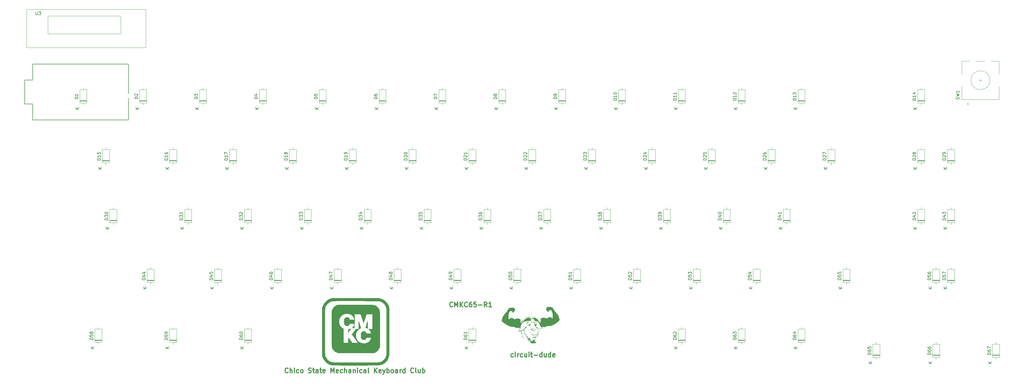
<source format=gto>
%TF.GenerationSoftware,KiCad,Pcbnew,(6.0.8)*%
%TF.CreationDate,2023-10-10T00:17:19-07:00*%
%TF.ProjectId,CMKC65_R1,434d4b43-3635-45f5-9231-2e6b69636164,rev?*%
%TF.SameCoordinates,Original*%
%TF.FileFunction,Legend,Top*%
%TF.FilePolarity,Positive*%
%FSLAX46Y46*%
G04 Gerber Fmt 4.6, Leading zero omitted, Abs format (unit mm)*
G04 Created by KiCad (PCBNEW (6.0.8)) date 2023-10-10 00:17:19*
%MOMM*%
%LPD*%
G01*
G04 APERTURE LIST*
%ADD10C,0.300000*%
%ADD11C,0.150000*%
%ADD12C,0.120000*%
%ADD13R,1.600000X1.600000*%
%ADD14O,1.600000X1.600000*%
%ADD15C,3.987800*%
%ADD16C,1.750000*%
%ADD17C,3.048000*%
%ADD18R,2.000000X2.000000*%
%ADD19C,2.000000*%
%ADD20R,2.000000X3.200000*%
%ADD21C,1.524000*%
%ADD22C,1.600000*%
G04 APERTURE END LIST*
D10*
X152495714Y-112255714D02*
X152424285Y-112327142D01*
X152210000Y-112398571D01*
X152067142Y-112398571D01*
X151852857Y-112327142D01*
X151710000Y-112184285D01*
X151638571Y-112041428D01*
X151567142Y-111755714D01*
X151567142Y-111541428D01*
X151638571Y-111255714D01*
X151710000Y-111112857D01*
X151852857Y-110970000D01*
X152067142Y-110898571D01*
X152210000Y-110898571D01*
X152424285Y-110970000D01*
X152495714Y-111041428D01*
X153138571Y-112398571D02*
X153138571Y-110898571D01*
X153638571Y-111970000D01*
X154138571Y-110898571D01*
X154138571Y-112398571D01*
X154852857Y-112398571D02*
X154852857Y-110898571D01*
X155710000Y-112398571D02*
X155067142Y-111541428D01*
X155710000Y-110898571D02*
X154852857Y-111755714D01*
X157210000Y-112255714D02*
X157138571Y-112327142D01*
X156924285Y-112398571D01*
X156781428Y-112398571D01*
X156567142Y-112327142D01*
X156424285Y-112184285D01*
X156352857Y-112041428D01*
X156281428Y-111755714D01*
X156281428Y-111541428D01*
X156352857Y-111255714D01*
X156424285Y-111112857D01*
X156567142Y-110970000D01*
X156781428Y-110898571D01*
X156924285Y-110898571D01*
X157138571Y-110970000D01*
X157210000Y-111041428D01*
X158495714Y-110898571D02*
X158210000Y-110898571D01*
X158067142Y-110970000D01*
X157995714Y-111041428D01*
X157852857Y-111255714D01*
X157781428Y-111541428D01*
X157781428Y-112112857D01*
X157852857Y-112255714D01*
X157924285Y-112327142D01*
X158067142Y-112398571D01*
X158352857Y-112398571D01*
X158495714Y-112327142D01*
X158567142Y-112255714D01*
X158638571Y-112112857D01*
X158638571Y-111755714D01*
X158567142Y-111612857D01*
X158495714Y-111541428D01*
X158352857Y-111470000D01*
X158067142Y-111470000D01*
X157924285Y-111541428D01*
X157852857Y-111612857D01*
X157781428Y-111755714D01*
X159995714Y-110898571D02*
X159281428Y-110898571D01*
X159210000Y-111612857D01*
X159281428Y-111541428D01*
X159424285Y-111470000D01*
X159781428Y-111470000D01*
X159924285Y-111541428D01*
X159995714Y-111612857D01*
X160067142Y-111755714D01*
X160067142Y-112112857D01*
X159995714Y-112255714D01*
X159924285Y-112327142D01*
X159781428Y-112398571D01*
X159424285Y-112398571D01*
X159281428Y-112327142D01*
X159210000Y-112255714D01*
X160710000Y-111827142D02*
X161852857Y-111827142D01*
X163424285Y-112398571D02*
X162924285Y-111684285D01*
X162567142Y-112398571D02*
X162567142Y-110898571D01*
X163138571Y-110898571D01*
X163281428Y-110970000D01*
X163352857Y-111041428D01*
X163424285Y-111184285D01*
X163424285Y-111398571D01*
X163352857Y-111541428D01*
X163281428Y-111612857D01*
X163138571Y-111684285D01*
X162567142Y-111684285D01*
X164852857Y-112398571D02*
X163995714Y-112398571D01*
X164424285Y-112398571D02*
X164424285Y-110898571D01*
X164281428Y-111112857D01*
X164138571Y-111255714D01*
X163995714Y-111327142D01*
D11*
X33257380Y-46140595D02*
X32257380Y-46140595D01*
X32257380Y-45902500D01*
X32305000Y-45759642D01*
X32400238Y-45664404D01*
X32495476Y-45616785D01*
X32685952Y-45569166D01*
X32828809Y-45569166D01*
X33019285Y-45616785D01*
X33114523Y-45664404D01*
X33209761Y-45759642D01*
X33257380Y-45902500D01*
X33257380Y-46140595D01*
X33257380Y-44616785D02*
X33257380Y-45188214D01*
X33257380Y-44902500D02*
X32257380Y-44902500D01*
X32400238Y-44997738D01*
X32495476Y-45092976D01*
X32543095Y-45188214D01*
X33577380Y-49474404D02*
X32577380Y-49474404D01*
X33577380Y-48902976D02*
X33005952Y-49331547D01*
X32577380Y-48902976D02*
X33148809Y-49474404D01*
X52307380Y-46140595D02*
X51307380Y-46140595D01*
X51307380Y-45902500D01*
X51355000Y-45759642D01*
X51450238Y-45664404D01*
X51545476Y-45616785D01*
X51735952Y-45569166D01*
X51878809Y-45569166D01*
X52069285Y-45616785D01*
X52164523Y-45664404D01*
X52259761Y-45759642D01*
X52307380Y-45902500D01*
X52307380Y-46140595D01*
X51402619Y-45188214D02*
X51355000Y-45140595D01*
X51307380Y-45045357D01*
X51307380Y-44807261D01*
X51355000Y-44712023D01*
X51402619Y-44664404D01*
X51497857Y-44616785D01*
X51593095Y-44616785D01*
X51735952Y-44664404D01*
X52307380Y-45235833D01*
X52307380Y-44616785D01*
X52627380Y-49474404D02*
X51627380Y-49474404D01*
X52627380Y-48902976D02*
X52055952Y-49331547D01*
X51627380Y-48902976D02*
X52198809Y-49474404D01*
X71357380Y-46140595D02*
X70357380Y-46140595D01*
X70357380Y-45902500D01*
X70405000Y-45759642D01*
X70500238Y-45664404D01*
X70595476Y-45616785D01*
X70785952Y-45569166D01*
X70928809Y-45569166D01*
X71119285Y-45616785D01*
X71214523Y-45664404D01*
X71309761Y-45759642D01*
X71357380Y-45902500D01*
X71357380Y-46140595D01*
X70357380Y-45235833D02*
X70357380Y-44616785D01*
X70738333Y-44950119D01*
X70738333Y-44807261D01*
X70785952Y-44712023D01*
X70833571Y-44664404D01*
X70928809Y-44616785D01*
X71166904Y-44616785D01*
X71262142Y-44664404D01*
X71309761Y-44712023D01*
X71357380Y-44807261D01*
X71357380Y-45092976D01*
X71309761Y-45188214D01*
X71262142Y-45235833D01*
X71677380Y-49474404D02*
X70677380Y-49474404D01*
X71677380Y-48902976D02*
X71105952Y-49331547D01*
X70677380Y-48902976D02*
X71248809Y-49474404D01*
X90407380Y-46140595D02*
X89407380Y-46140595D01*
X89407380Y-45902500D01*
X89455000Y-45759642D01*
X89550238Y-45664404D01*
X89645476Y-45616785D01*
X89835952Y-45569166D01*
X89978809Y-45569166D01*
X90169285Y-45616785D01*
X90264523Y-45664404D01*
X90359761Y-45759642D01*
X90407380Y-45902500D01*
X90407380Y-46140595D01*
X89740714Y-44712023D02*
X90407380Y-44712023D01*
X89359761Y-44950119D02*
X90074047Y-45188214D01*
X90074047Y-44569166D01*
X90727380Y-49474404D02*
X89727380Y-49474404D01*
X90727380Y-48902976D02*
X90155952Y-49331547D01*
X89727380Y-48902976D02*
X90298809Y-49474404D01*
X109457380Y-46140595D02*
X108457380Y-46140595D01*
X108457380Y-45902500D01*
X108505000Y-45759642D01*
X108600238Y-45664404D01*
X108695476Y-45616785D01*
X108885952Y-45569166D01*
X109028809Y-45569166D01*
X109219285Y-45616785D01*
X109314523Y-45664404D01*
X109409761Y-45759642D01*
X109457380Y-45902500D01*
X109457380Y-46140595D01*
X108457380Y-44664404D02*
X108457380Y-45140595D01*
X108933571Y-45188214D01*
X108885952Y-45140595D01*
X108838333Y-45045357D01*
X108838333Y-44807261D01*
X108885952Y-44712023D01*
X108933571Y-44664404D01*
X109028809Y-44616785D01*
X109266904Y-44616785D01*
X109362142Y-44664404D01*
X109409761Y-44712023D01*
X109457380Y-44807261D01*
X109457380Y-45045357D01*
X109409761Y-45140595D01*
X109362142Y-45188214D01*
X109777380Y-49474404D02*
X108777380Y-49474404D01*
X109777380Y-48902976D02*
X109205952Y-49331547D01*
X108777380Y-48902976D02*
X109348809Y-49474404D01*
X128507380Y-46140595D02*
X127507380Y-46140595D01*
X127507380Y-45902500D01*
X127555000Y-45759642D01*
X127650238Y-45664404D01*
X127745476Y-45616785D01*
X127935952Y-45569166D01*
X128078809Y-45569166D01*
X128269285Y-45616785D01*
X128364523Y-45664404D01*
X128459761Y-45759642D01*
X128507380Y-45902500D01*
X128507380Y-46140595D01*
X127507380Y-44712023D02*
X127507380Y-44902500D01*
X127555000Y-44997738D01*
X127602619Y-45045357D01*
X127745476Y-45140595D01*
X127935952Y-45188214D01*
X128316904Y-45188214D01*
X128412142Y-45140595D01*
X128459761Y-45092976D01*
X128507380Y-44997738D01*
X128507380Y-44807261D01*
X128459761Y-44712023D01*
X128412142Y-44664404D01*
X128316904Y-44616785D01*
X128078809Y-44616785D01*
X127983571Y-44664404D01*
X127935952Y-44712023D01*
X127888333Y-44807261D01*
X127888333Y-44997738D01*
X127935952Y-45092976D01*
X127983571Y-45140595D01*
X128078809Y-45188214D01*
X128827380Y-49474404D02*
X127827380Y-49474404D01*
X128827380Y-48902976D02*
X128255952Y-49331547D01*
X127827380Y-48902976D02*
X128398809Y-49474404D01*
X147557380Y-46140595D02*
X146557380Y-46140595D01*
X146557380Y-45902500D01*
X146605000Y-45759642D01*
X146700238Y-45664404D01*
X146795476Y-45616785D01*
X146985952Y-45569166D01*
X147128809Y-45569166D01*
X147319285Y-45616785D01*
X147414523Y-45664404D01*
X147509761Y-45759642D01*
X147557380Y-45902500D01*
X147557380Y-46140595D01*
X146557380Y-45235833D02*
X146557380Y-44569166D01*
X147557380Y-44997738D01*
X147877380Y-49474404D02*
X146877380Y-49474404D01*
X147877380Y-48902976D02*
X147305952Y-49331547D01*
X146877380Y-48902976D02*
X147448809Y-49474404D01*
X166607380Y-46140595D02*
X165607380Y-46140595D01*
X165607380Y-45902500D01*
X165655000Y-45759642D01*
X165750238Y-45664404D01*
X165845476Y-45616785D01*
X166035952Y-45569166D01*
X166178809Y-45569166D01*
X166369285Y-45616785D01*
X166464523Y-45664404D01*
X166559761Y-45759642D01*
X166607380Y-45902500D01*
X166607380Y-46140595D01*
X166035952Y-44997738D02*
X165988333Y-45092976D01*
X165940714Y-45140595D01*
X165845476Y-45188214D01*
X165797857Y-45188214D01*
X165702619Y-45140595D01*
X165655000Y-45092976D01*
X165607380Y-44997738D01*
X165607380Y-44807261D01*
X165655000Y-44712023D01*
X165702619Y-44664404D01*
X165797857Y-44616785D01*
X165845476Y-44616785D01*
X165940714Y-44664404D01*
X165988333Y-44712023D01*
X166035952Y-44807261D01*
X166035952Y-44997738D01*
X166083571Y-45092976D01*
X166131190Y-45140595D01*
X166226428Y-45188214D01*
X166416904Y-45188214D01*
X166512142Y-45140595D01*
X166559761Y-45092976D01*
X166607380Y-44997738D01*
X166607380Y-44807261D01*
X166559761Y-44712023D01*
X166512142Y-44664404D01*
X166416904Y-44616785D01*
X166226428Y-44616785D01*
X166131190Y-44664404D01*
X166083571Y-44712023D01*
X166035952Y-44807261D01*
X166927380Y-49474404D02*
X165927380Y-49474404D01*
X166927380Y-48902976D02*
X166355952Y-49331547D01*
X165927380Y-48902976D02*
X166498809Y-49474404D01*
X185657380Y-46140595D02*
X184657380Y-46140595D01*
X184657380Y-45902500D01*
X184705000Y-45759642D01*
X184800238Y-45664404D01*
X184895476Y-45616785D01*
X185085952Y-45569166D01*
X185228809Y-45569166D01*
X185419285Y-45616785D01*
X185514523Y-45664404D01*
X185609761Y-45759642D01*
X185657380Y-45902500D01*
X185657380Y-46140595D01*
X185657380Y-45092976D02*
X185657380Y-44902500D01*
X185609761Y-44807261D01*
X185562142Y-44759642D01*
X185419285Y-44664404D01*
X185228809Y-44616785D01*
X184847857Y-44616785D01*
X184752619Y-44664404D01*
X184705000Y-44712023D01*
X184657380Y-44807261D01*
X184657380Y-44997738D01*
X184705000Y-45092976D01*
X184752619Y-45140595D01*
X184847857Y-45188214D01*
X185085952Y-45188214D01*
X185181190Y-45140595D01*
X185228809Y-45092976D01*
X185276428Y-44997738D01*
X185276428Y-44807261D01*
X185228809Y-44712023D01*
X185181190Y-44664404D01*
X185085952Y-44616785D01*
X185977380Y-49474404D02*
X184977380Y-49474404D01*
X185977380Y-48902976D02*
X185405952Y-49331547D01*
X184977380Y-48902976D02*
X185548809Y-49474404D01*
X204707380Y-46616785D02*
X203707380Y-46616785D01*
X203707380Y-46378690D01*
X203755000Y-46235833D01*
X203850238Y-46140595D01*
X203945476Y-46092976D01*
X204135952Y-46045357D01*
X204278809Y-46045357D01*
X204469285Y-46092976D01*
X204564523Y-46140595D01*
X204659761Y-46235833D01*
X204707380Y-46378690D01*
X204707380Y-46616785D01*
X204707380Y-45092976D02*
X204707380Y-45664404D01*
X204707380Y-45378690D02*
X203707380Y-45378690D01*
X203850238Y-45473928D01*
X203945476Y-45569166D01*
X203993095Y-45664404D01*
X203707380Y-44473928D02*
X203707380Y-44378690D01*
X203755000Y-44283452D01*
X203802619Y-44235833D01*
X203897857Y-44188214D01*
X204088333Y-44140595D01*
X204326428Y-44140595D01*
X204516904Y-44188214D01*
X204612142Y-44235833D01*
X204659761Y-44283452D01*
X204707380Y-44378690D01*
X204707380Y-44473928D01*
X204659761Y-44569166D01*
X204612142Y-44616785D01*
X204516904Y-44664404D01*
X204326428Y-44712023D01*
X204088333Y-44712023D01*
X203897857Y-44664404D01*
X203802619Y-44616785D01*
X203755000Y-44569166D01*
X203707380Y-44473928D01*
X205027380Y-49474404D02*
X204027380Y-49474404D01*
X205027380Y-48902976D02*
X204455952Y-49331547D01*
X204027380Y-48902976D02*
X204598809Y-49474404D01*
X223757380Y-46616785D02*
X222757380Y-46616785D01*
X222757380Y-46378690D01*
X222805000Y-46235833D01*
X222900238Y-46140595D01*
X222995476Y-46092976D01*
X223185952Y-46045357D01*
X223328809Y-46045357D01*
X223519285Y-46092976D01*
X223614523Y-46140595D01*
X223709761Y-46235833D01*
X223757380Y-46378690D01*
X223757380Y-46616785D01*
X223757380Y-45092976D02*
X223757380Y-45664404D01*
X223757380Y-45378690D02*
X222757380Y-45378690D01*
X222900238Y-45473928D01*
X222995476Y-45569166D01*
X223043095Y-45664404D01*
X223757380Y-44140595D02*
X223757380Y-44712023D01*
X223757380Y-44426309D02*
X222757380Y-44426309D01*
X222900238Y-44521547D01*
X222995476Y-44616785D01*
X223043095Y-44712023D01*
X224077380Y-49474404D02*
X223077380Y-49474404D01*
X224077380Y-48902976D02*
X223505952Y-49331547D01*
X223077380Y-48902976D02*
X223648809Y-49474404D01*
X242807380Y-46616785D02*
X241807380Y-46616785D01*
X241807380Y-46378690D01*
X241855000Y-46235833D01*
X241950238Y-46140595D01*
X242045476Y-46092976D01*
X242235952Y-46045357D01*
X242378809Y-46045357D01*
X242569285Y-46092976D01*
X242664523Y-46140595D01*
X242759761Y-46235833D01*
X242807380Y-46378690D01*
X242807380Y-46616785D01*
X242807380Y-45092976D02*
X242807380Y-45664404D01*
X242807380Y-45378690D02*
X241807380Y-45378690D01*
X241950238Y-45473928D01*
X242045476Y-45569166D01*
X242093095Y-45664404D01*
X241902619Y-44712023D02*
X241855000Y-44664404D01*
X241807380Y-44569166D01*
X241807380Y-44331071D01*
X241855000Y-44235833D01*
X241902619Y-44188214D01*
X241997857Y-44140595D01*
X242093095Y-44140595D01*
X242235952Y-44188214D01*
X242807380Y-44759642D01*
X242807380Y-44140595D01*
X243127380Y-49474404D02*
X242127380Y-49474404D01*
X243127380Y-48902976D02*
X242555952Y-49331547D01*
X242127380Y-48902976D02*
X242698809Y-49474404D01*
X261857380Y-46616785D02*
X260857380Y-46616785D01*
X260857380Y-46378690D01*
X260905000Y-46235833D01*
X261000238Y-46140595D01*
X261095476Y-46092976D01*
X261285952Y-46045357D01*
X261428809Y-46045357D01*
X261619285Y-46092976D01*
X261714523Y-46140595D01*
X261809761Y-46235833D01*
X261857380Y-46378690D01*
X261857380Y-46616785D01*
X261857380Y-45092976D02*
X261857380Y-45664404D01*
X261857380Y-45378690D02*
X260857380Y-45378690D01*
X261000238Y-45473928D01*
X261095476Y-45569166D01*
X261143095Y-45664404D01*
X260857380Y-44759642D02*
X260857380Y-44140595D01*
X261238333Y-44473928D01*
X261238333Y-44331071D01*
X261285952Y-44235833D01*
X261333571Y-44188214D01*
X261428809Y-44140595D01*
X261666904Y-44140595D01*
X261762142Y-44188214D01*
X261809761Y-44235833D01*
X261857380Y-44331071D01*
X261857380Y-44616785D01*
X261809761Y-44712023D01*
X261762142Y-44759642D01*
X262177380Y-49474404D02*
X261177380Y-49474404D01*
X262177380Y-48902976D02*
X261605952Y-49331547D01*
X261177380Y-48902976D02*
X261748809Y-49474404D01*
X299957380Y-46616785D02*
X298957380Y-46616785D01*
X298957380Y-46378690D01*
X299005000Y-46235833D01*
X299100238Y-46140595D01*
X299195476Y-46092976D01*
X299385952Y-46045357D01*
X299528809Y-46045357D01*
X299719285Y-46092976D01*
X299814523Y-46140595D01*
X299909761Y-46235833D01*
X299957380Y-46378690D01*
X299957380Y-46616785D01*
X299957380Y-45092976D02*
X299957380Y-45664404D01*
X299957380Y-45378690D02*
X298957380Y-45378690D01*
X299100238Y-45473928D01*
X299195476Y-45569166D01*
X299243095Y-45664404D01*
X299290714Y-44235833D02*
X299957380Y-44235833D01*
X298909761Y-44473928D02*
X299624047Y-44712023D01*
X299624047Y-44092976D01*
X300277380Y-49474404D02*
X299277380Y-49474404D01*
X300277380Y-48902976D02*
X299705952Y-49331547D01*
X299277380Y-48902976D02*
X299848809Y-49474404D01*
X40401130Y-65666785D02*
X39401130Y-65666785D01*
X39401130Y-65428690D01*
X39448750Y-65285833D01*
X39543988Y-65190595D01*
X39639226Y-65142976D01*
X39829702Y-65095357D01*
X39972559Y-65095357D01*
X40163035Y-65142976D01*
X40258273Y-65190595D01*
X40353511Y-65285833D01*
X40401130Y-65428690D01*
X40401130Y-65666785D01*
X40401130Y-64142976D02*
X40401130Y-64714404D01*
X40401130Y-64428690D02*
X39401130Y-64428690D01*
X39543988Y-64523928D01*
X39639226Y-64619166D01*
X39686845Y-64714404D01*
X39401130Y-63238214D02*
X39401130Y-63714404D01*
X39877321Y-63762023D01*
X39829702Y-63714404D01*
X39782083Y-63619166D01*
X39782083Y-63381071D01*
X39829702Y-63285833D01*
X39877321Y-63238214D01*
X39972559Y-63190595D01*
X40210654Y-63190595D01*
X40305892Y-63238214D01*
X40353511Y-63285833D01*
X40401130Y-63381071D01*
X40401130Y-63619166D01*
X40353511Y-63714404D01*
X40305892Y-63762023D01*
X40721130Y-68524404D02*
X39721130Y-68524404D01*
X40721130Y-67952976D02*
X40149702Y-68381547D01*
X39721130Y-67952976D02*
X40292559Y-68524404D01*
X61832380Y-65666785D02*
X60832380Y-65666785D01*
X60832380Y-65428690D01*
X60880000Y-65285833D01*
X60975238Y-65190595D01*
X61070476Y-65142976D01*
X61260952Y-65095357D01*
X61403809Y-65095357D01*
X61594285Y-65142976D01*
X61689523Y-65190595D01*
X61784761Y-65285833D01*
X61832380Y-65428690D01*
X61832380Y-65666785D01*
X61832380Y-64142976D02*
X61832380Y-64714404D01*
X61832380Y-64428690D02*
X60832380Y-64428690D01*
X60975238Y-64523928D01*
X61070476Y-64619166D01*
X61118095Y-64714404D01*
X60832380Y-63285833D02*
X60832380Y-63476309D01*
X60880000Y-63571547D01*
X60927619Y-63619166D01*
X61070476Y-63714404D01*
X61260952Y-63762023D01*
X61641904Y-63762023D01*
X61737142Y-63714404D01*
X61784761Y-63666785D01*
X61832380Y-63571547D01*
X61832380Y-63381071D01*
X61784761Y-63285833D01*
X61737142Y-63238214D01*
X61641904Y-63190595D01*
X61403809Y-63190595D01*
X61308571Y-63238214D01*
X61260952Y-63285833D01*
X61213333Y-63381071D01*
X61213333Y-63571547D01*
X61260952Y-63666785D01*
X61308571Y-63714404D01*
X61403809Y-63762023D01*
X62152380Y-68524404D02*
X61152380Y-68524404D01*
X62152380Y-67952976D02*
X61580952Y-68381547D01*
X61152380Y-67952976D02*
X61723809Y-68524404D01*
X80882380Y-65666785D02*
X79882380Y-65666785D01*
X79882380Y-65428690D01*
X79930000Y-65285833D01*
X80025238Y-65190595D01*
X80120476Y-65142976D01*
X80310952Y-65095357D01*
X80453809Y-65095357D01*
X80644285Y-65142976D01*
X80739523Y-65190595D01*
X80834761Y-65285833D01*
X80882380Y-65428690D01*
X80882380Y-65666785D01*
X80882380Y-64142976D02*
X80882380Y-64714404D01*
X80882380Y-64428690D02*
X79882380Y-64428690D01*
X80025238Y-64523928D01*
X80120476Y-64619166D01*
X80168095Y-64714404D01*
X79882380Y-63809642D02*
X79882380Y-63142976D01*
X80882380Y-63571547D01*
X81202380Y-68524404D02*
X80202380Y-68524404D01*
X81202380Y-67952976D02*
X80630952Y-68381547D01*
X80202380Y-67952976D02*
X80773809Y-68524404D01*
X99932380Y-65666785D02*
X98932380Y-65666785D01*
X98932380Y-65428690D01*
X98980000Y-65285833D01*
X99075238Y-65190595D01*
X99170476Y-65142976D01*
X99360952Y-65095357D01*
X99503809Y-65095357D01*
X99694285Y-65142976D01*
X99789523Y-65190595D01*
X99884761Y-65285833D01*
X99932380Y-65428690D01*
X99932380Y-65666785D01*
X99932380Y-64142976D02*
X99932380Y-64714404D01*
X99932380Y-64428690D02*
X98932380Y-64428690D01*
X99075238Y-64523928D01*
X99170476Y-64619166D01*
X99218095Y-64714404D01*
X99360952Y-63571547D02*
X99313333Y-63666785D01*
X99265714Y-63714404D01*
X99170476Y-63762023D01*
X99122857Y-63762023D01*
X99027619Y-63714404D01*
X98980000Y-63666785D01*
X98932380Y-63571547D01*
X98932380Y-63381071D01*
X98980000Y-63285833D01*
X99027619Y-63238214D01*
X99122857Y-63190595D01*
X99170476Y-63190595D01*
X99265714Y-63238214D01*
X99313333Y-63285833D01*
X99360952Y-63381071D01*
X99360952Y-63571547D01*
X99408571Y-63666785D01*
X99456190Y-63714404D01*
X99551428Y-63762023D01*
X99741904Y-63762023D01*
X99837142Y-63714404D01*
X99884761Y-63666785D01*
X99932380Y-63571547D01*
X99932380Y-63381071D01*
X99884761Y-63285833D01*
X99837142Y-63238214D01*
X99741904Y-63190595D01*
X99551428Y-63190595D01*
X99456190Y-63238214D01*
X99408571Y-63285833D01*
X99360952Y-63381071D01*
X100252380Y-68524404D02*
X99252380Y-68524404D01*
X100252380Y-67952976D02*
X99680952Y-68381547D01*
X99252380Y-67952976D02*
X99823809Y-68524404D01*
X118982380Y-65666785D02*
X117982380Y-65666785D01*
X117982380Y-65428690D01*
X118030000Y-65285833D01*
X118125238Y-65190595D01*
X118220476Y-65142976D01*
X118410952Y-65095357D01*
X118553809Y-65095357D01*
X118744285Y-65142976D01*
X118839523Y-65190595D01*
X118934761Y-65285833D01*
X118982380Y-65428690D01*
X118982380Y-65666785D01*
X118982380Y-64142976D02*
X118982380Y-64714404D01*
X118982380Y-64428690D02*
X117982380Y-64428690D01*
X118125238Y-64523928D01*
X118220476Y-64619166D01*
X118268095Y-64714404D01*
X118982380Y-63666785D02*
X118982380Y-63476309D01*
X118934761Y-63381071D01*
X118887142Y-63333452D01*
X118744285Y-63238214D01*
X118553809Y-63190595D01*
X118172857Y-63190595D01*
X118077619Y-63238214D01*
X118030000Y-63285833D01*
X117982380Y-63381071D01*
X117982380Y-63571547D01*
X118030000Y-63666785D01*
X118077619Y-63714404D01*
X118172857Y-63762023D01*
X118410952Y-63762023D01*
X118506190Y-63714404D01*
X118553809Y-63666785D01*
X118601428Y-63571547D01*
X118601428Y-63381071D01*
X118553809Y-63285833D01*
X118506190Y-63238214D01*
X118410952Y-63190595D01*
X119302380Y-68524404D02*
X118302380Y-68524404D01*
X119302380Y-67952976D02*
X118730952Y-68381547D01*
X118302380Y-67952976D02*
X118873809Y-68524404D01*
X138032380Y-65666785D02*
X137032380Y-65666785D01*
X137032380Y-65428690D01*
X137080000Y-65285833D01*
X137175238Y-65190595D01*
X137270476Y-65142976D01*
X137460952Y-65095357D01*
X137603809Y-65095357D01*
X137794285Y-65142976D01*
X137889523Y-65190595D01*
X137984761Y-65285833D01*
X138032380Y-65428690D01*
X138032380Y-65666785D01*
X137127619Y-64714404D02*
X137080000Y-64666785D01*
X137032380Y-64571547D01*
X137032380Y-64333452D01*
X137080000Y-64238214D01*
X137127619Y-64190595D01*
X137222857Y-64142976D01*
X137318095Y-64142976D01*
X137460952Y-64190595D01*
X138032380Y-64762023D01*
X138032380Y-64142976D01*
X137032380Y-63523928D02*
X137032380Y-63428690D01*
X137080000Y-63333452D01*
X137127619Y-63285833D01*
X137222857Y-63238214D01*
X137413333Y-63190595D01*
X137651428Y-63190595D01*
X137841904Y-63238214D01*
X137937142Y-63285833D01*
X137984761Y-63333452D01*
X138032380Y-63428690D01*
X138032380Y-63523928D01*
X137984761Y-63619166D01*
X137937142Y-63666785D01*
X137841904Y-63714404D01*
X137651428Y-63762023D01*
X137413333Y-63762023D01*
X137222857Y-63714404D01*
X137127619Y-63666785D01*
X137080000Y-63619166D01*
X137032380Y-63523928D01*
X138352380Y-68524404D02*
X137352380Y-68524404D01*
X138352380Y-67952976D02*
X137780952Y-68381547D01*
X137352380Y-67952976D02*
X137923809Y-68524404D01*
X157082380Y-65666785D02*
X156082380Y-65666785D01*
X156082380Y-65428690D01*
X156130000Y-65285833D01*
X156225238Y-65190595D01*
X156320476Y-65142976D01*
X156510952Y-65095357D01*
X156653809Y-65095357D01*
X156844285Y-65142976D01*
X156939523Y-65190595D01*
X157034761Y-65285833D01*
X157082380Y-65428690D01*
X157082380Y-65666785D01*
X156177619Y-64714404D02*
X156130000Y-64666785D01*
X156082380Y-64571547D01*
X156082380Y-64333452D01*
X156130000Y-64238214D01*
X156177619Y-64190595D01*
X156272857Y-64142976D01*
X156368095Y-64142976D01*
X156510952Y-64190595D01*
X157082380Y-64762023D01*
X157082380Y-64142976D01*
X157082380Y-63190595D02*
X157082380Y-63762023D01*
X157082380Y-63476309D02*
X156082380Y-63476309D01*
X156225238Y-63571547D01*
X156320476Y-63666785D01*
X156368095Y-63762023D01*
X157402380Y-68524404D02*
X156402380Y-68524404D01*
X157402380Y-67952976D02*
X156830952Y-68381547D01*
X156402380Y-67952976D02*
X156973809Y-68524404D01*
X176132380Y-65666785D02*
X175132380Y-65666785D01*
X175132380Y-65428690D01*
X175180000Y-65285833D01*
X175275238Y-65190595D01*
X175370476Y-65142976D01*
X175560952Y-65095357D01*
X175703809Y-65095357D01*
X175894285Y-65142976D01*
X175989523Y-65190595D01*
X176084761Y-65285833D01*
X176132380Y-65428690D01*
X176132380Y-65666785D01*
X175227619Y-64714404D02*
X175180000Y-64666785D01*
X175132380Y-64571547D01*
X175132380Y-64333452D01*
X175180000Y-64238214D01*
X175227619Y-64190595D01*
X175322857Y-64142976D01*
X175418095Y-64142976D01*
X175560952Y-64190595D01*
X176132380Y-64762023D01*
X176132380Y-64142976D01*
X175227619Y-63762023D02*
X175180000Y-63714404D01*
X175132380Y-63619166D01*
X175132380Y-63381071D01*
X175180000Y-63285833D01*
X175227619Y-63238214D01*
X175322857Y-63190595D01*
X175418095Y-63190595D01*
X175560952Y-63238214D01*
X176132380Y-63809642D01*
X176132380Y-63190595D01*
X176452380Y-68524404D02*
X175452380Y-68524404D01*
X176452380Y-67952976D02*
X175880952Y-68381547D01*
X175452380Y-67952976D02*
X176023809Y-68524404D01*
X195182380Y-65666785D02*
X194182380Y-65666785D01*
X194182380Y-65428690D01*
X194230000Y-65285833D01*
X194325238Y-65190595D01*
X194420476Y-65142976D01*
X194610952Y-65095357D01*
X194753809Y-65095357D01*
X194944285Y-65142976D01*
X195039523Y-65190595D01*
X195134761Y-65285833D01*
X195182380Y-65428690D01*
X195182380Y-65666785D01*
X194277619Y-64714404D02*
X194230000Y-64666785D01*
X194182380Y-64571547D01*
X194182380Y-64333452D01*
X194230000Y-64238214D01*
X194277619Y-64190595D01*
X194372857Y-64142976D01*
X194468095Y-64142976D01*
X194610952Y-64190595D01*
X195182380Y-64762023D01*
X195182380Y-64142976D01*
X194182380Y-63809642D02*
X194182380Y-63190595D01*
X194563333Y-63523928D01*
X194563333Y-63381071D01*
X194610952Y-63285833D01*
X194658571Y-63238214D01*
X194753809Y-63190595D01*
X194991904Y-63190595D01*
X195087142Y-63238214D01*
X195134761Y-63285833D01*
X195182380Y-63381071D01*
X195182380Y-63666785D01*
X195134761Y-63762023D01*
X195087142Y-63809642D01*
X195502380Y-68524404D02*
X194502380Y-68524404D01*
X195502380Y-67952976D02*
X194930952Y-68381547D01*
X194502380Y-67952976D02*
X195073809Y-68524404D01*
X214232380Y-65666785D02*
X213232380Y-65666785D01*
X213232380Y-65428690D01*
X213280000Y-65285833D01*
X213375238Y-65190595D01*
X213470476Y-65142976D01*
X213660952Y-65095357D01*
X213803809Y-65095357D01*
X213994285Y-65142976D01*
X214089523Y-65190595D01*
X214184761Y-65285833D01*
X214232380Y-65428690D01*
X214232380Y-65666785D01*
X213327619Y-64714404D02*
X213280000Y-64666785D01*
X213232380Y-64571547D01*
X213232380Y-64333452D01*
X213280000Y-64238214D01*
X213327619Y-64190595D01*
X213422857Y-64142976D01*
X213518095Y-64142976D01*
X213660952Y-64190595D01*
X214232380Y-64762023D01*
X214232380Y-64142976D01*
X213565714Y-63285833D02*
X214232380Y-63285833D01*
X213184761Y-63523928D02*
X213899047Y-63762023D01*
X213899047Y-63142976D01*
X214552380Y-68524404D02*
X213552380Y-68524404D01*
X214552380Y-67952976D02*
X213980952Y-68381547D01*
X213552380Y-67952976D02*
X214123809Y-68524404D01*
X233282380Y-65666785D02*
X232282380Y-65666785D01*
X232282380Y-65428690D01*
X232330000Y-65285833D01*
X232425238Y-65190595D01*
X232520476Y-65142976D01*
X232710952Y-65095357D01*
X232853809Y-65095357D01*
X233044285Y-65142976D01*
X233139523Y-65190595D01*
X233234761Y-65285833D01*
X233282380Y-65428690D01*
X233282380Y-65666785D01*
X232377619Y-64714404D02*
X232330000Y-64666785D01*
X232282380Y-64571547D01*
X232282380Y-64333452D01*
X232330000Y-64238214D01*
X232377619Y-64190595D01*
X232472857Y-64142976D01*
X232568095Y-64142976D01*
X232710952Y-64190595D01*
X233282380Y-64762023D01*
X233282380Y-64142976D01*
X232282380Y-63238214D02*
X232282380Y-63714404D01*
X232758571Y-63762023D01*
X232710952Y-63714404D01*
X232663333Y-63619166D01*
X232663333Y-63381071D01*
X232710952Y-63285833D01*
X232758571Y-63238214D01*
X232853809Y-63190595D01*
X233091904Y-63190595D01*
X233187142Y-63238214D01*
X233234761Y-63285833D01*
X233282380Y-63381071D01*
X233282380Y-63619166D01*
X233234761Y-63714404D01*
X233187142Y-63762023D01*
X233602380Y-68524404D02*
X232602380Y-68524404D01*
X233602380Y-67952976D02*
X233030952Y-68381547D01*
X232602380Y-67952976D02*
X233173809Y-68524404D01*
X252332380Y-65666785D02*
X251332380Y-65666785D01*
X251332380Y-65428690D01*
X251380000Y-65285833D01*
X251475238Y-65190595D01*
X251570476Y-65142976D01*
X251760952Y-65095357D01*
X251903809Y-65095357D01*
X252094285Y-65142976D01*
X252189523Y-65190595D01*
X252284761Y-65285833D01*
X252332380Y-65428690D01*
X252332380Y-65666785D01*
X251427619Y-64714404D02*
X251380000Y-64666785D01*
X251332380Y-64571547D01*
X251332380Y-64333452D01*
X251380000Y-64238214D01*
X251427619Y-64190595D01*
X251522857Y-64142976D01*
X251618095Y-64142976D01*
X251760952Y-64190595D01*
X252332380Y-64762023D01*
X252332380Y-64142976D01*
X251332380Y-63285833D02*
X251332380Y-63476309D01*
X251380000Y-63571547D01*
X251427619Y-63619166D01*
X251570476Y-63714404D01*
X251760952Y-63762023D01*
X252141904Y-63762023D01*
X252237142Y-63714404D01*
X252284761Y-63666785D01*
X252332380Y-63571547D01*
X252332380Y-63381071D01*
X252284761Y-63285833D01*
X252237142Y-63238214D01*
X252141904Y-63190595D01*
X251903809Y-63190595D01*
X251808571Y-63238214D01*
X251760952Y-63285833D01*
X251713333Y-63381071D01*
X251713333Y-63571547D01*
X251760952Y-63666785D01*
X251808571Y-63714404D01*
X251903809Y-63762023D01*
X252652380Y-68524404D02*
X251652380Y-68524404D01*
X252652380Y-67952976D02*
X252080952Y-68381547D01*
X251652380Y-67952976D02*
X252223809Y-68524404D01*
X271382380Y-65666785D02*
X270382380Y-65666785D01*
X270382380Y-65428690D01*
X270430000Y-65285833D01*
X270525238Y-65190595D01*
X270620476Y-65142976D01*
X270810952Y-65095357D01*
X270953809Y-65095357D01*
X271144285Y-65142976D01*
X271239523Y-65190595D01*
X271334761Y-65285833D01*
X271382380Y-65428690D01*
X271382380Y-65666785D01*
X270477619Y-64714404D02*
X270430000Y-64666785D01*
X270382380Y-64571547D01*
X270382380Y-64333452D01*
X270430000Y-64238214D01*
X270477619Y-64190595D01*
X270572857Y-64142976D01*
X270668095Y-64142976D01*
X270810952Y-64190595D01*
X271382380Y-64762023D01*
X271382380Y-64142976D01*
X270382380Y-63809642D02*
X270382380Y-63142976D01*
X271382380Y-63571547D01*
X271702380Y-68524404D02*
X270702380Y-68524404D01*
X271702380Y-67952976D02*
X271130952Y-68381547D01*
X270702380Y-67952976D02*
X271273809Y-68524404D01*
X299957380Y-65666785D02*
X298957380Y-65666785D01*
X298957380Y-65428690D01*
X299005000Y-65285833D01*
X299100238Y-65190595D01*
X299195476Y-65142976D01*
X299385952Y-65095357D01*
X299528809Y-65095357D01*
X299719285Y-65142976D01*
X299814523Y-65190595D01*
X299909761Y-65285833D01*
X299957380Y-65428690D01*
X299957380Y-65666785D01*
X299052619Y-64714404D02*
X299005000Y-64666785D01*
X298957380Y-64571547D01*
X298957380Y-64333452D01*
X299005000Y-64238214D01*
X299052619Y-64190595D01*
X299147857Y-64142976D01*
X299243095Y-64142976D01*
X299385952Y-64190595D01*
X299957380Y-64762023D01*
X299957380Y-64142976D01*
X299385952Y-63571547D02*
X299338333Y-63666785D01*
X299290714Y-63714404D01*
X299195476Y-63762023D01*
X299147857Y-63762023D01*
X299052619Y-63714404D01*
X299005000Y-63666785D01*
X298957380Y-63571547D01*
X298957380Y-63381071D01*
X299005000Y-63285833D01*
X299052619Y-63238214D01*
X299147857Y-63190595D01*
X299195476Y-63190595D01*
X299290714Y-63238214D01*
X299338333Y-63285833D01*
X299385952Y-63381071D01*
X299385952Y-63571547D01*
X299433571Y-63666785D01*
X299481190Y-63714404D01*
X299576428Y-63762023D01*
X299766904Y-63762023D01*
X299862142Y-63714404D01*
X299909761Y-63666785D01*
X299957380Y-63571547D01*
X299957380Y-63381071D01*
X299909761Y-63285833D01*
X299862142Y-63238214D01*
X299766904Y-63190595D01*
X299576428Y-63190595D01*
X299481190Y-63238214D01*
X299433571Y-63285833D01*
X299385952Y-63381071D01*
X300277380Y-68524404D02*
X299277380Y-68524404D01*
X300277380Y-67952976D02*
X299705952Y-68381547D01*
X299277380Y-67952976D02*
X299848809Y-68524404D01*
X309482380Y-65666785D02*
X308482380Y-65666785D01*
X308482380Y-65428690D01*
X308530000Y-65285833D01*
X308625238Y-65190595D01*
X308720476Y-65142976D01*
X308910952Y-65095357D01*
X309053809Y-65095357D01*
X309244285Y-65142976D01*
X309339523Y-65190595D01*
X309434761Y-65285833D01*
X309482380Y-65428690D01*
X309482380Y-65666785D01*
X308577619Y-64714404D02*
X308530000Y-64666785D01*
X308482380Y-64571547D01*
X308482380Y-64333452D01*
X308530000Y-64238214D01*
X308577619Y-64190595D01*
X308672857Y-64142976D01*
X308768095Y-64142976D01*
X308910952Y-64190595D01*
X309482380Y-64762023D01*
X309482380Y-64142976D01*
X309482380Y-63666785D02*
X309482380Y-63476309D01*
X309434761Y-63381071D01*
X309387142Y-63333452D01*
X309244285Y-63238214D01*
X309053809Y-63190595D01*
X308672857Y-63190595D01*
X308577619Y-63238214D01*
X308530000Y-63285833D01*
X308482380Y-63381071D01*
X308482380Y-63571547D01*
X308530000Y-63666785D01*
X308577619Y-63714404D01*
X308672857Y-63762023D01*
X308910952Y-63762023D01*
X309006190Y-63714404D01*
X309053809Y-63666785D01*
X309101428Y-63571547D01*
X309101428Y-63381071D01*
X309053809Y-63285833D01*
X309006190Y-63238214D01*
X308910952Y-63190595D01*
X309802380Y-68524404D02*
X308802380Y-68524404D01*
X309802380Y-67952976D02*
X309230952Y-68381547D01*
X308802380Y-67952976D02*
X309373809Y-68524404D01*
X42782380Y-84716785D02*
X41782380Y-84716785D01*
X41782380Y-84478690D01*
X41830000Y-84335833D01*
X41925238Y-84240595D01*
X42020476Y-84192976D01*
X42210952Y-84145357D01*
X42353809Y-84145357D01*
X42544285Y-84192976D01*
X42639523Y-84240595D01*
X42734761Y-84335833D01*
X42782380Y-84478690D01*
X42782380Y-84716785D01*
X41782380Y-83812023D02*
X41782380Y-83192976D01*
X42163333Y-83526309D01*
X42163333Y-83383452D01*
X42210952Y-83288214D01*
X42258571Y-83240595D01*
X42353809Y-83192976D01*
X42591904Y-83192976D01*
X42687142Y-83240595D01*
X42734761Y-83288214D01*
X42782380Y-83383452D01*
X42782380Y-83669166D01*
X42734761Y-83764404D01*
X42687142Y-83812023D01*
X41782380Y-82573928D02*
X41782380Y-82478690D01*
X41830000Y-82383452D01*
X41877619Y-82335833D01*
X41972857Y-82288214D01*
X42163333Y-82240595D01*
X42401428Y-82240595D01*
X42591904Y-82288214D01*
X42687142Y-82335833D01*
X42734761Y-82383452D01*
X42782380Y-82478690D01*
X42782380Y-82573928D01*
X42734761Y-82669166D01*
X42687142Y-82716785D01*
X42591904Y-82764404D01*
X42401428Y-82812023D01*
X42163333Y-82812023D01*
X41972857Y-82764404D01*
X41877619Y-82716785D01*
X41830000Y-82669166D01*
X41782380Y-82573928D01*
X43102380Y-87574404D02*
X42102380Y-87574404D01*
X43102380Y-87002976D02*
X42530952Y-87431547D01*
X42102380Y-87002976D02*
X42673809Y-87574404D01*
X66594880Y-84716785D02*
X65594880Y-84716785D01*
X65594880Y-84478690D01*
X65642500Y-84335833D01*
X65737738Y-84240595D01*
X65832976Y-84192976D01*
X66023452Y-84145357D01*
X66166309Y-84145357D01*
X66356785Y-84192976D01*
X66452023Y-84240595D01*
X66547261Y-84335833D01*
X66594880Y-84478690D01*
X66594880Y-84716785D01*
X65594880Y-83812023D02*
X65594880Y-83192976D01*
X65975833Y-83526309D01*
X65975833Y-83383452D01*
X66023452Y-83288214D01*
X66071071Y-83240595D01*
X66166309Y-83192976D01*
X66404404Y-83192976D01*
X66499642Y-83240595D01*
X66547261Y-83288214D01*
X66594880Y-83383452D01*
X66594880Y-83669166D01*
X66547261Y-83764404D01*
X66499642Y-83812023D01*
X66594880Y-82240595D02*
X66594880Y-82812023D01*
X66594880Y-82526309D02*
X65594880Y-82526309D01*
X65737738Y-82621547D01*
X65832976Y-82716785D01*
X65880595Y-82812023D01*
X66914880Y-87574404D02*
X65914880Y-87574404D01*
X66914880Y-87002976D02*
X66343452Y-87431547D01*
X65914880Y-87002976D02*
X66486309Y-87574404D01*
X85644880Y-84716785D02*
X84644880Y-84716785D01*
X84644880Y-84478690D01*
X84692500Y-84335833D01*
X84787738Y-84240595D01*
X84882976Y-84192976D01*
X85073452Y-84145357D01*
X85216309Y-84145357D01*
X85406785Y-84192976D01*
X85502023Y-84240595D01*
X85597261Y-84335833D01*
X85644880Y-84478690D01*
X85644880Y-84716785D01*
X84644880Y-83812023D02*
X84644880Y-83192976D01*
X85025833Y-83526309D01*
X85025833Y-83383452D01*
X85073452Y-83288214D01*
X85121071Y-83240595D01*
X85216309Y-83192976D01*
X85454404Y-83192976D01*
X85549642Y-83240595D01*
X85597261Y-83288214D01*
X85644880Y-83383452D01*
X85644880Y-83669166D01*
X85597261Y-83764404D01*
X85549642Y-83812023D01*
X84740119Y-82812023D02*
X84692500Y-82764404D01*
X84644880Y-82669166D01*
X84644880Y-82431071D01*
X84692500Y-82335833D01*
X84740119Y-82288214D01*
X84835357Y-82240595D01*
X84930595Y-82240595D01*
X85073452Y-82288214D01*
X85644880Y-82859642D01*
X85644880Y-82240595D01*
X85964880Y-87574404D02*
X84964880Y-87574404D01*
X85964880Y-87002976D02*
X85393452Y-87431547D01*
X84964880Y-87002976D02*
X85536309Y-87574404D01*
X104694880Y-84716785D02*
X103694880Y-84716785D01*
X103694880Y-84478690D01*
X103742500Y-84335833D01*
X103837738Y-84240595D01*
X103932976Y-84192976D01*
X104123452Y-84145357D01*
X104266309Y-84145357D01*
X104456785Y-84192976D01*
X104552023Y-84240595D01*
X104647261Y-84335833D01*
X104694880Y-84478690D01*
X104694880Y-84716785D01*
X103694880Y-83812023D02*
X103694880Y-83192976D01*
X104075833Y-83526309D01*
X104075833Y-83383452D01*
X104123452Y-83288214D01*
X104171071Y-83240595D01*
X104266309Y-83192976D01*
X104504404Y-83192976D01*
X104599642Y-83240595D01*
X104647261Y-83288214D01*
X104694880Y-83383452D01*
X104694880Y-83669166D01*
X104647261Y-83764404D01*
X104599642Y-83812023D01*
X103694880Y-82859642D02*
X103694880Y-82240595D01*
X104075833Y-82573928D01*
X104075833Y-82431071D01*
X104123452Y-82335833D01*
X104171071Y-82288214D01*
X104266309Y-82240595D01*
X104504404Y-82240595D01*
X104599642Y-82288214D01*
X104647261Y-82335833D01*
X104694880Y-82431071D01*
X104694880Y-82716785D01*
X104647261Y-82812023D01*
X104599642Y-82859642D01*
X105014880Y-87574404D02*
X104014880Y-87574404D01*
X105014880Y-87002976D02*
X104443452Y-87431547D01*
X104014880Y-87002976D02*
X104586309Y-87574404D01*
X123744880Y-84716785D02*
X122744880Y-84716785D01*
X122744880Y-84478690D01*
X122792500Y-84335833D01*
X122887738Y-84240595D01*
X122982976Y-84192976D01*
X123173452Y-84145357D01*
X123316309Y-84145357D01*
X123506785Y-84192976D01*
X123602023Y-84240595D01*
X123697261Y-84335833D01*
X123744880Y-84478690D01*
X123744880Y-84716785D01*
X122744880Y-83812023D02*
X122744880Y-83192976D01*
X123125833Y-83526309D01*
X123125833Y-83383452D01*
X123173452Y-83288214D01*
X123221071Y-83240595D01*
X123316309Y-83192976D01*
X123554404Y-83192976D01*
X123649642Y-83240595D01*
X123697261Y-83288214D01*
X123744880Y-83383452D01*
X123744880Y-83669166D01*
X123697261Y-83764404D01*
X123649642Y-83812023D01*
X123078214Y-82335833D02*
X123744880Y-82335833D01*
X122697261Y-82573928D02*
X123411547Y-82812023D01*
X123411547Y-82192976D01*
X124064880Y-87574404D02*
X123064880Y-87574404D01*
X124064880Y-87002976D02*
X123493452Y-87431547D01*
X123064880Y-87002976D02*
X123636309Y-87574404D01*
X142794880Y-84716785D02*
X141794880Y-84716785D01*
X141794880Y-84478690D01*
X141842500Y-84335833D01*
X141937738Y-84240595D01*
X142032976Y-84192976D01*
X142223452Y-84145357D01*
X142366309Y-84145357D01*
X142556785Y-84192976D01*
X142652023Y-84240595D01*
X142747261Y-84335833D01*
X142794880Y-84478690D01*
X142794880Y-84716785D01*
X141794880Y-83812023D02*
X141794880Y-83192976D01*
X142175833Y-83526309D01*
X142175833Y-83383452D01*
X142223452Y-83288214D01*
X142271071Y-83240595D01*
X142366309Y-83192976D01*
X142604404Y-83192976D01*
X142699642Y-83240595D01*
X142747261Y-83288214D01*
X142794880Y-83383452D01*
X142794880Y-83669166D01*
X142747261Y-83764404D01*
X142699642Y-83812023D01*
X141794880Y-82288214D02*
X141794880Y-82764404D01*
X142271071Y-82812023D01*
X142223452Y-82764404D01*
X142175833Y-82669166D01*
X142175833Y-82431071D01*
X142223452Y-82335833D01*
X142271071Y-82288214D01*
X142366309Y-82240595D01*
X142604404Y-82240595D01*
X142699642Y-82288214D01*
X142747261Y-82335833D01*
X142794880Y-82431071D01*
X142794880Y-82669166D01*
X142747261Y-82764404D01*
X142699642Y-82812023D01*
X143114880Y-87574404D02*
X142114880Y-87574404D01*
X143114880Y-87002976D02*
X142543452Y-87431547D01*
X142114880Y-87002976D02*
X142686309Y-87574404D01*
X161844880Y-84716785D02*
X160844880Y-84716785D01*
X160844880Y-84478690D01*
X160892500Y-84335833D01*
X160987738Y-84240595D01*
X161082976Y-84192976D01*
X161273452Y-84145357D01*
X161416309Y-84145357D01*
X161606785Y-84192976D01*
X161702023Y-84240595D01*
X161797261Y-84335833D01*
X161844880Y-84478690D01*
X161844880Y-84716785D01*
X160844880Y-83812023D02*
X160844880Y-83192976D01*
X161225833Y-83526309D01*
X161225833Y-83383452D01*
X161273452Y-83288214D01*
X161321071Y-83240595D01*
X161416309Y-83192976D01*
X161654404Y-83192976D01*
X161749642Y-83240595D01*
X161797261Y-83288214D01*
X161844880Y-83383452D01*
X161844880Y-83669166D01*
X161797261Y-83764404D01*
X161749642Y-83812023D01*
X160844880Y-82335833D02*
X160844880Y-82526309D01*
X160892500Y-82621547D01*
X160940119Y-82669166D01*
X161082976Y-82764404D01*
X161273452Y-82812023D01*
X161654404Y-82812023D01*
X161749642Y-82764404D01*
X161797261Y-82716785D01*
X161844880Y-82621547D01*
X161844880Y-82431071D01*
X161797261Y-82335833D01*
X161749642Y-82288214D01*
X161654404Y-82240595D01*
X161416309Y-82240595D01*
X161321071Y-82288214D01*
X161273452Y-82335833D01*
X161225833Y-82431071D01*
X161225833Y-82621547D01*
X161273452Y-82716785D01*
X161321071Y-82764404D01*
X161416309Y-82812023D01*
X162164880Y-87574404D02*
X161164880Y-87574404D01*
X162164880Y-87002976D02*
X161593452Y-87431547D01*
X161164880Y-87002976D02*
X161736309Y-87574404D01*
X180894880Y-84716785D02*
X179894880Y-84716785D01*
X179894880Y-84478690D01*
X179942500Y-84335833D01*
X180037738Y-84240595D01*
X180132976Y-84192976D01*
X180323452Y-84145357D01*
X180466309Y-84145357D01*
X180656785Y-84192976D01*
X180752023Y-84240595D01*
X180847261Y-84335833D01*
X180894880Y-84478690D01*
X180894880Y-84716785D01*
X179894880Y-83812023D02*
X179894880Y-83192976D01*
X180275833Y-83526309D01*
X180275833Y-83383452D01*
X180323452Y-83288214D01*
X180371071Y-83240595D01*
X180466309Y-83192976D01*
X180704404Y-83192976D01*
X180799642Y-83240595D01*
X180847261Y-83288214D01*
X180894880Y-83383452D01*
X180894880Y-83669166D01*
X180847261Y-83764404D01*
X180799642Y-83812023D01*
X179894880Y-82859642D02*
X179894880Y-82192976D01*
X180894880Y-82621547D01*
X181214880Y-87574404D02*
X180214880Y-87574404D01*
X181214880Y-87002976D02*
X180643452Y-87431547D01*
X180214880Y-87002976D02*
X180786309Y-87574404D01*
X199944880Y-84716785D02*
X198944880Y-84716785D01*
X198944880Y-84478690D01*
X198992500Y-84335833D01*
X199087738Y-84240595D01*
X199182976Y-84192976D01*
X199373452Y-84145357D01*
X199516309Y-84145357D01*
X199706785Y-84192976D01*
X199802023Y-84240595D01*
X199897261Y-84335833D01*
X199944880Y-84478690D01*
X199944880Y-84716785D01*
X198944880Y-83812023D02*
X198944880Y-83192976D01*
X199325833Y-83526309D01*
X199325833Y-83383452D01*
X199373452Y-83288214D01*
X199421071Y-83240595D01*
X199516309Y-83192976D01*
X199754404Y-83192976D01*
X199849642Y-83240595D01*
X199897261Y-83288214D01*
X199944880Y-83383452D01*
X199944880Y-83669166D01*
X199897261Y-83764404D01*
X199849642Y-83812023D01*
X199373452Y-82621547D02*
X199325833Y-82716785D01*
X199278214Y-82764404D01*
X199182976Y-82812023D01*
X199135357Y-82812023D01*
X199040119Y-82764404D01*
X198992500Y-82716785D01*
X198944880Y-82621547D01*
X198944880Y-82431071D01*
X198992500Y-82335833D01*
X199040119Y-82288214D01*
X199135357Y-82240595D01*
X199182976Y-82240595D01*
X199278214Y-82288214D01*
X199325833Y-82335833D01*
X199373452Y-82431071D01*
X199373452Y-82621547D01*
X199421071Y-82716785D01*
X199468690Y-82764404D01*
X199563928Y-82812023D01*
X199754404Y-82812023D01*
X199849642Y-82764404D01*
X199897261Y-82716785D01*
X199944880Y-82621547D01*
X199944880Y-82431071D01*
X199897261Y-82335833D01*
X199849642Y-82288214D01*
X199754404Y-82240595D01*
X199563928Y-82240595D01*
X199468690Y-82288214D01*
X199421071Y-82335833D01*
X199373452Y-82431071D01*
X200264880Y-87574404D02*
X199264880Y-87574404D01*
X200264880Y-87002976D02*
X199693452Y-87431547D01*
X199264880Y-87002976D02*
X199836309Y-87574404D01*
X218994880Y-84716785D02*
X217994880Y-84716785D01*
X217994880Y-84478690D01*
X218042500Y-84335833D01*
X218137738Y-84240595D01*
X218232976Y-84192976D01*
X218423452Y-84145357D01*
X218566309Y-84145357D01*
X218756785Y-84192976D01*
X218852023Y-84240595D01*
X218947261Y-84335833D01*
X218994880Y-84478690D01*
X218994880Y-84716785D01*
X217994880Y-83812023D02*
X217994880Y-83192976D01*
X218375833Y-83526309D01*
X218375833Y-83383452D01*
X218423452Y-83288214D01*
X218471071Y-83240595D01*
X218566309Y-83192976D01*
X218804404Y-83192976D01*
X218899642Y-83240595D01*
X218947261Y-83288214D01*
X218994880Y-83383452D01*
X218994880Y-83669166D01*
X218947261Y-83764404D01*
X218899642Y-83812023D01*
X218994880Y-82716785D02*
X218994880Y-82526309D01*
X218947261Y-82431071D01*
X218899642Y-82383452D01*
X218756785Y-82288214D01*
X218566309Y-82240595D01*
X218185357Y-82240595D01*
X218090119Y-82288214D01*
X218042500Y-82335833D01*
X217994880Y-82431071D01*
X217994880Y-82621547D01*
X218042500Y-82716785D01*
X218090119Y-82764404D01*
X218185357Y-82812023D01*
X218423452Y-82812023D01*
X218518690Y-82764404D01*
X218566309Y-82716785D01*
X218613928Y-82621547D01*
X218613928Y-82431071D01*
X218566309Y-82335833D01*
X218518690Y-82288214D01*
X218423452Y-82240595D01*
X219314880Y-87574404D02*
X218314880Y-87574404D01*
X219314880Y-87002976D02*
X218743452Y-87431547D01*
X218314880Y-87002976D02*
X218886309Y-87574404D01*
X238044880Y-84716785D02*
X237044880Y-84716785D01*
X237044880Y-84478690D01*
X237092500Y-84335833D01*
X237187738Y-84240595D01*
X237282976Y-84192976D01*
X237473452Y-84145357D01*
X237616309Y-84145357D01*
X237806785Y-84192976D01*
X237902023Y-84240595D01*
X237997261Y-84335833D01*
X238044880Y-84478690D01*
X238044880Y-84716785D01*
X237378214Y-83288214D02*
X238044880Y-83288214D01*
X236997261Y-83526309D02*
X237711547Y-83764404D01*
X237711547Y-83145357D01*
X237044880Y-82573928D02*
X237044880Y-82478690D01*
X237092500Y-82383452D01*
X237140119Y-82335833D01*
X237235357Y-82288214D01*
X237425833Y-82240595D01*
X237663928Y-82240595D01*
X237854404Y-82288214D01*
X237949642Y-82335833D01*
X237997261Y-82383452D01*
X238044880Y-82478690D01*
X238044880Y-82573928D01*
X237997261Y-82669166D01*
X237949642Y-82716785D01*
X237854404Y-82764404D01*
X237663928Y-82812023D01*
X237425833Y-82812023D01*
X237235357Y-82764404D01*
X237140119Y-82716785D01*
X237092500Y-82669166D01*
X237044880Y-82573928D01*
X238364880Y-87574404D02*
X237364880Y-87574404D01*
X238364880Y-87002976D02*
X237793452Y-87431547D01*
X237364880Y-87002976D02*
X237936309Y-87574404D01*
X257094880Y-84716785D02*
X256094880Y-84716785D01*
X256094880Y-84478690D01*
X256142500Y-84335833D01*
X256237738Y-84240595D01*
X256332976Y-84192976D01*
X256523452Y-84145357D01*
X256666309Y-84145357D01*
X256856785Y-84192976D01*
X256952023Y-84240595D01*
X257047261Y-84335833D01*
X257094880Y-84478690D01*
X257094880Y-84716785D01*
X256428214Y-83288214D02*
X257094880Y-83288214D01*
X256047261Y-83526309D02*
X256761547Y-83764404D01*
X256761547Y-83145357D01*
X257094880Y-82240595D02*
X257094880Y-82812023D01*
X257094880Y-82526309D02*
X256094880Y-82526309D01*
X256237738Y-82621547D01*
X256332976Y-82716785D01*
X256380595Y-82812023D01*
X257414880Y-87574404D02*
X256414880Y-87574404D01*
X257414880Y-87002976D02*
X256843452Y-87431547D01*
X256414880Y-87002976D02*
X256986309Y-87574404D01*
X299957380Y-84716785D02*
X298957380Y-84716785D01*
X298957380Y-84478690D01*
X299005000Y-84335833D01*
X299100238Y-84240595D01*
X299195476Y-84192976D01*
X299385952Y-84145357D01*
X299528809Y-84145357D01*
X299719285Y-84192976D01*
X299814523Y-84240595D01*
X299909761Y-84335833D01*
X299957380Y-84478690D01*
X299957380Y-84716785D01*
X299290714Y-83288214D02*
X299957380Y-83288214D01*
X298909761Y-83526309D02*
X299624047Y-83764404D01*
X299624047Y-83145357D01*
X299052619Y-82812023D02*
X299005000Y-82764404D01*
X298957380Y-82669166D01*
X298957380Y-82431071D01*
X299005000Y-82335833D01*
X299052619Y-82288214D01*
X299147857Y-82240595D01*
X299243095Y-82240595D01*
X299385952Y-82288214D01*
X299957380Y-82859642D01*
X299957380Y-82240595D01*
X300277380Y-87574404D02*
X299277380Y-87574404D01*
X300277380Y-87002976D02*
X299705952Y-87431547D01*
X299277380Y-87002976D02*
X299848809Y-87574404D01*
X309482380Y-84716785D02*
X308482380Y-84716785D01*
X308482380Y-84478690D01*
X308530000Y-84335833D01*
X308625238Y-84240595D01*
X308720476Y-84192976D01*
X308910952Y-84145357D01*
X309053809Y-84145357D01*
X309244285Y-84192976D01*
X309339523Y-84240595D01*
X309434761Y-84335833D01*
X309482380Y-84478690D01*
X309482380Y-84716785D01*
X308815714Y-83288214D02*
X309482380Y-83288214D01*
X308434761Y-83526309D02*
X309149047Y-83764404D01*
X309149047Y-83145357D01*
X308482380Y-82859642D02*
X308482380Y-82240595D01*
X308863333Y-82573928D01*
X308863333Y-82431071D01*
X308910952Y-82335833D01*
X308958571Y-82288214D01*
X309053809Y-82240595D01*
X309291904Y-82240595D01*
X309387142Y-82288214D01*
X309434761Y-82335833D01*
X309482380Y-82431071D01*
X309482380Y-82716785D01*
X309434761Y-82812023D01*
X309387142Y-82859642D01*
X309802380Y-87574404D02*
X308802380Y-87574404D01*
X309802380Y-87002976D02*
X309230952Y-87431547D01*
X308802380Y-87002976D02*
X309373809Y-87574404D01*
X54688630Y-103766785D02*
X53688630Y-103766785D01*
X53688630Y-103528690D01*
X53736250Y-103385833D01*
X53831488Y-103290595D01*
X53926726Y-103242976D01*
X54117202Y-103195357D01*
X54260059Y-103195357D01*
X54450535Y-103242976D01*
X54545773Y-103290595D01*
X54641011Y-103385833D01*
X54688630Y-103528690D01*
X54688630Y-103766785D01*
X54021964Y-102338214D02*
X54688630Y-102338214D01*
X53641011Y-102576309D02*
X54355297Y-102814404D01*
X54355297Y-102195357D01*
X54021964Y-101385833D02*
X54688630Y-101385833D01*
X53641011Y-101623928D02*
X54355297Y-101862023D01*
X54355297Y-101242976D01*
X55008630Y-106624404D02*
X54008630Y-106624404D01*
X55008630Y-106052976D02*
X54437202Y-106481547D01*
X54008630Y-106052976D02*
X54580059Y-106624404D01*
X76119880Y-103766785D02*
X75119880Y-103766785D01*
X75119880Y-103528690D01*
X75167500Y-103385833D01*
X75262738Y-103290595D01*
X75357976Y-103242976D01*
X75548452Y-103195357D01*
X75691309Y-103195357D01*
X75881785Y-103242976D01*
X75977023Y-103290595D01*
X76072261Y-103385833D01*
X76119880Y-103528690D01*
X76119880Y-103766785D01*
X75453214Y-102338214D02*
X76119880Y-102338214D01*
X75072261Y-102576309D02*
X75786547Y-102814404D01*
X75786547Y-102195357D01*
X75119880Y-101338214D02*
X75119880Y-101814404D01*
X75596071Y-101862023D01*
X75548452Y-101814404D01*
X75500833Y-101719166D01*
X75500833Y-101481071D01*
X75548452Y-101385833D01*
X75596071Y-101338214D01*
X75691309Y-101290595D01*
X75929404Y-101290595D01*
X76024642Y-101338214D01*
X76072261Y-101385833D01*
X76119880Y-101481071D01*
X76119880Y-101719166D01*
X76072261Y-101814404D01*
X76024642Y-101862023D01*
X76439880Y-106624404D02*
X75439880Y-106624404D01*
X76439880Y-106052976D02*
X75868452Y-106481547D01*
X75439880Y-106052976D02*
X76011309Y-106624404D01*
X95169880Y-103766785D02*
X94169880Y-103766785D01*
X94169880Y-103528690D01*
X94217500Y-103385833D01*
X94312738Y-103290595D01*
X94407976Y-103242976D01*
X94598452Y-103195357D01*
X94741309Y-103195357D01*
X94931785Y-103242976D01*
X95027023Y-103290595D01*
X95122261Y-103385833D01*
X95169880Y-103528690D01*
X95169880Y-103766785D01*
X94503214Y-102338214D02*
X95169880Y-102338214D01*
X94122261Y-102576309D02*
X94836547Y-102814404D01*
X94836547Y-102195357D01*
X94169880Y-101385833D02*
X94169880Y-101576309D01*
X94217500Y-101671547D01*
X94265119Y-101719166D01*
X94407976Y-101814404D01*
X94598452Y-101862023D01*
X94979404Y-101862023D01*
X95074642Y-101814404D01*
X95122261Y-101766785D01*
X95169880Y-101671547D01*
X95169880Y-101481071D01*
X95122261Y-101385833D01*
X95074642Y-101338214D01*
X94979404Y-101290595D01*
X94741309Y-101290595D01*
X94646071Y-101338214D01*
X94598452Y-101385833D01*
X94550833Y-101481071D01*
X94550833Y-101671547D01*
X94598452Y-101766785D01*
X94646071Y-101814404D01*
X94741309Y-101862023D01*
X95489880Y-106624404D02*
X94489880Y-106624404D01*
X95489880Y-106052976D02*
X94918452Y-106481547D01*
X94489880Y-106052976D02*
X95061309Y-106624404D01*
X114219880Y-103766785D02*
X113219880Y-103766785D01*
X113219880Y-103528690D01*
X113267500Y-103385833D01*
X113362738Y-103290595D01*
X113457976Y-103242976D01*
X113648452Y-103195357D01*
X113791309Y-103195357D01*
X113981785Y-103242976D01*
X114077023Y-103290595D01*
X114172261Y-103385833D01*
X114219880Y-103528690D01*
X114219880Y-103766785D01*
X113553214Y-102338214D02*
X114219880Y-102338214D01*
X113172261Y-102576309D02*
X113886547Y-102814404D01*
X113886547Y-102195357D01*
X113219880Y-101909642D02*
X113219880Y-101242976D01*
X114219880Y-101671547D01*
X114539880Y-106624404D02*
X113539880Y-106624404D01*
X114539880Y-106052976D02*
X113968452Y-106481547D01*
X113539880Y-106052976D02*
X114111309Y-106624404D01*
X133269880Y-103766785D02*
X132269880Y-103766785D01*
X132269880Y-103528690D01*
X132317500Y-103385833D01*
X132412738Y-103290595D01*
X132507976Y-103242976D01*
X132698452Y-103195357D01*
X132841309Y-103195357D01*
X133031785Y-103242976D01*
X133127023Y-103290595D01*
X133222261Y-103385833D01*
X133269880Y-103528690D01*
X133269880Y-103766785D01*
X132603214Y-102338214D02*
X133269880Y-102338214D01*
X132222261Y-102576309D02*
X132936547Y-102814404D01*
X132936547Y-102195357D01*
X132698452Y-101671547D02*
X132650833Y-101766785D01*
X132603214Y-101814404D01*
X132507976Y-101862023D01*
X132460357Y-101862023D01*
X132365119Y-101814404D01*
X132317500Y-101766785D01*
X132269880Y-101671547D01*
X132269880Y-101481071D01*
X132317500Y-101385833D01*
X132365119Y-101338214D01*
X132460357Y-101290595D01*
X132507976Y-101290595D01*
X132603214Y-101338214D01*
X132650833Y-101385833D01*
X132698452Y-101481071D01*
X132698452Y-101671547D01*
X132746071Y-101766785D01*
X132793690Y-101814404D01*
X132888928Y-101862023D01*
X133079404Y-101862023D01*
X133174642Y-101814404D01*
X133222261Y-101766785D01*
X133269880Y-101671547D01*
X133269880Y-101481071D01*
X133222261Y-101385833D01*
X133174642Y-101338214D01*
X133079404Y-101290595D01*
X132888928Y-101290595D01*
X132793690Y-101338214D01*
X132746071Y-101385833D01*
X132698452Y-101481071D01*
X133589880Y-106624404D02*
X132589880Y-106624404D01*
X133589880Y-106052976D02*
X133018452Y-106481547D01*
X132589880Y-106052976D02*
X133161309Y-106624404D01*
X152319880Y-103766785D02*
X151319880Y-103766785D01*
X151319880Y-103528690D01*
X151367500Y-103385833D01*
X151462738Y-103290595D01*
X151557976Y-103242976D01*
X151748452Y-103195357D01*
X151891309Y-103195357D01*
X152081785Y-103242976D01*
X152177023Y-103290595D01*
X152272261Y-103385833D01*
X152319880Y-103528690D01*
X152319880Y-103766785D01*
X151653214Y-102338214D02*
X152319880Y-102338214D01*
X151272261Y-102576309D02*
X151986547Y-102814404D01*
X151986547Y-102195357D01*
X152319880Y-101766785D02*
X152319880Y-101576309D01*
X152272261Y-101481071D01*
X152224642Y-101433452D01*
X152081785Y-101338214D01*
X151891309Y-101290595D01*
X151510357Y-101290595D01*
X151415119Y-101338214D01*
X151367500Y-101385833D01*
X151319880Y-101481071D01*
X151319880Y-101671547D01*
X151367500Y-101766785D01*
X151415119Y-101814404D01*
X151510357Y-101862023D01*
X151748452Y-101862023D01*
X151843690Y-101814404D01*
X151891309Y-101766785D01*
X151938928Y-101671547D01*
X151938928Y-101481071D01*
X151891309Y-101385833D01*
X151843690Y-101338214D01*
X151748452Y-101290595D01*
X152639880Y-106624404D02*
X151639880Y-106624404D01*
X152639880Y-106052976D02*
X152068452Y-106481547D01*
X151639880Y-106052976D02*
X152211309Y-106624404D01*
X171369880Y-103766785D02*
X170369880Y-103766785D01*
X170369880Y-103528690D01*
X170417500Y-103385833D01*
X170512738Y-103290595D01*
X170607976Y-103242976D01*
X170798452Y-103195357D01*
X170941309Y-103195357D01*
X171131785Y-103242976D01*
X171227023Y-103290595D01*
X171322261Y-103385833D01*
X171369880Y-103528690D01*
X171369880Y-103766785D01*
X170369880Y-102290595D02*
X170369880Y-102766785D01*
X170846071Y-102814404D01*
X170798452Y-102766785D01*
X170750833Y-102671547D01*
X170750833Y-102433452D01*
X170798452Y-102338214D01*
X170846071Y-102290595D01*
X170941309Y-102242976D01*
X171179404Y-102242976D01*
X171274642Y-102290595D01*
X171322261Y-102338214D01*
X171369880Y-102433452D01*
X171369880Y-102671547D01*
X171322261Y-102766785D01*
X171274642Y-102814404D01*
X170369880Y-101623928D02*
X170369880Y-101528690D01*
X170417500Y-101433452D01*
X170465119Y-101385833D01*
X170560357Y-101338214D01*
X170750833Y-101290595D01*
X170988928Y-101290595D01*
X171179404Y-101338214D01*
X171274642Y-101385833D01*
X171322261Y-101433452D01*
X171369880Y-101528690D01*
X171369880Y-101623928D01*
X171322261Y-101719166D01*
X171274642Y-101766785D01*
X171179404Y-101814404D01*
X170988928Y-101862023D01*
X170750833Y-101862023D01*
X170560357Y-101814404D01*
X170465119Y-101766785D01*
X170417500Y-101719166D01*
X170369880Y-101623928D01*
X171689880Y-106624404D02*
X170689880Y-106624404D01*
X171689880Y-106052976D02*
X171118452Y-106481547D01*
X170689880Y-106052976D02*
X171261309Y-106624404D01*
X190419880Y-103766785D02*
X189419880Y-103766785D01*
X189419880Y-103528690D01*
X189467500Y-103385833D01*
X189562738Y-103290595D01*
X189657976Y-103242976D01*
X189848452Y-103195357D01*
X189991309Y-103195357D01*
X190181785Y-103242976D01*
X190277023Y-103290595D01*
X190372261Y-103385833D01*
X190419880Y-103528690D01*
X190419880Y-103766785D01*
X189419880Y-102290595D02*
X189419880Y-102766785D01*
X189896071Y-102814404D01*
X189848452Y-102766785D01*
X189800833Y-102671547D01*
X189800833Y-102433452D01*
X189848452Y-102338214D01*
X189896071Y-102290595D01*
X189991309Y-102242976D01*
X190229404Y-102242976D01*
X190324642Y-102290595D01*
X190372261Y-102338214D01*
X190419880Y-102433452D01*
X190419880Y-102671547D01*
X190372261Y-102766785D01*
X190324642Y-102814404D01*
X190419880Y-101290595D02*
X190419880Y-101862023D01*
X190419880Y-101576309D02*
X189419880Y-101576309D01*
X189562738Y-101671547D01*
X189657976Y-101766785D01*
X189705595Y-101862023D01*
X190739880Y-106624404D02*
X189739880Y-106624404D01*
X190739880Y-106052976D02*
X190168452Y-106481547D01*
X189739880Y-106052976D02*
X190311309Y-106624404D01*
X209469880Y-103766785D02*
X208469880Y-103766785D01*
X208469880Y-103528690D01*
X208517500Y-103385833D01*
X208612738Y-103290595D01*
X208707976Y-103242976D01*
X208898452Y-103195357D01*
X209041309Y-103195357D01*
X209231785Y-103242976D01*
X209327023Y-103290595D01*
X209422261Y-103385833D01*
X209469880Y-103528690D01*
X209469880Y-103766785D01*
X208469880Y-102290595D02*
X208469880Y-102766785D01*
X208946071Y-102814404D01*
X208898452Y-102766785D01*
X208850833Y-102671547D01*
X208850833Y-102433452D01*
X208898452Y-102338214D01*
X208946071Y-102290595D01*
X209041309Y-102242976D01*
X209279404Y-102242976D01*
X209374642Y-102290595D01*
X209422261Y-102338214D01*
X209469880Y-102433452D01*
X209469880Y-102671547D01*
X209422261Y-102766785D01*
X209374642Y-102814404D01*
X208565119Y-101862023D02*
X208517500Y-101814404D01*
X208469880Y-101719166D01*
X208469880Y-101481071D01*
X208517500Y-101385833D01*
X208565119Y-101338214D01*
X208660357Y-101290595D01*
X208755595Y-101290595D01*
X208898452Y-101338214D01*
X209469880Y-101909642D01*
X209469880Y-101290595D01*
X209789880Y-106624404D02*
X208789880Y-106624404D01*
X209789880Y-106052976D02*
X209218452Y-106481547D01*
X208789880Y-106052976D02*
X209361309Y-106624404D01*
X228519880Y-103766785D02*
X227519880Y-103766785D01*
X227519880Y-103528690D01*
X227567500Y-103385833D01*
X227662738Y-103290595D01*
X227757976Y-103242976D01*
X227948452Y-103195357D01*
X228091309Y-103195357D01*
X228281785Y-103242976D01*
X228377023Y-103290595D01*
X228472261Y-103385833D01*
X228519880Y-103528690D01*
X228519880Y-103766785D01*
X227519880Y-102290595D02*
X227519880Y-102766785D01*
X227996071Y-102814404D01*
X227948452Y-102766785D01*
X227900833Y-102671547D01*
X227900833Y-102433452D01*
X227948452Y-102338214D01*
X227996071Y-102290595D01*
X228091309Y-102242976D01*
X228329404Y-102242976D01*
X228424642Y-102290595D01*
X228472261Y-102338214D01*
X228519880Y-102433452D01*
X228519880Y-102671547D01*
X228472261Y-102766785D01*
X228424642Y-102814404D01*
X227519880Y-101909642D02*
X227519880Y-101290595D01*
X227900833Y-101623928D01*
X227900833Y-101481071D01*
X227948452Y-101385833D01*
X227996071Y-101338214D01*
X228091309Y-101290595D01*
X228329404Y-101290595D01*
X228424642Y-101338214D01*
X228472261Y-101385833D01*
X228519880Y-101481071D01*
X228519880Y-101766785D01*
X228472261Y-101862023D01*
X228424642Y-101909642D01*
X228839880Y-106624404D02*
X227839880Y-106624404D01*
X228839880Y-106052976D02*
X228268452Y-106481547D01*
X227839880Y-106052976D02*
X228411309Y-106624404D01*
X247569880Y-103766785D02*
X246569880Y-103766785D01*
X246569880Y-103528690D01*
X246617500Y-103385833D01*
X246712738Y-103290595D01*
X246807976Y-103242976D01*
X246998452Y-103195357D01*
X247141309Y-103195357D01*
X247331785Y-103242976D01*
X247427023Y-103290595D01*
X247522261Y-103385833D01*
X247569880Y-103528690D01*
X247569880Y-103766785D01*
X246569880Y-102290595D02*
X246569880Y-102766785D01*
X247046071Y-102814404D01*
X246998452Y-102766785D01*
X246950833Y-102671547D01*
X246950833Y-102433452D01*
X246998452Y-102338214D01*
X247046071Y-102290595D01*
X247141309Y-102242976D01*
X247379404Y-102242976D01*
X247474642Y-102290595D01*
X247522261Y-102338214D01*
X247569880Y-102433452D01*
X247569880Y-102671547D01*
X247522261Y-102766785D01*
X247474642Y-102814404D01*
X246903214Y-101385833D02*
X247569880Y-101385833D01*
X246522261Y-101623928D02*
X247236547Y-101862023D01*
X247236547Y-101242976D01*
X247889880Y-106624404D02*
X246889880Y-106624404D01*
X247889880Y-106052976D02*
X247318452Y-106481547D01*
X246889880Y-106052976D02*
X247461309Y-106624404D01*
X276144880Y-103766785D02*
X275144880Y-103766785D01*
X275144880Y-103528690D01*
X275192500Y-103385833D01*
X275287738Y-103290595D01*
X275382976Y-103242976D01*
X275573452Y-103195357D01*
X275716309Y-103195357D01*
X275906785Y-103242976D01*
X276002023Y-103290595D01*
X276097261Y-103385833D01*
X276144880Y-103528690D01*
X276144880Y-103766785D01*
X275144880Y-102290595D02*
X275144880Y-102766785D01*
X275621071Y-102814404D01*
X275573452Y-102766785D01*
X275525833Y-102671547D01*
X275525833Y-102433452D01*
X275573452Y-102338214D01*
X275621071Y-102290595D01*
X275716309Y-102242976D01*
X275954404Y-102242976D01*
X276049642Y-102290595D01*
X276097261Y-102338214D01*
X276144880Y-102433452D01*
X276144880Y-102671547D01*
X276097261Y-102766785D01*
X276049642Y-102814404D01*
X275144880Y-101338214D02*
X275144880Y-101814404D01*
X275621071Y-101862023D01*
X275573452Y-101814404D01*
X275525833Y-101719166D01*
X275525833Y-101481071D01*
X275573452Y-101385833D01*
X275621071Y-101338214D01*
X275716309Y-101290595D01*
X275954404Y-101290595D01*
X276049642Y-101338214D01*
X276097261Y-101385833D01*
X276144880Y-101481071D01*
X276144880Y-101719166D01*
X276097261Y-101814404D01*
X276049642Y-101862023D01*
X276464880Y-106624404D02*
X275464880Y-106624404D01*
X276464880Y-106052976D02*
X275893452Y-106481547D01*
X275464880Y-106052976D02*
X276036309Y-106624404D01*
X304719880Y-103766785D02*
X303719880Y-103766785D01*
X303719880Y-103528690D01*
X303767500Y-103385833D01*
X303862738Y-103290595D01*
X303957976Y-103242976D01*
X304148452Y-103195357D01*
X304291309Y-103195357D01*
X304481785Y-103242976D01*
X304577023Y-103290595D01*
X304672261Y-103385833D01*
X304719880Y-103528690D01*
X304719880Y-103766785D01*
X303719880Y-102290595D02*
X303719880Y-102766785D01*
X304196071Y-102814404D01*
X304148452Y-102766785D01*
X304100833Y-102671547D01*
X304100833Y-102433452D01*
X304148452Y-102338214D01*
X304196071Y-102290595D01*
X304291309Y-102242976D01*
X304529404Y-102242976D01*
X304624642Y-102290595D01*
X304672261Y-102338214D01*
X304719880Y-102433452D01*
X304719880Y-102671547D01*
X304672261Y-102766785D01*
X304624642Y-102814404D01*
X303719880Y-101385833D02*
X303719880Y-101576309D01*
X303767500Y-101671547D01*
X303815119Y-101719166D01*
X303957976Y-101814404D01*
X304148452Y-101862023D01*
X304529404Y-101862023D01*
X304624642Y-101814404D01*
X304672261Y-101766785D01*
X304719880Y-101671547D01*
X304719880Y-101481071D01*
X304672261Y-101385833D01*
X304624642Y-101338214D01*
X304529404Y-101290595D01*
X304291309Y-101290595D01*
X304196071Y-101338214D01*
X304148452Y-101385833D01*
X304100833Y-101481071D01*
X304100833Y-101671547D01*
X304148452Y-101766785D01*
X304196071Y-101814404D01*
X304291309Y-101862023D01*
X305039880Y-106624404D02*
X304039880Y-106624404D01*
X305039880Y-106052976D02*
X304468452Y-106481547D01*
X304039880Y-106052976D02*
X304611309Y-106624404D01*
X309482380Y-103766785D02*
X308482380Y-103766785D01*
X308482380Y-103528690D01*
X308530000Y-103385833D01*
X308625238Y-103290595D01*
X308720476Y-103242976D01*
X308910952Y-103195357D01*
X309053809Y-103195357D01*
X309244285Y-103242976D01*
X309339523Y-103290595D01*
X309434761Y-103385833D01*
X309482380Y-103528690D01*
X309482380Y-103766785D01*
X308482380Y-102290595D02*
X308482380Y-102766785D01*
X308958571Y-102814404D01*
X308910952Y-102766785D01*
X308863333Y-102671547D01*
X308863333Y-102433452D01*
X308910952Y-102338214D01*
X308958571Y-102290595D01*
X309053809Y-102242976D01*
X309291904Y-102242976D01*
X309387142Y-102290595D01*
X309434761Y-102338214D01*
X309482380Y-102433452D01*
X309482380Y-102671547D01*
X309434761Y-102766785D01*
X309387142Y-102814404D01*
X308482380Y-101909642D02*
X308482380Y-101242976D01*
X309482380Y-101671547D01*
X309802380Y-106624404D02*
X308802380Y-106624404D01*
X309802380Y-106052976D02*
X309230952Y-106481547D01*
X308802380Y-106052976D02*
X309373809Y-106624404D01*
X38019880Y-122816785D02*
X37019880Y-122816785D01*
X37019880Y-122578690D01*
X37067500Y-122435833D01*
X37162738Y-122340595D01*
X37257976Y-122292976D01*
X37448452Y-122245357D01*
X37591309Y-122245357D01*
X37781785Y-122292976D01*
X37877023Y-122340595D01*
X37972261Y-122435833D01*
X38019880Y-122578690D01*
X38019880Y-122816785D01*
X37019880Y-121340595D02*
X37019880Y-121816785D01*
X37496071Y-121864404D01*
X37448452Y-121816785D01*
X37400833Y-121721547D01*
X37400833Y-121483452D01*
X37448452Y-121388214D01*
X37496071Y-121340595D01*
X37591309Y-121292976D01*
X37829404Y-121292976D01*
X37924642Y-121340595D01*
X37972261Y-121388214D01*
X38019880Y-121483452D01*
X38019880Y-121721547D01*
X37972261Y-121816785D01*
X37924642Y-121864404D01*
X37448452Y-120721547D02*
X37400833Y-120816785D01*
X37353214Y-120864404D01*
X37257976Y-120912023D01*
X37210357Y-120912023D01*
X37115119Y-120864404D01*
X37067500Y-120816785D01*
X37019880Y-120721547D01*
X37019880Y-120531071D01*
X37067500Y-120435833D01*
X37115119Y-120388214D01*
X37210357Y-120340595D01*
X37257976Y-120340595D01*
X37353214Y-120388214D01*
X37400833Y-120435833D01*
X37448452Y-120531071D01*
X37448452Y-120721547D01*
X37496071Y-120816785D01*
X37543690Y-120864404D01*
X37638928Y-120912023D01*
X37829404Y-120912023D01*
X37924642Y-120864404D01*
X37972261Y-120816785D01*
X38019880Y-120721547D01*
X38019880Y-120531071D01*
X37972261Y-120435833D01*
X37924642Y-120388214D01*
X37829404Y-120340595D01*
X37638928Y-120340595D01*
X37543690Y-120388214D01*
X37496071Y-120435833D01*
X37448452Y-120531071D01*
X38339880Y-125674404D02*
X37339880Y-125674404D01*
X38339880Y-125102976D02*
X37768452Y-125531547D01*
X37339880Y-125102976D02*
X37911309Y-125674404D01*
X61832380Y-122816785D02*
X60832380Y-122816785D01*
X60832380Y-122578690D01*
X60880000Y-122435833D01*
X60975238Y-122340595D01*
X61070476Y-122292976D01*
X61260952Y-122245357D01*
X61403809Y-122245357D01*
X61594285Y-122292976D01*
X61689523Y-122340595D01*
X61784761Y-122435833D01*
X61832380Y-122578690D01*
X61832380Y-122816785D01*
X60832380Y-121340595D02*
X60832380Y-121816785D01*
X61308571Y-121864404D01*
X61260952Y-121816785D01*
X61213333Y-121721547D01*
X61213333Y-121483452D01*
X61260952Y-121388214D01*
X61308571Y-121340595D01*
X61403809Y-121292976D01*
X61641904Y-121292976D01*
X61737142Y-121340595D01*
X61784761Y-121388214D01*
X61832380Y-121483452D01*
X61832380Y-121721547D01*
X61784761Y-121816785D01*
X61737142Y-121864404D01*
X61832380Y-120816785D02*
X61832380Y-120626309D01*
X61784761Y-120531071D01*
X61737142Y-120483452D01*
X61594285Y-120388214D01*
X61403809Y-120340595D01*
X61022857Y-120340595D01*
X60927619Y-120388214D01*
X60880000Y-120435833D01*
X60832380Y-120531071D01*
X60832380Y-120721547D01*
X60880000Y-120816785D01*
X60927619Y-120864404D01*
X61022857Y-120912023D01*
X61260952Y-120912023D01*
X61356190Y-120864404D01*
X61403809Y-120816785D01*
X61451428Y-120721547D01*
X61451428Y-120531071D01*
X61403809Y-120435833D01*
X61356190Y-120388214D01*
X61260952Y-120340595D01*
X62152380Y-125674404D02*
X61152380Y-125674404D01*
X62152380Y-125102976D02*
X61580952Y-125531547D01*
X61152380Y-125102976D02*
X61723809Y-125674404D01*
X85644880Y-122816785D02*
X84644880Y-122816785D01*
X84644880Y-122578690D01*
X84692500Y-122435833D01*
X84787738Y-122340595D01*
X84882976Y-122292976D01*
X85073452Y-122245357D01*
X85216309Y-122245357D01*
X85406785Y-122292976D01*
X85502023Y-122340595D01*
X85597261Y-122435833D01*
X85644880Y-122578690D01*
X85644880Y-122816785D01*
X84644880Y-121388214D02*
X84644880Y-121578690D01*
X84692500Y-121673928D01*
X84740119Y-121721547D01*
X84882976Y-121816785D01*
X85073452Y-121864404D01*
X85454404Y-121864404D01*
X85549642Y-121816785D01*
X85597261Y-121769166D01*
X85644880Y-121673928D01*
X85644880Y-121483452D01*
X85597261Y-121388214D01*
X85549642Y-121340595D01*
X85454404Y-121292976D01*
X85216309Y-121292976D01*
X85121071Y-121340595D01*
X85073452Y-121388214D01*
X85025833Y-121483452D01*
X85025833Y-121673928D01*
X85073452Y-121769166D01*
X85121071Y-121816785D01*
X85216309Y-121864404D01*
X84644880Y-120673928D02*
X84644880Y-120578690D01*
X84692500Y-120483452D01*
X84740119Y-120435833D01*
X84835357Y-120388214D01*
X85025833Y-120340595D01*
X85263928Y-120340595D01*
X85454404Y-120388214D01*
X85549642Y-120435833D01*
X85597261Y-120483452D01*
X85644880Y-120578690D01*
X85644880Y-120673928D01*
X85597261Y-120769166D01*
X85549642Y-120816785D01*
X85454404Y-120864404D01*
X85263928Y-120912023D01*
X85025833Y-120912023D01*
X84835357Y-120864404D01*
X84740119Y-120816785D01*
X84692500Y-120769166D01*
X84644880Y-120673928D01*
X85964880Y-125674404D02*
X84964880Y-125674404D01*
X85964880Y-125102976D02*
X85393452Y-125531547D01*
X84964880Y-125102976D02*
X85536309Y-125674404D01*
X157082380Y-122816785D02*
X156082380Y-122816785D01*
X156082380Y-122578690D01*
X156130000Y-122435833D01*
X156225238Y-122340595D01*
X156320476Y-122292976D01*
X156510952Y-122245357D01*
X156653809Y-122245357D01*
X156844285Y-122292976D01*
X156939523Y-122340595D01*
X157034761Y-122435833D01*
X157082380Y-122578690D01*
X157082380Y-122816785D01*
X156082380Y-121388214D02*
X156082380Y-121578690D01*
X156130000Y-121673928D01*
X156177619Y-121721547D01*
X156320476Y-121816785D01*
X156510952Y-121864404D01*
X156891904Y-121864404D01*
X156987142Y-121816785D01*
X157034761Y-121769166D01*
X157082380Y-121673928D01*
X157082380Y-121483452D01*
X157034761Y-121388214D01*
X156987142Y-121340595D01*
X156891904Y-121292976D01*
X156653809Y-121292976D01*
X156558571Y-121340595D01*
X156510952Y-121388214D01*
X156463333Y-121483452D01*
X156463333Y-121673928D01*
X156510952Y-121769166D01*
X156558571Y-121816785D01*
X156653809Y-121864404D01*
X157082380Y-120340595D02*
X157082380Y-120912023D01*
X157082380Y-120626309D02*
X156082380Y-120626309D01*
X156225238Y-120721547D01*
X156320476Y-120816785D01*
X156368095Y-120912023D01*
X157402380Y-125674404D02*
X156402380Y-125674404D01*
X157402380Y-125102976D02*
X156830952Y-125531547D01*
X156402380Y-125102976D02*
X156973809Y-125674404D01*
X223757380Y-122816785D02*
X222757380Y-122816785D01*
X222757380Y-122578690D01*
X222805000Y-122435833D01*
X222900238Y-122340595D01*
X222995476Y-122292976D01*
X223185952Y-122245357D01*
X223328809Y-122245357D01*
X223519285Y-122292976D01*
X223614523Y-122340595D01*
X223709761Y-122435833D01*
X223757380Y-122578690D01*
X223757380Y-122816785D01*
X222757380Y-121388214D02*
X222757380Y-121578690D01*
X222805000Y-121673928D01*
X222852619Y-121721547D01*
X222995476Y-121816785D01*
X223185952Y-121864404D01*
X223566904Y-121864404D01*
X223662142Y-121816785D01*
X223709761Y-121769166D01*
X223757380Y-121673928D01*
X223757380Y-121483452D01*
X223709761Y-121388214D01*
X223662142Y-121340595D01*
X223566904Y-121292976D01*
X223328809Y-121292976D01*
X223233571Y-121340595D01*
X223185952Y-121388214D01*
X223138333Y-121483452D01*
X223138333Y-121673928D01*
X223185952Y-121769166D01*
X223233571Y-121816785D01*
X223328809Y-121864404D01*
X222852619Y-120912023D02*
X222805000Y-120864404D01*
X222757380Y-120769166D01*
X222757380Y-120531071D01*
X222805000Y-120435833D01*
X222852619Y-120388214D01*
X222947857Y-120340595D01*
X223043095Y-120340595D01*
X223185952Y-120388214D01*
X223757380Y-120959642D01*
X223757380Y-120340595D01*
X224077380Y-125674404D02*
X223077380Y-125674404D01*
X224077380Y-125102976D02*
X223505952Y-125531547D01*
X223077380Y-125102976D02*
X223648809Y-125674404D01*
X242807380Y-122816785D02*
X241807380Y-122816785D01*
X241807380Y-122578690D01*
X241855000Y-122435833D01*
X241950238Y-122340595D01*
X242045476Y-122292976D01*
X242235952Y-122245357D01*
X242378809Y-122245357D01*
X242569285Y-122292976D01*
X242664523Y-122340595D01*
X242759761Y-122435833D01*
X242807380Y-122578690D01*
X242807380Y-122816785D01*
X241807380Y-121388214D02*
X241807380Y-121578690D01*
X241855000Y-121673928D01*
X241902619Y-121721547D01*
X242045476Y-121816785D01*
X242235952Y-121864404D01*
X242616904Y-121864404D01*
X242712142Y-121816785D01*
X242759761Y-121769166D01*
X242807380Y-121673928D01*
X242807380Y-121483452D01*
X242759761Y-121388214D01*
X242712142Y-121340595D01*
X242616904Y-121292976D01*
X242378809Y-121292976D01*
X242283571Y-121340595D01*
X242235952Y-121388214D01*
X242188333Y-121483452D01*
X242188333Y-121673928D01*
X242235952Y-121769166D01*
X242283571Y-121816785D01*
X242378809Y-121864404D01*
X241807380Y-120959642D02*
X241807380Y-120340595D01*
X242188333Y-120673928D01*
X242188333Y-120531071D01*
X242235952Y-120435833D01*
X242283571Y-120388214D01*
X242378809Y-120340595D01*
X242616904Y-120340595D01*
X242712142Y-120388214D01*
X242759761Y-120435833D01*
X242807380Y-120531071D01*
X242807380Y-120816785D01*
X242759761Y-120912023D01*
X242712142Y-120959642D01*
X243127380Y-125674404D02*
X242127380Y-125674404D01*
X243127380Y-125102976D02*
X242555952Y-125531547D01*
X242127380Y-125102976D02*
X242698809Y-125674404D01*
X261857380Y-122816785D02*
X260857380Y-122816785D01*
X260857380Y-122578690D01*
X260905000Y-122435833D01*
X261000238Y-122340595D01*
X261095476Y-122292976D01*
X261285952Y-122245357D01*
X261428809Y-122245357D01*
X261619285Y-122292976D01*
X261714523Y-122340595D01*
X261809761Y-122435833D01*
X261857380Y-122578690D01*
X261857380Y-122816785D01*
X260857380Y-121388214D02*
X260857380Y-121578690D01*
X260905000Y-121673928D01*
X260952619Y-121721547D01*
X261095476Y-121816785D01*
X261285952Y-121864404D01*
X261666904Y-121864404D01*
X261762142Y-121816785D01*
X261809761Y-121769166D01*
X261857380Y-121673928D01*
X261857380Y-121483452D01*
X261809761Y-121388214D01*
X261762142Y-121340595D01*
X261666904Y-121292976D01*
X261428809Y-121292976D01*
X261333571Y-121340595D01*
X261285952Y-121388214D01*
X261238333Y-121483452D01*
X261238333Y-121673928D01*
X261285952Y-121769166D01*
X261333571Y-121816785D01*
X261428809Y-121864404D01*
X261190714Y-120435833D02*
X261857380Y-120435833D01*
X260809761Y-120673928D02*
X261524047Y-120912023D01*
X261524047Y-120292976D01*
X262177380Y-125674404D02*
X261177380Y-125674404D01*
X262177380Y-125102976D02*
X261605952Y-125531547D01*
X261177380Y-125102976D02*
X261748809Y-125674404D01*
X285669880Y-127579285D02*
X284669880Y-127579285D01*
X284669880Y-127341190D01*
X284717500Y-127198333D01*
X284812738Y-127103095D01*
X284907976Y-127055476D01*
X285098452Y-127007857D01*
X285241309Y-127007857D01*
X285431785Y-127055476D01*
X285527023Y-127103095D01*
X285622261Y-127198333D01*
X285669880Y-127341190D01*
X285669880Y-127579285D01*
X284669880Y-126150714D02*
X284669880Y-126341190D01*
X284717500Y-126436428D01*
X284765119Y-126484047D01*
X284907976Y-126579285D01*
X285098452Y-126626904D01*
X285479404Y-126626904D01*
X285574642Y-126579285D01*
X285622261Y-126531666D01*
X285669880Y-126436428D01*
X285669880Y-126245952D01*
X285622261Y-126150714D01*
X285574642Y-126103095D01*
X285479404Y-126055476D01*
X285241309Y-126055476D01*
X285146071Y-126103095D01*
X285098452Y-126150714D01*
X285050833Y-126245952D01*
X285050833Y-126436428D01*
X285098452Y-126531666D01*
X285146071Y-126579285D01*
X285241309Y-126626904D01*
X284669880Y-125150714D02*
X284669880Y-125626904D01*
X285146071Y-125674523D01*
X285098452Y-125626904D01*
X285050833Y-125531666D01*
X285050833Y-125293571D01*
X285098452Y-125198333D01*
X285146071Y-125150714D01*
X285241309Y-125103095D01*
X285479404Y-125103095D01*
X285574642Y-125150714D01*
X285622261Y-125198333D01*
X285669880Y-125293571D01*
X285669880Y-125531666D01*
X285622261Y-125626904D01*
X285574642Y-125674523D01*
X285989880Y-130436904D02*
X284989880Y-130436904D01*
X285989880Y-129865476D02*
X285418452Y-130294047D01*
X284989880Y-129865476D02*
X285561309Y-130436904D01*
X304719880Y-127579285D02*
X303719880Y-127579285D01*
X303719880Y-127341190D01*
X303767500Y-127198333D01*
X303862738Y-127103095D01*
X303957976Y-127055476D01*
X304148452Y-127007857D01*
X304291309Y-127007857D01*
X304481785Y-127055476D01*
X304577023Y-127103095D01*
X304672261Y-127198333D01*
X304719880Y-127341190D01*
X304719880Y-127579285D01*
X303719880Y-126150714D02*
X303719880Y-126341190D01*
X303767500Y-126436428D01*
X303815119Y-126484047D01*
X303957976Y-126579285D01*
X304148452Y-126626904D01*
X304529404Y-126626904D01*
X304624642Y-126579285D01*
X304672261Y-126531666D01*
X304719880Y-126436428D01*
X304719880Y-126245952D01*
X304672261Y-126150714D01*
X304624642Y-126103095D01*
X304529404Y-126055476D01*
X304291309Y-126055476D01*
X304196071Y-126103095D01*
X304148452Y-126150714D01*
X304100833Y-126245952D01*
X304100833Y-126436428D01*
X304148452Y-126531666D01*
X304196071Y-126579285D01*
X304291309Y-126626904D01*
X303719880Y-125198333D02*
X303719880Y-125388809D01*
X303767500Y-125484047D01*
X303815119Y-125531666D01*
X303957976Y-125626904D01*
X304148452Y-125674523D01*
X304529404Y-125674523D01*
X304624642Y-125626904D01*
X304672261Y-125579285D01*
X304719880Y-125484047D01*
X304719880Y-125293571D01*
X304672261Y-125198333D01*
X304624642Y-125150714D01*
X304529404Y-125103095D01*
X304291309Y-125103095D01*
X304196071Y-125150714D01*
X304148452Y-125198333D01*
X304100833Y-125293571D01*
X304100833Y-125484047D01*
X304148452Y-125579285D01*
X304196071Y-125626904D01*
X304291309Y-125674523D01*
X305039880Y-130436904D02*
X304039880Y-130436904D01*
X305039880Y-129865476D02*
X304468452Y-130294047D01*
X304039880Y-129865476D02*
X304611309Y-130436904D01*
X323769880Y-127579285D02*
X322769880Y-127579285D01*
X322769880Y-127341190D01*
X322817500Y-127198333D01*
X322912738Y-127103095D01*
X323007976Y-127055476D01*
X323198452Y-127007857D01*
X323341309Y-127007857D01*
X323531785Y-127055476D01*
X323627023Y-127103095D01*
X323722261Y-127198333D01*
X323769880Y-127341190D01*
X323769880Y-127579285D01*
X322769880Y-126150714D02*
X322769880Y-126341190D01*
X322817500Y-126436428D01*
X322865119Y-126484047D01*
X323007976Y-126579285D01*
X323198452Y-126626904D01*
X323579404Y-126626904D01*
X323674642Y-126579285D01*
X323722261Y-126531666D01*
X323769880Y-126436428D01*
X323769880Y-126245952D01*
X323722261Y-126150714D01*
X323674642Y-126103095D01*
X323579404Y-126055476D01*
X323341309Y-126055476D01*
X323246071Y-126103095D01*
X323198452Y-126150714D01*
X323150833Y-126245952D01*
X323150833Y-126436428D01*
X323198452Y-126531666D01*
X323246071Y-126579285D01*
X323341309Y-126626904D01*
X322769880Y-125722142D02*
X322769880Y-125055476D01*
X323769880Y-125484047D01*
X324089880Y-130436904D02*
X323089880Y-130436904D01*
X324089880Y-129865476D02*
X323518452Y-130294047D01*
X323089880Y-129865476D02*
X323661309Y-130436904D01*
X313712761Y-46285333D02*
X313760380Y-46142476D01*
X313760380Y-45904380D01*
X313712761Y-45809142D01*
X313665142Y-45761523D01*
X313569904Y-45713904D01*
X313474666Y-45713904D01*
X313379428Y-45761523D01*
X313331809Y-45809142D01*
X313284190Y-45904380D01*
X313236571Y-46094857D01*
X313188952Y-46190095D01*
X313141333Y-46237714D01*
X313046095Y-46285333D01*
X312950857Y-46285333D01*
X312855619Y-46237714D01*
X312808000Y-46190095D01*
X312760380Y-46094857D01*
X312760380Y-45856761D01*
X312808000Y-45713904D01*
X312760380Y-45380571D02*
X313760380Y-45142476D01*
X313046095Y-44952000D01*
X313760380Y-44761523D01*
X312760380Y-44523428D01*
X313760380Y-43618666D02*
X313760380Y-44190095D01*
X313760380Y-43904380D02*
X312760380Y-43904380D01*
X312903238Y-43999619D01*
X312998476Y-44094857D01*
X313046095Y-44190095D01*
X19838095Y-18452380D02*
X19838095Y-19261904D01*
X19885714Y-19357142D01*
X19933333Y-19404761D01*
X20028571Y-19452380D01*
X20219047Y-19452380D01*
X20314285Y-19404761D01*
X20361904Y-19357142D01*
X20409523Y-19261904D01*
X20409523Y-18452380D01*
X20790476Y-18452380D02*
X21409523Y-18452380D01*
X21076190Y-18833333D01*
X21219047Y-18833333D01*
X21314285Y-18880952D01*
X21361904Y-18928571D01*
X21409523Y-19023809D01*
X21409523Y-19261904D01*
X21361904Y-19357142D01*
X21314285Y-19404761D01*
X21219047Y-19452380D01*
X20933333Y-19452380D01*
X20838095Y-19404761D01*
X20790476Y-19357142D01*
D10*
X100093444Y-133262754D02*
X100020873Y-133335326D01*
X99803159Y-133407897D01*
X99658016Y-133407897D01*
X99440301Y-133335326D01*
X99295159Y-133190183D01*
X99222587Y-133045040D01*
X99150016Y-132754754D01*
X99150016Y-132537040D01*
X99222587Y-132246754D01*
X99295159Y-132101611D01*
X99440301Y-131956469D01*
X99658016Y-131883897D01*
X99803159Y-131883897D01*
X100020873Y-131956469D01*
X100093444Y-132029040D01*
X100746587Y-133407897D02*
X100746587Y-131883897D01*
X101399730Y-133407897D02*
X101399730Y-132609611D01*
X101327159Y-132464469D01*
X101182016Y-132391897D01*
X100964301Y-132391897D01*
X100819159Y-132464469D01*
X100746587Y-132537040D01*
X102125444Y-133407897D02*
X102125444Y-132391897D01*
X102125444Y-131883897D02*
X102052873Y-131956469D01*
X102125444Y-132029040D01*
X102198016Y-131956469D01*
X102125444Y-131883897D01*
X102125444Y-132029040D01*
X103504301Y-133335326D02*
X103359159Y-133407897D01*
X103068873Y-133407897D01*
X102923730Y-133335326D01*
X102851159Y-133262754D01*
X102778587Y-133117611D01*
X102778587Y-132682183D01*
X102851159Y-132537040D01*
X102923730Y-132464469D01*
X103068873Y-132391897D01*
X103359159Y-132391897D01*
X103504301Y-132464469D01*
X104375159Y-133407897D02*
X104230016Y-133335326D01*
X104157444Y-133262754D01*
X104084873Y-133117611D01*
X104084873Y-132682183D01*
X104157444Y-132537040D01*
X104230016Y-132464469D01*
X104375159Y-132391897D01*
X104592873Y-132391897D01*
X104738016Y-132464469D01*
X104810587Y-132537040D01*
X104883159Y-132682183D01*
X104883159Y-133117611D01*
X104810587Y-133262754D01*
X104738016Y-133335326D01*
X104592873Y-133407897D01*
X104375159Y-133407897D01*
X106624873Y-133335326D02*
X106842587Y-133407897D01*
X107205444Y-133407897D01*
X107350587Y-133335326D01*
X107423159Y-133262754D01*
X107495730Y-133117611D01*
X107495730Y-132972469D01*
X107423159Y-132827326D01*
X107350587Y-132754754D01*
X107205444Y-132682183D01*
X106915159Y-132609611D01*
X106770016Y-132537040D01*
X106697444Y-132464469D01*
X106624873Y-132319326D01*
X106624873Y-132174183D01*
X106697444Y-132029040D01*
X106770016Y-131956469D01*
X106915159Y-131883897D01*
X107278016Y-131883897D01*
X107495730Y-131956469D01*
X107931159Y-132391897D02*
X108511730Y-132391897D01*
X108148873Y-131883897D02*
X108148873Y-133190183D01*
X108221444Y-133335326D01*
X108366587Y-133407897D01*
X108511730Y-133407897D01*
X109672873Y-133407897D02*
X109672873Y-132609611D01*
X109600301Y-132464469D01*
X109455159Y-132391897D01*
X109164873Y-132391897D01*
X109019730Y-132464469D01*
X109672873Y-133335326D02*
X109527730Y-133407897D01*
X109164873Y-133407897D01*
X109019730Y-133335326D01*
X108947159Y-133190183D01*
X108947159Y-133045040D01*
X109019730Y-132899897D01*
X109164873Y-132827326D01*
X109527730Y-132827326D01*
X109672873Y-132754754D01*
X110180873Y-132391897D02*
X110761444Y-132391897D01*
X110398587Y-131883897D02*
X110398587Y-133190183D01*
X110471159Y-133335326D01*
X110616301Y-133407897D01*
X110761444Y-133407897D01*
X111850016Y-133335326D02*
X111704873Y-133407897D01*
X111414587Y-133407897D01*
X111269444Y-133335326D01*
X111196873Y-133190183D01*
X111196873Y-132609611D01*
X111269444Y-132464469D01*
X111414587Y-132391897D01*
X111704873Y-132391897D01*
X111850016Y-132464469D01*
X111922587Y-132609611D01*
X111922587Y-132754754D01*
X111196873Y-132899897D01*
X113736873Y-133407897D02*
X113736873Y-131883897D01*
X114244873Y-132972469D01*
X114752873Y-131883897D01*
X114752873Y-133407897D01*
X116059159Y-133335326D02*
X115914016Y-133407897D01*
X115623730Y-133407897D01*
X115478587Y-133335326D01*
X115406016Y-133190183D01*
X115406016Y-132609611D01*
X115478587Y-132464469D01*
X115623730Y-132391897D01*
X115914016Y-132391897D01*
X116059159Y-132464469D01*
X116131730Y-132609611D01*
X116131730Y-132754754D01*
X115406016Y-132899897D01*
X117438016Y-133335326D02*
X117292873Y-133407897D01*
X117002587Y-133407897D01*
X116857444Y-133335326D01*
X116784873Y-133262754D01*
X116712301Y-133117611D01*
X116712301Y-132682183D01*
X116784873Y-132537040D01*
X116857444Y-132464469D01*
X117002587Y-132391897D01*
X117292873Y-132391897D01*
X117438016Y-132464469D01*
X118091159Y-133407897D02*
X118091159Y-131883897D01*
X118744301Y-133407897D02*
X118744301Y-132609611D01*
X118671730Y-132464469D01*
X118526587Y-132391897D01*
X118308873Y-132391897D01*
X118163730Y-132464469D01*
X118091159Y-132537040D01*
X120123159Y-133407897D02*
X120123159Y-132609611D01*
X120050587Y-132464469D01*
X119905444Y-132391897D01*
X119615159Y-132391897D01*
X119470016Y-132464469D01*
X120123159Y-133335326D02*
X119978016Y-133407897D01*
X119615159Y-133407897D01*
X119470016Y-133335326D01*
X119397444Y-133190183D01*
X119397444Y-133045040D01*
X119470016Y-132899897D01*
X119615159Y-132827326D01*
X119978016Y-132827326D01*
X120123159Y-132754754D01*
X120848873Y-132391897D02*
X120848873Y-133407897D01*
X120848873Y-132537040D02*
X120921444Y-132464469D01*
X121066587Y-132391897D01*
X121284301Y-132391897D01*
X121429444Y-132464469D01*
X121502016Y-132609611D01*
X121502016Y-133407897D01*
X122227730Y-133407897D02*
X122227730Y-132391897D01*
X122227730Y-131883897D02*
X122155159Y-131956469D01*
X122227730Y-132029040D01*
X122300301Y-131956469D01*
X122227730Y-131883897D01*
X122227730Y-132029040D01*
X123606587Y-133335326D02*
X123461444Y-133407897D01*
X123171159Y-133407897D01*
X123026016Y-133335326D01*
X122953444Y-133262754D01*
X122880873Y-133117611D01*
X122880873Y-132682183D01*
X122953444Y-132537040D01*
X123026016Y-132464469D01*
X123171159Y-132391897D01*
X123461444Y-132391897D01*
X123606587Y-132464469D01*
X124912873Y-133407897D02*
X124912873Y-132609611D01*
X124840301Y-132464469D01*
X124695159Y-132391897D01*
X124404873Y-132391897D01*
X124259730Y-132464469D01*
X124912873Y-133335326D02*
X124767730Y-133407897D01*
X124404873Y-133407897D01*
X124259730Y-133335326D01*
X124187159Y-133190183D01*
X124187159Y-133045040D01*
X124259730Y-132899897D01*
X124404873Y-132827326D01*
X124767730Y-132827326D01*
X124912873Y-132754754D01*
X125856301Y-133407897D02*
X125711159Y-133335326D01*
X125638587Y-133190183D01*
X125638587Y-131883897D01*
X127598016Y-133407897D02*
X127598016Y-131883897D01*
X128468873Y-133407897D02*
X127815730Y-132537040D01*
X128468873Y-131883897D02*
X127598016Y-132754754D01*
X129702587Y-133335326D02*
X129557444Y-133407897D01*
X129267159Y-133407897D01*
X129122016Y-133335326D01*
X129049444Y-133190183D01*
X129049444Y-132609611D01*
X129122016Y-132464469D01*
X129267159Y-132391897D01*
X129557444Y-132391897D01*
X129702587Y-132464469D01*
X129775159Y-132609611D01*
X129775159Y-132754754D01*
X129049444Y-132899897D01*
X130283159Y-132391897D02*
X130646016Y-133407897D01*
X131008873Y-132391897D02*
X130646016Y-133407897D01*
X130500873Y-133770754D01*
X130428301Y-133843326D01*
X130283159Y-133915897D01*
X131589444Y-133407897D02*
X131589444Y-131883897D01*
X131589444Y-132464469D02*
X131734587Y-132391897D01*
X132024873Y-132391897D01*
X132170016Y-132464469D01*
X132242587Y-132537040D01*
X132315159Y-132682183D01*
X132315159Y-133117611D01*
X132242587Y-133262754D01*
X132170016Y-133335326D01*
X132024873Y-133407897D01*
X131734587Y-133407897D01*
X131589444Y-133335326D01*
X133186016Y-133407897D02*
X133040873Y-133335326D01*
X132968301Y-133262754D01*
X132895730Y-133117611D01*
X132895730Y-132682183D01*
X132968301Y-132537040D01*
X133040873Y-132464469D01*
X133186016Y-132391897D01*
X133403730Y-132391897D01*
X133548873Y-132464469D01*
X133621444Y-132537040D01*
X133694016Y-132682183D01*
X133694016Y-133117611D01*
X133621444Y-133262754D01*
X133548873Y-133335326D01*
X133403730Y-133407897D01*
X133186016Y-133407897D01*
X135000301Y-133407897D02*
X135000301Y-132609611D01*
X134927730Y-132464469D01*
X134782587Y-132391897D01*
X134492301Y-132391897D01*
X134347159Y-132464469D01*
X135000301Y-133335326D02*
X134855159Y-133407897D01*
X134492301Y-133407897D01*
X134347159Y-133335326D01*
X134274587Y-133190183D01*
X134274587Y-133045040D01*
X134347159Y-132899897D01*
X134492301Y-132827326D01*
X134855159Y-132827326D01*
X135000301Y-132754754D01*
X135726016Y-133407897D02*
X135726016Y-132391897D01*
X135726016Y-132682183D02*
X135798587Y-132537040D01*
X135871159Y-132464469D01*
X136016301Y-132391897D01*
X136161444Y-132391897D01*
X137322587Y-133407897D02*
X137322587Y-131883897D01*
X137322587Y-133335326D02*
X137177444Y-133407897D01*
X136887159Y-133407897D01*
X136742016Y-133335326D01*
X136669444Y-133262754D01*
X136596873Y-133117611D01*
X136596873Y-132682183D01*
X136669444Y-132537040D01*
X136742016Y-132464469D01*
X136887159Y-132391897D01*
X137177444Y-132391897D01*
X137322587Y-132464469D01*
X140080301Y-133262754D02*
X140007730Y-133335326D01*
X139790016Y-133407897D01*
X139644873Y-133407897D01*
X139427159Y-133335326D01*
X139282016Y-133190183D01*
X139209444Y-133045040D01*
X139136873Y-132754754D01*
X139136873Y-132537040D01*
X139209444Y-132246754D01*
X139282016Y-132101611D01*
X139427159Y-131956469D01*
X139644873Y-131883897D01*
X139790016Y-131883897D01*
X140007730Y-131956469D01*
X140080301Y-132029040D01*
X140951159Y-133407897D02*
X140806016Y-133335326D01*
X140733444Y-133190183D01*
X140733444Y-131883897D01*
X142184873Y-132391897D02*
X142184873Y-133407897D01*
X141531730Y-132391897D02*
X141531730Y-133190183D01*
X141604301Y-133335326D01*
X141749444Y-133407897D01*
X141967159Y-133407897D01*
X142112301Y-133335326D01*
X142184873Y-133262754D01*
X142910587Y-133407897D02*
X142910587Y-131883897D01*
X142910587Y-132464469D02*
X143055730Y-132391897D01*
X143346016Y-132391897D01*
X143491159Y-132464469D01*
X143563730Y-132537040D01*
X143636301Y-132682183D01*
X143636301Y-133117611D01*
X143563730Y-133262754D01*
X143491159Y-133335326D01*
X143346016Y-133407897D01*
X143055730Y-133407897D01*
X142910587Y-133335326D01*
X171800269Y-128299356D02*
X171655126Y-128371927D01*
X171364840Y-128371927D01*
X171219698Y-128299356D01*
X171147126Y-128226784D01*
X171074555Y-128081641D01*
X171074555Y-127646213D01*
X171147126Y-127501070D01*
X171219698Y-127428499D01*
X171364840Y-127355927D01*
X171655126Y-127355927D01*
X171800269Y-127428499D01*
X172453412Y-128371927D02*
X172453412Y-127355927D01*
X172453412Y-126847927D02*
X172380840Y-126920499D01*
X172453412Y-126993070D01*
X172525983Y-126920499D01*
X172453412Y-126847927D01*
X172453412Y-126993070D01*
X173179126Y-128371927D02*
X173179126Y-127355927D01*
X173179126Y-127646213D02*
X173251698Y-127501070D01*
X173324269Y-127428499D01*
X173469412Y-127355927D01*
X173614555Y-127355927D01*
X174775698Y-128299356D02*
X174630555Y-128371927D01*
X174340269Y-128371927D01*
X174195126Y-128299356D01*
X174122555Y-128226784D01*
X174049983Y-128081641D01*
X174049983Y-127646213D01*
X174122555Y-127501070D01*
X174195126Y-127428499D01*
X174340269Y-127355927D01*
X174630555Y-127355927D01*
X174775698Y-127428499D01*
X176081983Y-127355927D02*
X176081983Y-128371927D01*
X175428840Y-127355927D02*
X175428840Y-128154213D01*
X175501412Y-128299356D01*
X175646555Y-128371927D01*
X175864269Y-128371927D01*
X176009412Y-128299356D01*
X176081983Y-128226784D01*
X176807698Y-128371927D02*
X176807698Y-127355927D01*
X176807698Y-126847927D02*
X176735126Y-126920499D01*
X176807698Y-126993070D01*
X176880269Y-126920499D01*
X176807698Y-126847927D01*
X176807698Y-126993070D01*
X177315698Y-127355927D02*
X177896269Y-127355927D01*
X177533412Y-126847927D02*
X177533412Y-128154213D01*
X177605983Y-128299356D01*
X177751126Y-128371927D01*
X177896269Y-128371927D01*
X178404269Y-127791356D02*
X179565412Y-127791356D01*
X180944269Y-128371927D02*
X180944269Y-126847927D01*
X180944269Y-128299356D02*
X180799126Y-128371927D01*
X180508840Y-128371927D01*
X180363698Y-128299356D01*
X180291126Y-128226784D01*
X180218555Y-128081641D01*
X180218555Y-127646213D01*
X180291126Y-127501070D01*
X180363698Y-127428499D01*
X180508840Y-127355927D01*
X180799126Y-127355927D01*
X180944269Y-127428499D01*
X182323126Y-127355927D02*
X182323126Y-128371927D01*
X181669983Y-127355927D02*
X181669983Y-128154213D01*
X181742555Y-128299356D01*
X181887698Y-128371927D01*
X182105412Y-128371927D01*
X182250555Y-128299356D01*
X182323126Y-128226784D01*
X183701983Y-128371927D02*
X183701983Y-126847927D01*
X183701983Y-128299356D02*
X183556840Y-128371927D01*
X183266555Y-128371927D01*
X183121412Y-128299356D01*
X183048840Y-128226784D01*
X182976269Y-128081641D01*
X182976269Y-127646213D01*
X183048840Y-127501070D01*
X183121412Y-127428499D01*
X183266555Y-127355927D01*
X183556840Y-127355927D01*
X183701983Y-127428499D01*
X185008269Y-128299356D02*
X184863126Y-128371927D01*
X184572840Y-128371927D01*
X184427698Y-128299356D01*
X184355126Y-128154213D01*
X184355126Y-127573641D01*
X184427698Y-127428499D01*
X184572840Y-127355927D01*
X184863126Y-127355927D01*
X185008269Y-127428499D01*
X185080840Y-127573641D01*
X185080840Y-127718784D01*
X184355126Y-127863927D01*
D12*
X34925000Y-42632500D02*
X34925000Y-43282500D01*
X34925000Y-48172500D02*
X34925000Y-47522500D01*
X36045000Y-47522500D02*
X36045000Y-43282500D01*
X36045000Y-43282500D02*
X33805000Y-43282500D01*
X33805000Y-47522500D02*
X36045000Y-47522500D01*
X33805000Y-46802500D02*
X36045000Y-46802500D01*
X33805000Y-43282500D02*
X33805000Y-47522500D01*
X33805000Y-46682500D02*
X36045000Y-46682500D01*
X33805000Y-46922500D02*
X36045000Y-46922500D01*
X52855000Y-47522500D02*
X55095000Y-47522500D01*
X55095000Y-43282500D02*
X52855000Y-43282500D01*
X52855000Y-46922500D02*
X55095000Y-46922500D01*
X52855000Y-46802500D02*
X55095000Y-46802500D01*
X52855000Y-43282500D02*
X52855000Y-47522500D01*
X52855000Y-46682500D02*
X55095000Y-46682500D01*
X53975000Y-42632500D02*
X53975000Y-43282500D01*
X53975000Y-48172500D02*
X53975000Y-47522500D01*
X55095000Y-47522500D02*
X55095000Y-43282500D01*
X73025000Y-48172500D02*
X73025000Y-47522500D01*
X71905000Y-46922500D02*
X74145000Y-46922500D01*
X73025000Y-42632500D02*
X73025000Y-43282500D01*
X74145000Y-43282500D02*
X71905000Y-43282500D01*
X74145000Y-47522500D02*
X74145000Y-43282500D01*
X71905000Y-47522500D02*
X74145000Y-47522500D01*
X71905000Y-43282500D02*
X71905000Y-47522500D01*
X71905000Y-46802500D02*
X74145000Y-46802500D01*
X71905000Y-46682500D02*
X74145000Y-46682500D01*
X90955000Y-46682500D02*
X93195000Y-46682500D01*
X90955000Y-46802500D02*
X93195000Y-46802500D01*
X90955000Y-46922500D02*
X93195000Y-46922500D01*
X90955000Y-47522500D02*
X93195000Y-47522500D01*
X92075000Y-42632500D02*
X92075000Y-43282500D01*
X93195000Y-47522500D02*
X93195000Y-43282500D01*
X93195000Y-43282500D02*
X90955000Y-43282500D01*
X92075000Y-48172500D02*
X92075000Y-47522500D01*
X90955000Y-43282500D02*
X90955000Y-47522500D01*
X110005000Y-43282500D02*
X110005000Y-47522500D01*
X112245000Y-43282500D02*
X110005000Y-43282500D01*
X110005000Y-46922500D02*
X112245000Y-46922500D01*
X112245000Y-47522500D02*
X112245000Y-43282500D01*
X110005000Y-46802500D02*
X112245000Y-46802500D01*
X111125000Y-42632500D02*
X111125000Y-43282500D01*
X110005000Y-46682500D02*
X112245000Y-46682500D01*
X111125000Y-48172500D02*
X111125000Y-47522500D01*
X110005000Y-47522500D02*
X112245000Y-47522500D01*
X130175000Y-48172500D02*
X130175000Y-47522500D01*
X129055000Y-46802500D02*
X131295000Y-46802500D01*
X129055000Y-46922500D02*
X131295000Y-46922500D01*
X129055000Y-43282500D02*
X129055000Y-47522500D01*
X131295000Y-43282500D02*
X129055000Y-43282500D01*
X131295000Y-47522500D02*
X131295000Y-43282500D01*
X129055000Y-46682500D02*
X131295000Y-46682500D01*
X129055000Y-47522500D02*
X131295000Y-47522500D01*
X130175000Y-42632500D02*
X130175000Y-43282500D01*
X149225000Y-42632500D02*
X149225000Y-43282500D01*
X148105000Y-46682500D02*
X150345000Y-46682500D01*
X148105000Y-43282500D02*
X148105000Y-47522500D01*
X150345000Y-43282500D02*
X148105000Y-43282500D01*
X148105000Y-46922500D02*
X150345000Y-46922500D01*
X148105000Y-46802500D02*
X150345000Y-46802500D01*
X148105000Y-47522500D02*
X150345000Y-47522500D01*
X149225000Y-48172500D02*
X149225000Y-47522500D01*
X150345000Y-47522500D02*
X150345000Y-43282500D01*
X168275000Y-42632500D02*
X168275000Y-43282500D01*
X167155000Y-47522500D02*
X169395000Y-47522500D01*
X167155000Y-43282500D02*
X167155000Y-47522500D01*
X169395000Y-43282500D02*
X167155000Y-43282500D01*
X167155000Y-46682500D02*
X169395000Y-46682500D01*
X167155000Y-46922500D02*
X169395000Y-46922500D01*
X168275000Y-48172500D02*
X168275000Y-47522500D01*
X167155000Y-46802500D02*
X169395000Y-46802500D01*
X169395000Y-47522500D02*
X169395000Y-43282500D01*
X186205000Y-46802500D02*
X188445000Y-46802500D01*
X186205000Y-46682500D02*
X188445000Y-46682500D01*
X187325000Y-48172500D02*
X187325000Y-47522500D01*
X186205000Y-47522500D02*
X188445000Y-47522500D01*
X188445000Y-43282500D02*
X186205000Y-43282500D01*
X186205000Y-46922500D02*
X188445000Y-46922500D01*
X188445000Y-47522500D02*
X188445000Y-43282500D01*
X186205000Y-43282500D02*
X186205000Y-47522500D01*
X187325000Y-42632500D02*
X187325000Y-43282500D01*
X205255000Y-47522500D02*
X207495000Y-47522500D01*
X207495000Y-47522500D02*
X207495000Y-43282500D01*
X205255000Y-46922500D02*
X207495000Y-46922500D01*
X205255000Y-46802500D02*
X207495000Y-46802500D01*
X206375000Y-42632500D02*
X206375000Y-43282500D01*
X207495000Y-43282500D02*
X205255000Y-43282500D01*
X205255000Y-46682500D02*
X207495000Y-46682500D01*
X205255000Y-43282500D02*
X205255000Y-47522500D01*
X206375000Y-48172500D02*
X206375000Y-47522500D01*
X224305000Y-46682500D02*
X226545000Y-46682500D01*
X226545000Y-47522500D02*
X226545000Y-43282500D01*
X224305000Y-47522500D02*
X226545000Y-47522500D01*
X226545000Y-43282500D02*
X224305000Y-43282500D01*
X224305000Y-43282500D02*
X224305000Y-47522500D01*
X224305000Y-46802500D02*
X226545000Y-46802500D01*
X225425000Y-42632500D02*
X225425000Y-43282500D01*
X225425000Y-48172500D02*
X225425000Y-47522500D01*
X224305000Y-46922500D02*
X226545000Y-46922500D01*
X245595000Y-47522500D02*
X245595000Y-43282500D01*
X243355000Y-46802500D02*
X245595000Y-46802500D01*
X244475000Y-48172500D02*
X244475000Y-47522500D01*
X244475000Y-42632500D02*
X244475000Y-43282500D01*
X243355000Y-47522500D02*
X245595000Y-47522500D01*
X243355000Y-46922500D02*
X245595000Y-46922500D01*
X245595000Y-43282500D02*
X243355000Y-43282500D01*
X243355000Y-43282500D02*
X243355000Y-47522500D01*
X243355000Y-46682500D02*
X245595000Y-46682500D01*
X262405000Y-46802500D02*
X264645000Y-46802500D01*
X263525000Y-48172500D02*
X263525000Y-47522500D01*
X262405000Y-46922500D02*
X264645000Y-46922500D01*
X263525000Y-42632500D02*
X263525000Y-43282500D01*
X264645000Y-43282500D02*
X262405000Y-43282500D01*
X264645000Y-47522500D02*
X264645000Y-43282500D01*
X262405000Y-46682500D02*
X264645000Y-46682500D01*
X262405000Y-43282500D02*
X262405000Y-47522500D01*
X262405000Y-47522500D02*
X264645000Y-47522500D01*
X300505000Y-46802500D02*
X302745000Y-46802500D01*
X301625000Y-48172500D02*
X301625000Y-47522500D01*
X300505000Y-43282500D02*
X300505000Y-47522500D01*
X301625000Y-42632500D02*
X301625000Y-43282500D01*
X300505000Y-47522500D02*
X302745000Y-47522500D01*
X300505000Y-46922500D02*
X302745000Y-46922500D01*
X302745000Y-43282500D02*
X300505000Y-43282500D01*
X302745000Y-47522500D02*
X302745000Y-43282500D01*
X300505000Y-46682500D02*
X302745000Y-46682500D01*
X40948750Y-65972500D02*
X43188750Y-65972500D01*
X40948750Y-65852500D02*
X43188750Y-65852500D01*
X40948750Y-62332500D02*
X40948750Y-66572500D01*
X43188750Y-66572500D02*
X43188750Y-62332500D01*
X40948750Y-65732500D02*
X43188750Y-65732500D01*
X42068750Y-61682500D02*
X42068750Y-62332500D01*
X40948750Y-66572500D02*
X43188750Y-66572500D01*
X43188750Y-62332500D02*
X40948750Y-62332500D01*
X42068750Y-67222500D02*
X42068750Y-66572500D01*
X62380000Y-65972500D02*
X64620000Y-65972500D01*
X64620000Y-66572500D02*
X64620000Y-62332500D01*
X62380000Y-65852500D02*
X64620000Y-65852500D01*
X63500000Y-67222500D02*
X63500000Y-66572500D01*
X62380000Y-62332500D02*
X62380000Y-66572500D01*
X62380000Y-66572500D02*
X64620000Y-66572500D01*
X62380000Y-65732500D02*
X64620000Y-65732500D01*
X63500000Y-61682500D02*
X63500000Y-62332500D01*
X64620000Y-62332500D02*
X62380000Y-62332500D01*
X83670000Y-62332500D02*
X81430000Y-62332500D01*
X81430000Y-66572500D02*
X83670000Y-66572500D01*
X81430000Y-65852500D02*
X83670000Y-65852500D01*
X81430000Y-65972500D02*
X83670000Y-65972500D01*
X81430000Y-65732500D02*
X83670000Y-65732500D01*
X82550000Y-67222500D02*
X82550000Y-66572500D01*
X83670000Y-66572500D02*
X83670000Y-62332500D01*
X82550000Y-61682500D02*
X82550000Y-62332500D01*
X81430000Y-62332500D02*
X81430000Y-66572500D01*
X100480000Y-65732500D02*
X102720000Y-65732500D01*
X101600000Y-67222500D02*
X101600000Y-66572500D01*
X100480000Y-65852500D02*
X102720000Y-65852500D01*
X102720000Y-66572500D02*
X102720000Y-62332500D01*
X100480000Y-62332500D02*
X100480000Y-66572500D01*
X100480000Y-65972500D02*
X102720000Y-65972500D01*
X102720000Y-62332500D02*
X100480000Y-62332500D01*
X101600000Y-61682500D02*
X101600000Y-62332500D01*
X100480000Y-66572500D02*
X102720000Y-66572500D01*
X119530000Y-65972500D02*
X121770000Y-65972500D01*
X119530000Y-62332500D02*
X119530000Y-66572500D01*
X121770000Y-62332500D02*
X119530000Y-62332500D01*
X121770000Y-66572500D02*
X121770000Y-62332500D01*
X120650000Y-67222500D02*
X120650000Y-66572500D01*
X119530000Y-66572500D02*
X121770000Y-66572500D01*
X120650000Y-61682500D02*
X120650000Y-62332500D01*
X119530000Y-65852500D02*
X121770000Y-65852500D01*
X119530000Y-65732500D02*
X121770000Y-65732500D01*
X138580000Y-65732500D02*
X140820000Y-65732500D01*
X138580000Y-62332500D02*
X138580000Y-66572500D01*
X138580000Y-66572500D02*
X140820000Y-66572500D01*
X139700000Y-61682500D02*
X139700000Y-62332500D01*
X138580000Y-65852500D02*
X140820000Y-65852500D01*
X139700000Y-67222500D02*
X139700000Y-66572500D01*
X138580000Y-65972500D02*
X140820000Y-65972500D01*
X140820000Y-66572500D02*
X140820000Y-62332500D01*
X140820000Y-62332500D02*
X138580000Y-62332500D01*
X159870000Y-62332500D02*
X157630000Y-62332500D01*
X157630000Y-66572500D02*
X159870000Y-66572500D01*
X158750000Y-67222500D02*
X158750000Y-66572500D01*
X157630000Y-65732500D02*
X159870000Y-65732500D01*
X157630000Y-65852500D02*
X159870000Y-65852500D01*
X157630000Y-62332500D02*
X157630000Y-66572500D01*
X159870000Y-66572500D02*
X159870000Y-62332500D01*
X157630000Y-65972500D02*
X159870000Y-65972500D01*
X158750000Y-61682500D02*
X158750000Y-62332500D01*
X176680000Y-65852500D02*
X178920000Y-65852500D01*
X178920000Y-62332500D02*
X176680000Y-62332500D01*
X176680000Y-65972500D02*
X178920000Y-65972500D01*
X176680000Y-65732500D02*
X178920000Y-65732500D01*
X176680000Y-62332500D02*
X176680000Y-66572500D01*
X178920000Y-66572500D02*
X178920000Y-62332500D01*
X177800000Y-61682500D02*
X177800000Y-62332500D01*
X176680000Y-66572500D02*
X178920000Y-66572500D01*
X177800000Y-67222500D02*
X177800000Y-66572500D01*
X195730000Y-62332500D02*
X195730000Y-66572500D01*
X195730000Y-65972500D02*
X197970000Y-65972500D01*
X195730000Y-65732500D02*
X197970000Y-65732500D01*
X195730000Y-66572500D02*
X197970000Y-66572500D01*
X197970000Y-66572500D02*
X197970000Y-62332500D01*
X195730000Y-65852500D02*
X197970000Y-65852500D01*
X196850000Y-61682500D02*
X196850000Y-62332500D01*
X196850000Y-67222500D02*
X196850000Y-66572500D01*
X197970000Y-62332500D02*
X195730000Y-62332500D01*
X214780000Y-66572500D02*
X217020000Y-66572500D01*
X215900000Y-67222500D02*
X215900000Y-66572500D01*
X214780000Y-65852500D02*
X217020000Y-65852500D01*
X215900000Y-61682500D02*
X215900000Y-62332500D01*
X217020000Y-62332500D02*
X214780000Y-62332500D01*
X214780000Y-62332500D02*
X214780000Y-66572500D01*
X217020000Y-66572500D02*
X217020000Y-62332500D01*
X214780000Y-65972500D02*
X217020000Y-65972500D01*
X214780000Y-65732500D02*
X217020000Y-65732500D01*
X233830000Y-62332500D02*
X233830000Y-66572500D01*
X236070000Y-66572500D02*
X236070000Y-62332500D01*
X233830000Y-66572500D02*
X236070000Y-66572500D01*
X233830000Y-65852500D02*
X236070000Y-65852500D01*
X236070000Y-62332500D02*
X233830000Y-62332500D01*
X234950000Y-61682500D02*
X234950000Y-62332500D01*
X233830000Y-65732500D02*
X236070000Y-65732500D01*
X234950000Y-67222500D02*
X234950000Y-66572500D01*
X233830000Y-65972500D02*
X236070000Y-65972500D01*
X252880000Y-65972500D02*
X255120000Y-65972500D01*
X252880000Y-65852500D02*
X255120000Y-65852500D01*
X252880000Y-66572500D02*
X255120000Y-66572500D01*
X254000000Y-67222500D02*
X254000000Y-66572500D01*
X252880000Y-62332500D02*
X252880000Y-66572500D01*
X254000000Y-61682500D02*
X254000000Y-62332500D01*
X252880000Y-65732500D02*
X255120000Y-65732500D01*
X255120000Y-62332500D02*
X252880000Y-62332500D01*
X255120000Y-66572500D02*
X255120000Y-62332500D01*
X271930000Y-65972500D02*
X274170000Y-65972500D01*
X271930000Y-65732500D02*
X274170000Y-65732500D01*
X273050000Y-67222500D02*
X273050000Y-66572500D01*
X274170000Y-62332500D02*
X271930000Y-62332500D01*
X273050000Y-61682500D02*
X273050000Y-62332500D01*
X271930000Y-65852500D02*
X274170000Y-65852500D01*
X274170000Y-66572500D02*
X274170000Y-62332500D01*
X271930000Y-62332500D02*
X271930000Y-66572500D01*
X271930000Y-66572500D02*
X274170000Y-66572500D01*
X300505000Y-65972500D02*
X302745000Y-65972500D01*
X302745000Y-62332500D02*
X300505000Y-62332500D01*
X300505000Y-65732500D02*
X302745000Y-65732500D01*
X300505000Y-65852500D02*
X302745000Y-65852500D01*
X300505000Y-66572500D02*
X302745000Y-66572500D01*
X301625000Y-61682500D02*
X301625000Y-62332500D01*
X301625000Y-67222500D02*
X301625000Y-66572500D01*
X300505000Y-62332500D02*
X300505000Y-66572500D01*
X302745000Y-66572500D02*
X302745000Y-62332500D01*
X311150000Y-67222500D02*
X311150000Y-66572500D01*
X312270000Y-62332500D02*
X310030000Y-62332500D01*
X310030000Y-65972500D02*
X312270000Y-65972500D01*
X312270000Y-66572500D02*
X312270000Y-62332500D01*
X310030000Y-66572500D02*
X312270000Y-66572500D01*
X310030000Y-65732500D02*
X312270000Y-65732500D01*
X310030000Y-65852500D02*
X312270000Y-65852500D01*
X310030000Y-62332500D02*
X310030000Y-66572500D01*
X311150000Y-61682500D02*
X311150000Y-62332500D01*
X43330000Y-81382500D02*
X43330000Y-85622500D01*
X45570000Y-85622500D02*
X45570000Y-81382500D01*
X43330000Y-84782500D02*
X45570000Y-84782500D01*
X43330000Y-84902500D02*
X45570000Y-84902500D01*
X43330000Y-85622500D02*
X45570000Y-85622500D01*
X44450000Y-80732500D02*
X44450000Y-81382500D01*
X43330000Y-85022500D02*
X45570000Y-85022500D01*
X44450000Y-86272500D02*
X44450000Y-85622500D01*
X45570000Y-81382500D02*
X43330000Y-81382500D01*
X69382500Y-85622500D02*
X69382500Y-81382500D01*
X67142500Y-84902500D02*
X69382500Y-84902500D01*
X68262500Y-80732500D02*
X68262500Y-81382500D01*
X67142500Y-84782500D02*
X69382500Y-84782500D01*
X68262500Y-86272500D02*
X68262500Y-85622500D01*
X67142500Y-85622500D02*
X69382500Y-85622500D01*
X67142500Y-81382500D02*
X67142500Y-85622500D01*
X69382500Y-81382500D02*
X67142500Y-81382500D01*
X67142500Y-85022500D02*
X69382500Y-85022500D01*
X87312500Y-80732500D02*
X87312500Y-81382500D01*
X88432500Y-85622500D02*
X88432500Y-81382500D01*
X86192500Y-84902500D02*
X88432500Y-84902500D01*
X88432500Y-81382500D02*
X86192500Y-81382500D01*
X87312500Y-86272500D02*
X87312500Y-85622500D01*
X86192500Y-85622500D02*
X88432500Y-85622500D01*
X86192500Y-85022500D02*
X88432500Y-85022500D01*
X86192500Y-84782500D02*
X88432500Y-84782500D01*
X86192500Y-81382500D02*
X86192500Y-85622500D01*
X106362500Y-80732500D02*
X106362500Y-81382500D01*
X106362500Y-86272500D02*
X106362500Y-85622500D01*
X107482500Y-81382500D02*
X105242500Y-81382500D01*
X107482500Y-85622500D02*
X107482500Y-81382500D01*
X105242500Y-85022500D02*
X107482500Y-85022500D01*
X105242500Y-85622500D02*
X107482500Y-85622500D01*
X105242500Y-84902500D02*
X107482500Y-84902500D01*
X105242500Y-84782500D02*
X107482500Y-84782500D01*
X105242500Y-81382500D02*
X105242500Y-85622500D01*
X124292500Y-84782500D02*
X126532500Y-84782500D01*
X125412500Y-86272500D02*
X125412500Y-85622500D01*
X126532500Y-85622500D02*
X126532500Y-81382500D01*
X125412500Y-80732500D02*
X125412500Y-81382500D01*
X124292500Y-85622500D02*
X126532500Y-85622500D01*
X126532500Y-81382500D02*
X124292500Y-81382500D01*
X124292500Y-85022500D02*
X126532500Y-85022500D01*
X124292500Y-84902500D02*
X126532500Y-84902500D01*
X124292500Y-81382500D02*
X124292500Y-85622500D01*
X143342500Y-85622500D02*
X145582500Y-85622500D01*
X145582500Y-85622500D02*
X145582500Y-81382500D01*
X145582500Y-81382500D02*
X143342500Y-81382500D01*
X143342500Y-81382500D02*
X143342500Y-85622500D01*
X143342500Y-84782500D02*
X145582500Y-84782500D01*
X143342500Y-84902500D02*
X145582500Y-84902500D01*
X144462500Y-86272500D02*
X144462500Y-85622500D01*
X144462500Y-80732500D02*
X144462500Y-81382500D01*
X143342500Y-85022500D02*
X145582500Y-85022500D01*
X162392500Y-81382500D02*
X162392500Y-85622500D01*
X164632500Y-81382500D02*
X162392500Y-81382500D01*
X162392500Y-84902500D02*
X164632500Y-84902500D01*
X163512500Y-80732500D02*
X163512500Y-81382500D01*
X162392500Y-85022500D02*
X164632500Y-85022500D01*
X164632500Y-85622500D02*
X164632500Y-81382500D01*
X162392500Y-84782500D02*
X164632500Y-84782500D01*
X163512500Y-86272500D02*
X163512500Y-85622500D01*
X162392500Y-85622500D02*
X164632500Y-85622500D01*
X183682500Y-85622500D02*
X183682500Y-81382500D01*
X183682500Y-81382500D02*
X181442500Y-81382500D01*
X182562500Y-80732500D02*
X182562500Y-81382500D01*
X181442500Y-81382500D02*
X181442500Y-85622500D01*
X181442500Y-85022500D02*
X183682500Y-85022500D01*
X181442500Y-84902500D02*
X183682500Y-84902500D01*
X181442500Y-84782500D02*
X183682500Y-84782500D01*
X182562500Y-86272500D02*
X182562500Y-85622500D01*
X181442500Y-85622500D02*
X183682500Y-85622500D01*
X200492500Y-85622500D02*
X202732500Y-85622500D01*
X200492500Y-84902500D02*
X202732500Y-84902500D01*
X200492500Y-84782500D02*
X202732500Y-84782500D01*
X202732500Y-81382500D02*
X200492500Y-81382500D01*
X201612500Y-86272500D02*
X201612500Y-85622500D01*
X202732500Y-85622500D02*
X202732500Y-81382500D01*
X201612500Y-80732500D02*
X201612500Y-81382500D01*
X200492500Y-85022500D02*
X202732500Y-85022500D01*
X200492500Y-81382500D02*
X200492500Y-85622500D01*
X220662500Y-80732500D02*
X220662500Y-81382500D01*
X219542500Y-84902500D02*
X221782500Y-84902500D01*
X221782500Y-85622500D02*
X221782500Y-81382500D01*
X219542500Y-84782500D02*
X221782500Y-84782500D01*
X219542500Y-81382500D02*
X219542500Y-85622500D01*
X219542500Y-85622500D02*
X221782500Y-85622500D01*
X219542500Y-85022500D02*
X221782500Y-85022500D01*
X221782500Y-81382500D02*
X219542500Y-81382500D01*
X220662500Y-86272500D02*
X220662500Y-85622500D01*
X238592500Y-85622500D02*
X240832500Y-85622500D01*
X238592500Y-85022500D02*
X240832500Y-85022500D01*
X238592500Y-84782500D02*
X240832500Y-84782500D01*
X240832500Y-85622500D02*
X240832500Y-81382500D01*
X238592500Y-81382500D02*
X238592500Y-85622500D01*
X239712500Y-86272500D02*
X239712500Y-85622500D01*
X238592500Y-84902500D02*
X240832500Y-84902500D01*
X239712500Y-80732500D02*
X239712500Y-81382500D01*
X240832500Y-81382500D02*
X238592500Y-81382500D01*
X258762500Y-86272500D02*
X258762500Y-85622500D01*
X257642500Y-85622500D02*
X259882500Y-85622500D01*
X259882500Y-85622500D02*
X259882500Y-81382500D01*
X258762500Y-80732500D02*
X258762500Y-81382500D01*
X257642500Y-84782500D02*
X259882500Y-84782500D01*
X257642500Y-85022500D02*
X259882500Y-85022500D01*
X257642500Y-81382500D02*
X257642500Y-85622500D01*
X259882500Y-81382500D02*
X257642500Y-81382500D01*
X257642500Y-84902500D02*
X259882500Y-84902500D01*
X302745000Y-85622500D02*
X302745000Y-81382500D01*
X300505000Y-85622500D02*
X302745000Y-85622500D01*
X302745000Y-81382500D02*
X300505000Y-81382500D01*
X301625000Y-86272500D02*
X301625000Y-85622500D01*
X300505000Y-84902500D02*
X302745000Y-84902500D01*
X300505000Y-84782500D02*
X302745000Y-84782500D01*
X301625000Y-80732500D02*
X301625000Y-81382500D01*
X300505000Y-81382500D02*
X300505000Y-85622500D01*
X300505000Y-85022500D02*
X302745000Y-85022500D01*
X310030000Y-85622500D02*
X312270000Y-85622500D01*
X312270000Y-81382500D02*
X310030000Y-81382500D01*
X310030000Y-84902500D02*
X312270000Y-84902500D01*
X310030000Y-81382500D02*
X310030000Y-85622500D01*
X310030000Y-85022500D02*
X312270000Y-85022500D01*
X311150000Y-80732500D02*
X311150000Y-81382500D01*
X310030000Y-84782500D02*
X312270000Y-84782500D01*
X312270000Y-85622500D02*
X312270000Y-81382500D01*
X311150000Y-86272500D02*
X311150000Y-85622500D01*
X56356250Y-105322500D02*
X56356250Y-104672500D01*
X57476250Y-104672500D02*
X57476250Y-100432500D01*
X55236250Y-103832500D02*
X57476250Y-103832500D01*
X55236250Y-100432500D02*
X55236250Y-104672500D01*
X55236250Y-104672500D02*
X57476250Y-104672500D01*
X55236250Y-103952500D02*
X57476250Y-103952500D01*
X57476250Y-100432500D02*
X55236250Y-100432500D01*
X55236250Y-104072500D02*
X57476250Y-104072500D01*
X56356250Y-99782500D02*
X56356250Y-100432500D01*
X76667500Y-100432500D02*
X76667500Y-104672500D01*
X78907500Y-100432500D02*
X76667500Y-100432500D01*
X76667500Y-103952500D02*
X78907500Y-103952500D01*
X78907500Y-104672500D02*
X78907500Y-100432500D01*
X77787500Y-105322500D02*
X77787500Y-104672500D01*
X76667500Y-103832500D02*
X78907500Y-103832500D01*
X76667500Y-104672500D02*
X78907500Y-104672500D01*
X76667500Y-104072500D02*
X78907500Y-104072500D01*
X77787500Y-99782500D02*
X77787500Y-100432500D01*
X95717500Y-103832500D02*
X97957500Y-103832500D01*
X97957500Y-104672500D02*
X97957500Y-100432500D01*
X96837500Y-105322500D02*
X96837500Y-104672500D01*
X97957500Y-100432500D02*
X95717500Y-100432500D01*
X95717500Y-104072500D02*
X97957500Y-104072500D01*
X95717500Y-103952500D02*
X97957500Y-103952500D01*
X95717500Y-100432500D02*
X95717500Y-104672500D01*
X95717500Y-104672500D02*
X97957500Y-104672500D01*
X96837500Y-99782500D02*
X96837500Y-100432500D01*
X114767500Y-103832500D02*
X117007500Y-103832500D01*
X117007500Y-100432500D02*
X114767500Y-100432500D01*
X115887500Y-105322500D02*
X115887500Y-104672500D01*
X117007500Y-104672500D02*
X117007500Y-100432500D01*
X115887500Y-99782500D02*
X115887500Y-100432500D01*
X114767500Y-103952500D02*
X117007500Y-103952500D01*
X114767500Y-104072500D02*
X117007500Y-104072500D01*
X114767500Y-100432500D02*
X114767500Y-104672500D01*
X114767500Y-104672500D02*
X117007500Y-104672500D01*
X133817500Y-100432500D02*
X133817500Y-104672500D01*
X133817500Y-103952500D02*
X136057500Y-103952500D01*
X136057500Y-100432500D02*
X133817500Y-100432500D01*
X134937500Y-105322500D02*
X134937500Y-104672500D01*
X136057500Y-104672500D02*
X136057500Y-100432500D01*
X133817500Y-103832500D02*
X136057500Y-103832500D01*
X133817500Y-104072500D02*
X136057500Y-104072500D01*
X133817500Y-104672500D02*
X136057500Y-104672500D01*
X134937500Y-99782500D02*
X134937500Y-100432500D01*
X153987500Y-99782500D02*
X153987500Y-100432500D01*
X152867500Y-103952500D02*
X155107500Y-103952500D01*
X152867500Y-100432500D02*
X152867500Y-104672500D01*
X155107500Y-104672500D02*
X155107500Y-100432500D01*
X155107500Y-100432500D02*
X152867500Y-100432500D01*
X152867500Y-104672500D02*
X155107500Y-104672500D01*
X152867500Y-104072500D02*
X155107500Y-104072500D01*
X152867500Y-103832500D02*
X155107500Y-103832500D01*
X153987500Y-105322500D02*
X153987500Y-104672500D01*
X174157500Y-104672500D02*
X174157500Y-100432500D01*
X171917500Y-103952500D02*
X174157500Y-103952500D01*
X171917500Y-103832500D02*
X174157500Y-103832500D01*
X173037500Y-99782500D02*
X173037500Y-100432500D01*
X171917500Y-104072500D02*
X174157500Y-104072500D01*
X171917500Y-100432500D02*
X171917500Y-104672500D01*
X174157500Y-100432500D02*
X171917500Y-100432500D01*
X173037500Y-105322500D02*
X173037500Y-104672500D01*
X171917500Y-104672500D02*
X174157500Y-104672500D01*
X190967500Y-100432500D02*
X190967500Y-104672500D01*
X190967500Y-103832500D02*
X193207500Y-103832500D01*
X192087500Y-105322500D02*
X192087500Y-104672500D01*
X190967500Y-104672500D02*
X193207500Y-104672500D01*
X190967500Y-103952500D02*
X193207500Y-103952500D01*
X192087500Y-99782500D02*
X192087500Y-100432500D01*
X190967500Y-104072500D02*
X193207500Y-104072500D01*
X193207500Y-100432500D02*
X190967500Y-100432500D01*
X193207500Y-104672500D02*
X193207500Y-100432500D01*
X210017500Y-103832500D02*
X212257500Y-103832500D01*
X212257500Y-100432500D02*
X210017500Y-100432500D01*
X211137500Y-105322500D02*
X211137500Y-104672500D01*
X210017500Y-100432500D02*
X210017500Y-104672500D01*
X210017500Y-103952500D02*
X212257500Y-103952500D01*
X210017500Y-104672500D02*
X212257500Y-104672500D01*
X210017500Y-104072500D02*
X212257500Y-104072500D01*
X211137500Y-99782500D02*
X211137500Y-100432500D01*
X212257500Y-104672500D02*
X212257500Y-100432500D01*
X229067500Y-103952500D02*
X231307500Y-103952500D01*
X229067500Y-103832500D02*
X231307500Y-103832500D01*
X231307500Y-104672500D02*
X231307500Y-100432500D01*
X229067500Y-104072500D02*
X231307500Y-104072500D01*
X230187500Y-105322500D02*
X230187500Y-104672500D01*
X231307500Y-100432500D02*
X229067500Y-100432500D01*
X230187500Y-99782500D02*
X230187500Y-100432500D01*
X229067500Y-104672500D02*
X231307500Y-104672500D01*
X229067500Y-100432500D02*
X229067500Y-104672500D01*
X248117500Y-103952500D02*
X250357500Y-103952500D01*
X248117500Y-103832500D02*
X250357500Y-103832500D01*
X249237500Y-99782500D02*
X249237500Y-100432500D01*
X248117500Y-104672500D02*
X250357500Y-104672500D01*
X250357500Y-100432500D02*
X248117500Y-100432500D01*
X248117500Y-104072500D02*
X250357500Y-104072500D01*
X250357500Y-104672500D02*
X250357500Y-100432500D01*
X249237500Y-105322500D02*
X249237500Y-104672500D01*
X248117500Y-100432500D02*
X248117500Y-104672500D01*
X277812500Y-99782500D02*
X277812500Y-100432500D01*
X277812500Y-105322500D02*
X277812500Y-104672500D01*
X276692500Y-100432500D02*
X276692500Y-104672500D01*
X276692500Y-103952500D02*
X278932500Y-103952500D01*
X278932500Y-104672500D02*
X278932500Y-100432500D01*
X278932500Y-100432500D02*
X276692500Y-100432500D01*
X276692500Y-104672500D02*
X278932500Y-104672500D01*
X276692500Y-104072500D02*
X278932500Y-104072500D01*
X276692500Y-103832500D02*
X278932500Y-103832500D01*
X306387500Y-105322500D02*
X306387500Y-104672500D01*
X305267500Y-103832500D02*
X307507500Y-103832500D01*
X305267500Y-103952500D02*
X307507500Y-103952500D01*
X307507500Y-104672500D02*
X307507500Y-100432500D01*
X306387500Y-99782500D02*
X306387500Y-100432500D01*
X305267500Y-100432500D02*
X305267500Y-104672500D01*
X305267500Y-104672500D02*
X307507500Y-104672500D01*
X307507500Y-100432500D02*
X305267500Y-100432500D01*
X305267500Y-104072500D02*
X307507500Y-104072500D01*
X311150000Y-105322500D02*
X311150000Y-104672500D01*
X310030000Y-103832500D02*
X312270000Y-103832500D01*
X310030000Y-100432500D02*
X310030000Y-104672500D01*
X312270000Y-104672500D02*
X312270000Y-100432500D01*
X310030000Y-104672500D02*
X312270000Y-104672500D01*
X310030000Y-103952500D02*
X312270000Y-103952500D01*
X312270000Y-100432500D02*
X310030000Y-100432500D01*
X310030000Y-104072500D02*
X312270000Y-104072500D01*
X311150000Y-99782500D02*
X311150000Y-100432500D01*
X40807500Y-119482500D02*
X38567500Y-119482500D01*
X38567500Y-119482500D02*
X38567500Y-123722500D01*
X40807500Y-123722500D02*
X40807500Y-119482500D01*
X39687500Y-124372500D02*
X39687500Y-123722500D01*
X38567500Y-122882500D02*
X40807500Y-122882500D01*
X38567500Y-123002500D02*
X40807500Y-123002500D01*
X38567500Y-123122500D02*
X40807500Y-123122500D01*
X38567500Y-123722500D02*
X40807500Y-123722500D01*
X39687500Y-118832500D02*
X39687500Y-119482500D01*
X63500000Y-124372500D02*
X63500000Y-123722500D01*
X62380000Y-123722500D02*
X64620000Y-123722500D01*
X64620000Y-123722500D02*
X64620000Y-119482500D01*
X62380000Y-122882500D02*
X64620000Y-122882500D01*
X62380000Y-123122500D02*
X64620000Y-123122500D01*
X62380000Y-123002500D02*
X64620000Y-123002500D01*
X63500000Y-118832500D02*
X63500000Y-119482500D01*
X64620000Y-119482500D02*
X62380000Y-119482500D01*
X62380000Y-119482500D02*
X62380000Y-123722500D01*
X86192500Y-122882500D02*
X88432500Y-122882500D01*
X86192500Y-123722500D02*
X88432500Y-123722500D01*
X86192500Y-123122500D02*
X88432500Y-123122500D01*
X87312500Y-124372500D02*
X87312500Y-123722500D01*
X88432500Y-123722500D02*
X88432500Y-119482500D01*
X86192500Y-119482500D02*
X86192500Y-123722500D01*
X87312500Y-118832500D02*
X87312500Y-119482500D01*
X88432500Y-119482500D02*
X86192500Y-119482500D01*
X86192500Y-123002500D02*
X88432500Y-123002500D01*
X159870000Y-123722500D02*
X159870000Y-119482500D01*
X158750000Y-118832500D02*
X158750000Y-119482500D01*
X157630000Y-119482500D02*
X157630000Y-123722500D01*
X157630000Y-122882500D02*
X159870000Y-122882500D01*
X157630000Y-123122500D02*
X159870000Y-123122500D01*
X157630000Y-123002500D02*
X159870000Y-123002500D01*
X159870000Y-119482500D02*
X157630000Y-119482500D01*
X157630000Y-123722500D02*
X159870000Y-123722500D01*
X158750000Y-124372500D02*
X158750000Y-123722500D01*
X224305000Y-122882500D02*
X226545000Y-122882500D01*
X225425000Y-124372500D02*
X225425000Y-123722500D01*
X224305000Y-123122500D02*
X226545000Y-123122500D01*
X225425000Y-118832500D02*
X225425000Y-119482500D01*
X226545000Y-123722500D02*
X226545000Y-119482500D01*
X224305000Y-123722500D02*
X226545000Y-123722500D01*
X224305000Y-119482500D02*
X224305000Y-123722500D01*
X226545000Y-119482500D02*
X224305000Y-119482500D01*
X224305000Y-123002500D02*
X226545000Y-123002500D01*
X243355000Y-123122500D02*
X245595000Y-123122500D01*
X245595000Y-119482500D02*
X243355000Y-119482500D01*
X244475000Y-118832500D02*
X244475000Y-119482500D01*
X243355000Y-123002500D02*
X245595000Y-123002500D01*
X243355000Y-123722500D02*
X245595000Y-123722500D01*
X245595000Y-123722500D02*
X245595000Y-119482500D01*
X243355000Y-122882500D02*
X245595000Y-122882500D01*
X243355000Y-119482500D02*
X243355000Y-123722500D01*
X244475000Y-124372500D02*
X244475000Y-123722500D01*
X263525000Y-118832500D02*
X263525000Y-119482500D01*
X262405000Y-119482500D02*
X262405000Y-123722500D01*
X262405000Y-123722500D02*
X264645000Y-123722500D01*
X262405000Y-123002500D02*
X264645000Y-123002500D01*
X264645000Y-123722500D02*
X264645000Y-119482500D01*
X263525000Y-124372500D02*
X263525000Y-123722500D01*
X264645000Y-119482500D02*
X262405000Y-119482500D01*
X262405000Y-123122500D02*
X264645000Y-123122500D01*
X262405000Y-122882500D02*
X264645000Y-122882500D01*
X287337500Y-123595000D02*
X287337500Y-124245000D01*
X286217500Y-128485000D02*
X288457500Y-128485000D01*
X287337500Y-129135000D02*
X287337500Y-128485000D01*
X286217500Y-127765000D02*
X288457500Y-127765000D01*
X288457500Y-128485000D02*
X288457500Y-124245000D01*
X286217500Y-127885000D02*
X288457500Y-127885000D01*
X286217500Y-127645000D02*
X288457500Y-127645000D01*
X286217500Y-124245000D02*
X286217500Y-128485000D01*
X288457500Y-124245000D02*
X286217500Y-124245000D01*
X305267500Y-124245000D02*
X305267500Y-128485000D01*
X306387500Y-129135000D02*
X306387500Y-128485000D01*
X305267500Y-127765000D02*
X307507500Y-127765000D01*
X307507500Y-128485000D02*
X307507500Y-124245000D01*
X305267500Y-127645000D02*
X307507500Y-127645000D01*
X306387500Y-123595000D02*
X306387500Y-124245000D01*
X305267500Y-128485000D02*
X307507500Y-128485000D01*
X307507500Y-124245000D02*
X305267500Y-124245000D01*
X305267500Y-127885000D02*
X307507500Y-127885000D01*
X326557500Y-124245000D02*
X324317500Y-124245000D01*
X325437500Y-129135000D02*
X325437500Y-128485000D01*
X324317500Y-127765000D02*
X326557500Y-127765000D01*
X324317500Y-124245000D02*
X324317500Y-128485000D01*
X326557500Y-128485000D02*
X326557500Y-124245000D01*
X324317500Y-127885000D02*
X326557500Y-127885000D01*
X324317500Y-127645000D02*
X326557500Y-127645000D01*
X324317500Y-128485000D02*
X326557500Y-128485000D01*
X325437500Y-123595000D02*
X325437500Y-124245000D01*
X324008000Y-34152000D02*
X326408000Y-34152000D01*
X320008000Y-40252000D02*
X321008000Y-40252000D01*
X326408000Y-42252000D02*
X326408000Y-46352000D01*
X314608000Y-42252000D02*
X314608000Y-46352000D01*
X319208000Y-34152000D02*
X321808000Y-34152000D01*
X314608000Y-38252000D02*
X314608000Y-34152000D01*
X326408000Y-34152000D02*
X326408000Y-38252000D01*
X320508000Y-40752000D02*
X320508000Y-39752000D01*
X316408000Y-47452000D02*
X316708000Y-47752000D01*
X316408000Y-48052000D02*
X316408000Y-47452000D01*
X316708000Y-47752000D02*
X316408000Y-48052000D01*
X314608000Y-34152000D02*
X317008000Y-34152000D01*
X314608000Y-46352000D02*
X326408000Y-46352000D01*
X323508000Y-40252000D02*
G75*
G03*
X323508000Y-40252000I-3000000J0D01*
G01*
X46850000Y-19800000D02*
X46850000Y-25500000D01*
X16850000Y-17700000D02*
X54850000Y-17700000D01*
X46850000Y-25500000D02*
X23650000Y-25500000D01*
X54850000Y-29900000D02*
X16850000Y-29900000D01*
X23650000Y-19800000D02*
X46850000Y-19800000D01*
X54850000Y-17700000D02*
X54850000Y-29900000D01*
X16850000Y-29900000D02*
X16850000Y-17700000D01*
X23650000Y-25500000D02*
X23650000Y-19800000D01*
G36*
X125532637Y-116666929D02*
G01*
X125532493Y-116741227D01*
X125525276Y-116852594D01*
X125524069Y-116866289D01*
X125518746Y-116959578D01*
X125513883Y-117110796D01*
X125509649Y-117309502D01*
X125506211Y-117545252D01*
X125503738Y-117807606D01*
X125502397Y-118086121D01*
X125502204Y-118225172D01*
X125501394Y-118493910D01*
X125499207Y-118739321D01*
X125495828Y-118953436D01*
X125491441Y-119128283D01*
X125486232Y-119255891D01*
X125480384Y-119328289D01*
X125476322Y-119341966D01*
X125430960Y-119327223D01*
X125351217Y-119294290D01*
X125331033Y-119285326D01*
X125235292Y-119249282D01*
X125102655Y-119207988D01*
X124972082Y-119172999D01*
X124831516Y-119132611D01*
X124756203Y-119095673D01*
X124741026Y-119067256D01*
X124754305Y-119018007D01*
X124785535Y-118914558D01*
X124831861Y-118765728D01*
X124890424Y-118580338D01*
X124958368Y-118367209D01*
X125032836Y-118135160D01*
X125110970Y-117893013D01*
X125189914Y-117649587D01*
X125266810Y-117413703D01*
X125338801Y-117194181D01*
X125403030Y-116999841D01*
X125456640Y-116839505D01*
X125496774Y-116721991D01*
X125520575Y-116656122D01*
X125525599Y-116645157D01*
X125532637Y-116666929D01*
G37*
G36*
X114078594Y-113568570D02*
G01*
X114234878Y-113177890D01*
X114444514Y-112823820D01*
X114702412Y-112511288D01*
X115003480Y-112245219D01*
X115342626Y-112030540D01*
X115714759Y-111872176D01*
X115882890Y-111822815D01*
X115918566Y-111814059D01*
X115956082Y-111806097D01*
X115998692Y-111798891D01*
X116049647Y-111792404D01*
X116112196Y-111786597D01*
X116189592Y-111781434D01*
X116285086Y-111776876D01*
X116401930Y-111772886D01*
X116543373Y-111769426D01*
X116712668Y-111766459D01*
X116913066Y-111763946D01*
X117147818Y-111761849D01*
X117420175Y-111760133D01*
X117733389Y-111758757D01*
X118090710Y-111757686D01*
X118495390Y-111756880D01*
X118950680Y-111756303D01*
X119459831Y-111755917D01*
X120026095Y-111755683D01*
X120652723Y-111755565D01*
X121342965Y-111755525D01*
X121684990Y-111755522D01*
X122419894Y-111755437D01*
X123089698Y-111755274D01*
X123697674Y-111755172D01*
X124247092Y-111755267D01*
X124741224Y-111755699D01*
X125183341Y-111756603D01*
X125576715Y-111758119D01*
X125924616Y-111760383D01*
X126230316Y-111763535D01*
X126497086Y-111767710D01*
X126728198Y-111773048D01*
X126926922Y-111779687D01*
X127096530Y-111787762D01*
X127240294Y-111797414D01*
X127361484Y-111808779D01*
X127463371Y-111821994D01*
X127549228Y-111837199D01*
X127622324Y-111854530D01*
X127685932Y-111874126D01*
X127743323Y-111896124D01*
X127797768Y-111920662D01*
X127852537Y-111947878D01*
X127910904Y-111977909D01*
X127976138Y-112010893D01*
X127997520Y-112021377D01*
X128152338Y-112100758D01*
X128278874Y-112178018D01*
X128396925Y-112267719D01*
X128526286Y-112384419D01*
X128632869Y-112488674D01*
X128777471Y-112637161D01*
X128884925Y-112760844D01*
X128969900Y-112879521D01*
X129047067Y-113012990D01*
X129102886Y-113122951D01*
X129138515Y-113193438D01*
X129170997Y-113255325D01*
X129200478Y-113311888D01*
X129227100Y-113366400D01*
X129251010Y-113422136D01*
X129272351Y-113482373D01*
X129291268Y-113550384D01*
X129307905Y-113629445D01*
X129322408Y-113722830D01*
X129334921Y-113833814D01*
X129345588Y-113965673D01*
X129354554Y-114121681D01*
X129361963Y-114305114D01*
X129367960Y-114519246D01*
X129372689Y-114767351D01*
X129376296Y-115052706D01*
X129378924Y-115378585D01*
X129380719Y-115748262D01*
X129381824Y-116165014D01*
X129382385Y-116632114D01*
X129382545Y-117152838D01*
X129382450Y-117730461D01*
X129382243Y-118368257D01*
X129382071Y-119069501D01*
X129382042Y-119447312D01*
X129382042Y-125002493D01*
X129303415Y-125274045D01*
X129174948Y-125633322D01*
X129006743Y-125948695D01*
X128788249Y-126238090D01*
X128647964Y-126387549D01*
X128390454Y-126621370D01*
X128133616Y-126802919D01*
X127857250Y-126945034D01*
X127638570Y-127028873D01*
X127365084Y-127122009D01*
X121758623Y-127126150D01*
X121143571Y-127126517D01*
X120546365Y-127126703D01*
X119970653Y-127126715D01*
X119420080Y-127126559D01*
X118898295Y-127126242D01*
X118408944Y-127125770D01*
X117955673Y-127125150D01*
X117542130Y-127124388D01*
X117171962Y-127123491D01*
X116848815Y-127122466D01*
X116576336Y-127121320D01*
X116358173Y-127120058D01*
X116197972Y-127118687D01*
X116099380Y-127117214D01*
X116066699Y-127115880D01*
X115908401Y-127078213D01*
X115715520Y-127015945D01*
X115513026Y-126938057D01*
X115325891Y-126853532D01*
X115297520Y-126839210D01*
X115087390Y-126706958D01*
X114868124Y-126527029D01*
X114655304Y-126315493D01*
X114464512Y-126088419D01*
X114311329Y-125861877D01*
X114262411Y-125771672D01*
X114228872Y-125706202D01*
X114198284Y-125648641D01*
X114170511Y-125595745D01*
X114145418Y-125544269D01*
X114122870Y-125490970D01*
X114102732Y-125432604D01*
X114084869Y-125365925D01*
X114069146Y-125287691D01*
X114055429Y-125194656D01*
X114043581Y-125083577D01*
X114033468Y-124951209D01*
X114024955Y-124794308D01*
X114017906Y-124609630D01*
X114012188Y-124393930D01*
X114007664Y-124143965D01*
X114004200Y-123856490D01*
X114001661Y-123528261D01*
X113999911Y-123156034D01*
X113998817Y-122736565D01*
X113998241Y-122266609D01*
X113998050Y-121742922D01*
X113998109Y-121162261D01*
X113998283Y-120521380D01*
X113998435Y-119817035D01*
X113998462Y-119430219D01*
X113998462Y-117130058D01*
X116380700Y-117130058D01*
X116406328Y-117507697D01*
X116484035Y-117877059D01*
X116614811Y-118229624D01*
X116799646Y-118556877D01*
X116861315Y-118642935D01*
X117087259Y-118899771D01*
X117346514Y-119121206D01*
X117618065Y-119289895D01*
X117802475Y-119383198D01*
X117828123Y-120004959D01*
X117833201Y-120171326D01*
X117837350Y-120395566D01*
X117840511Y-120667186D01*
X117842626Y-120975695D01*
X117843638Y-121310598D01*
X117843487Y-121661405D01*
X117842117Y-122017621D01*
X117840517Y-122250542D01*
X117827264Y-123874364D01*
X118519525Y-123883618D01*
X119211786Y-123892873D01*
X119211786Y-122615705D01*
X119490918Y-122245997D01*
X119697487Y-122547395D01*
X119789119Y-122681758D01*
X119906701Y-122855160D01*
X120038193Y-123049792D01*
X120171557Y-123247846D01*
X120243337Y-123354757D01*
X120355167Y-123519043D01*
X120456245Y-123662881D01*
X120539653Y-123776795D01*
X120598474Y-123851306D01*
X120624295Y-123876715D01*
X120668911Y-123880811D01*
X120771962Y-123883766D01*
X120923516Y-123885504D01*
X121113646Y-123885946D01*
X121332421Y-123885015D01*
X121494380Y-123883536D01*
X122322789Y-123874364D01*
X120375279Y-121147814D01*
X120515092Y-120972731D01*
X120576310Y-120895719D01*
X120671854Y-120775087D01*
X120793746Y-120620927D01*
X120934009Y-120443333D01*
X121084667Y-120252398D01*
X121172579Y-120140900D01*
X121690252Y-119484152D01*
X122089917Y-119482825D01*
X122248217Y-119479993D01*
X122380046Y-119473284D01*
X122471217Y-119463716D01*
X122507276Y-119452867D01*
X122512892Y-119410533D01*
X122517752Y-119309084D01*
X122521843Y-119157774D01*
X122525154Y-118965853D01*
X122527672Y-118742575D01*
X122529385Y-118497193D01*
X122530280Y-118238959D01*
X122530347Y-117977126D01*
X122529572Y-117720946D01*
X122527943Y-117479672D01*
X122525449Y-117262557D01*
X122522076Y-117078852D01*
X122517813Y-116937811D01*
X122512649Y-116848687D01*
X122510723Y-116832103D01*
X122501262Y-116741283D01*
X122504742Y-116691483D01*
X122514027Y-116688813D01*
X122531486Y-116726278D01*
X122568684Y-116821151D01*
X122622991Y-116966229D01*
X122691777Y-117154313D01*
X122772414Y-117378201D01*
X122862271Y-117630691D01*
X122958718Y-117904583D01*
X122975557Y-117952691D01*
X123407918Y-119188929D01*
X123179411Y-119277835D01*
X122836733Y-119447005D01*
X122532720Y-119671468D01*
X122271097Y-119947748D01*
X122055586Y-120272369D01*
X122000731Y-120378149D01*
X121871147Y-120688737D01*
X121788420Y-121001651D01*
X121747748Y-121338780D01*
X121741531Y-121559107D01*
X121760749Y-121937156D01*
X121821488Y-122274531D01*
X121928372Y-122588123D01*
X122086024Y-122894819D01*
X122124372Y-122957323D01*
X122310847Y-123200548D01*
X122549522Y-123429449D01*
X122824256Y-123631831D01*
X123118912Y-123795505D01*
X123360574Y-123891164D01*
X123674299Y-123966353D01*
X124024679Y-124007217D01*
X124388949Y-124013256D01*
X124744344Y-123983969D01*
X125034094Y-123927954D01*
X125387486Y-123803651D01*
X125700597Y-123624533D01*
X125971680Y-123392261D01*
X126198988Y-123108497D01*
X126380772Y-122774903D01*
X126460705Y-122570819D01*
X126497273Y-122451272D01*
X126521547Y-122346507D01*
X126527533Y-122295775D01*
X126527533Y-122214969D01*
X125114679Y-122233449D01*
X125060313Y-122396036D01*
X124956255Y-122609559D01*
X124806955Y-122776212D01*
X124620305Y-122892149D01*
X124404200Y-122953527D01*
X124166532Y-122956500D01*
X123984870Y-122919848D01*
X123765081Y-122825034D01*
X123586013Y-122679495D01*
X123447011Y-122481958D01*
X123347421Y-122231146D01*
X123286588Y-121925785D01*
X123263857Y-121564601D01*
X123263662Y-121515548D01*
X123275207Y-121212792D01*
X123310794Y-120963472D01*
X123373795Y-120755850D01*
X123467582Y-120578190D01*
X123571210Y-120445092D01*
X123751702Y-120285768D01*
X123953650Y-120189504D01*
X124186090Y-120152359D01*
X124243507Y-120151745D01*
X124485322Y-120183961D01*
X124694891Y-120270520D01*
X124865032Y-120406358D01*
X124988561Y-120586406D01*
X125036618Y-120711137D01*
X125081756Y-120866020D01*
X125787552Y-120875260D01*
X126032639Y-120878896D01*
X126216824Y-120880217D01*
X126347569Y-120875762D01*
X126432332Y-120862069D01*
X126478576Y-120835677D01*
X126493759Y-120793124D01*
X126485342Y-120730948D01*
X126460786Y-120645689D01*
X126438775Y-120573099D01*
X126320994Y-120269360D01*
X126154865Y-119978752D01*
X125954894Y-119726083D01*
X125925781Y-119695914D01*
X125714918Y-119483009D01*
X126334198Y-119473707D01*
X126953477Y-119464404D01*
X126953078Y-117122682D01*
X126952678Y-114780959D01*
X126064937Y-114772616D01*
X125824115Y-114771312D01*
X125605142Y-114771954D01*
X125417525Y-114774368D01*
X125270770Y-114778377D01*
X125174384Y-114783806D01*
X125138638Y-114789709D01*
X125120290Y-114826754D01*
X125083763Y-114922103D01*
X125031420Y-115068847D01*
X124965622Y-115260077D01*
X124888731Y-115488883D01*
X124803106Y-115748357D01*
X124711111Y-116031589D01*
X124662624Y-116182574D01*
X124569061Y-116474565D01*
X124481823Y-116745904D01*
X124403127Y-116989766D01*
X124335187Y-117199328D01*
X124280219Y-117367768D01*
X124240437Y-117488260D01*
X124218059Y-117553983D01*
X124214035Y-117564247D01*
X124187142Y-117562730D01*
X124172713Y-117528178D01*
X124137938Y-117435893D01*
X124085257Y-117292608D01*
X124017109Y-117105054D01*
X123935936Y-116879960D01*
X123844176Y-116624059D01*
X123744270Y-116344082D01*
X123686302Y-116181056D01*
X123582306Y-115890060D01*
X123484197Y-115619060D01*
X123394529Y-115374859D01*
X123315860Y-115164262D01*
X123250744Y-114994071D01*
X123201739Y-114871092D01*
X123171399Y-114802127D01*
X123163638Y-114789714D01*
X123120605Y-114783228D01*
X123018597Y-114777977D01*
X122867000Y-114774132D01*
X122675202Y-114771862D01*
X122452592Y-114771338D01*
X122220131Y-114772621D01*
X121314209Y-114780959D01*
X121325768Y-115891995D01*
X121328000Y-116235332D01*
X121328262Y-116622968D01*
X121326685Y-117031668D01*
X121323400Y-117438198D01*
X121318539Y-117819321D01*
X121313274Y-118105522D01*
X121289220Y-119208011D01*
X120848754Y-119208011D01*
X120684218Y-119206966D01*
X120547626Y-119204108D01*
X120451727Y-119199853D01*
X120409272Y-119194615D01*
X120408287Y-119193653D01*
X120430731Y-119164561D01*
X120490460Y-119099713D01*
X120576075Y-119011358D01*
X120607203Y-118979993D01*
X120828182Y-118713217D01*
X121007111Y-118402134D01*
X121123164Y-118101921D01*
X121158420Y-117982086D01*
X121183933Y-117887539D01*
X121194512Y-117837594D01*
X121194559Y-117836301D01*
X121161730Y-117826756D01*
X121068613Y-117819491D01*
X120923259Y-117814752D01*
X120733721Y-117812783D01*
X120508052Y-117813832D01*
X120471671Y-117814263D01*
X119748784Y-117823489D01*
X119700662Y-117988602D01*
X119610534Y-118183657D01*
X119469706Y-118338319D01*
X119285574Y-118448245D01*
X119065534Y-118509092D01*
X118816981Y-118516518D01*
X118803581Y-118515377D01*
X118566859Y-118466392D01*
X118367640Y-118364159D01*
X118202858Y-118205991D01*
X118069443Y-117989196D01*
X117994894Y-117806396D01*
X117961955Y-117665542D01*
X117939448Y-117475762D01*
X117927448Y-117255714D01*
X117926028Y-117024054D01*
X117935263Y-116799439D01*
X117955227Y-116600528D01*
X117985996Y-116445976D01*
X117989421Y-116434480D01*
X118098154Y-116180430D01*
X118248133Y-115978705D01*
X118434427Y-115832069D01*
X118652107Y-115743285D01*
X118896244Y-115715116D01*
X119161908Y-115750325D01*
X119194693Y-115758857D01*
X119328300Y-115822976D01*
X119463887Y-115933496D01*
X119583207Y-116071506D01*
X119668010Y-116218095D01*
X119686264Y-116268274D01*
X119721525Y-116365260D01*
X119757633Y-116432843D01*
X119771083Y-116446990D01*
X119815944Y-116454742D01*
X119918071Y-116461576D01*
X120066356Y-116467094D01*
X120249695Y-116470896D01*
X120456982Y-116472586D01*
X120485205Y-116472629D01*
X120720450Y-116472119D01*
X120895566Y-116469776D01*
X121018783Y-116465001D01*
X121098334Y-116457199D01*
X121142448Y-116445771D01*
X121159358Y-116430120D01*
X121160373Y-116423639D01*
X121150525Y-116369307D01*
X121124385Y-116269194D01*
X121087056Y-116142455D01*
X121076121Y-116107421D01*
X120931358Y-115751868D01*
X120737136Y-115442471D01*
X120495331Y-115181153D01*
X120207818Y-114969840D01*
X119876475Y-114810456D01*
X119778531Y-114776183D01*
X119541971Y-114718445D01*
X119261892Y-114680312D01*
X118960563Y-114662769D01*
X118660251Y-114666800D01*
X118383225Y-114693389D01*
X118285708Y-114710204D01*
X117996673Y-114789235D01*
X117702778Y-114907617D01*
X117430888Y-115053316D01*
X117265175Y-115167337D01*
X116999110Y-115415786D01*
X116779187Y-115707060D01*
X116606395Y-116032641D01*
X116481723Y-116384013D01*
X116406161Y-116752657D01*
X116380700Y-117130058D01*
X113998462Y-117130058D01*
X113998462Y-113823758D01*
X114078594Y-113568570D01*
G37*
G36*
X110914023Y-119303614D02*
G01*
X110915328Y-118541773D01*
X110916627Y-117842705D01*
X110917947Y-117203611D01*
X110919313Y-116621690D01*
X110920753Y-116094144D01*
X110922292Y-115618173D01*
X110923957Y-115190977D01*
X110925775Y-114809758D01*
X110927772Y-114471716D01*
X110929975Y-114174051D01*
X110932409Y-113913965D01*
X110935102Y-113688657D01*
X110938080Y-113495328D01*
X110941369Y-113331180D01*
X110944996Y-113193412D01*
X110948986Y-113079225D01*
X110953368Y-112985820D01*
X110958167Y-112910398D01*
X110963409Y-112850158D01*
X110969122Y-112802303D01*
X110975330Y-112764031D01*
X110982062Y-112732544D01*
X110982619Y-112730254D01*
X111120394Y-112256154D01*
X111290773Y-111833408D01*
X111500040Y-111450269D01*
X111754481Y-111094986D01*
X112013017Y-110804007D01*
X112363390Y-110477461D01*
X112730642Y-110206887D01*
X113126613Y-109985422D01*
X113563140Y-109806204D01*
X113927041Y-109694643D01*
X114203576Y-109620197D01*
X121502230Y-109609541D01*
X122341595Y-109608351D01*
X123115376Y-109607343D01*
X123826359Y-109606532D01*
X124477333Y-109605934D01*
X125071083Y-109605566D01*
X125610397Y-109605444D01*
X126098062Y-109605584D01*
X126536865Y-109606001D01*
X126929593Y-109606713D01*
X127279033Y-109607734D01*
X127587972Y-109609082D01*
X127859198Y-109610773D01*
X128095497Y-109612822D01*
X128299655Y-109615245D01*
X128474462Y-109618060D01*
X128622702Y-109621281D01*
X128747164Y-109624926D01*
X128850634Y-109629009D01*
X128935899Y-109633548D01*
X129005747Y-109638558D01*
X129062965Y-109644056D01*
X129110339Y-109650057D01*
X129133862Y-109653686D01*
X129640072Y-109770751D01*
X130119163Y-109949570D01*
X130567139Y-110187557D01*
X130980003Y-110482122D01*
X131353759Y-110830677D01*
X131684409Y-111230635D01*
X131778763Y-111366501D01*
X131996969Y-111741385D01*
X132175150Y-112153052D01*
X132296130Y-112529276D01*
X132390387Y-112866558D01*
X132390387Y-127839909D01*
X132317234Y-128113395D01*
X132147065Y-128627874D01*
X131923059Y-129101182D01*
X131645894Y-129532261D01*
X131316246Y-129920054D01*
X130947115Y-130253749D01*
X130601061Y-130502494D01*
X130241911Y-130705583D01*
X129851441Y-130872154D01*
X129467506Y-130995771D01*
X129142742Y-131087554D01*
X121775716Y-131093322D01*
X120911831Y-131093932D01*
X120113815Y-131094348D01*
X119379167Y-131094557D01*
X118705383Y-131094547D01*
X118089964Y-131094304D01*
X117530405Y-131093814D01*
X117024206Y-131093066D01*
X116568864Y-131092046D01*
X116161878Y-131090742D01*
X115800745Y-131089139D01*
X115482964Y-131087225D01*
X115206032Y-131084988D01*
X114967448Y-131082414D01*
X114764710Y-131079490D01*
X114595315Y-131076203D01*
X114456762Y-131072540D01*
X114346548Y-131068488D01*
X114262172Y-131064035D01*
X114201132Y-131059167D01*
X114160926Y-131053871D01*
X114160326Y-131053762D01*
X113665583Y-130934960D01*
X113211900Y-130764752D01*
X112790769Y-130538767D01*
X112393678Y-130252630D01*
X112112010Y-130001242D01*
X111758410Y-129614213D01*
X111465628Y-129196205D01*
X111234175Y-128748252D01*
X111064561Y-128271386D01*
X110957297Y-127766640D01*
X110939699Y-127631094D01*
X110934851Y-127564846D01*
X110930449Y-127454481D01*
X110926485Y-127298412D01*
X110922954Y-127095049D01*
X110919851Y-126842805D01*
X110917169Y-126540093D01*
X110914903Y-126185323D01*
X110913048Y-125776910D01*
X110911597Y-125313264D01*
X110910545Y-124792797D01*
X110909886Y-124213922D01*
X110909614Y-123575051D01*
X110909725Y-122874596D01*
X110910211Y-122110969D01*
X110911067Y-121282583D01*
X110912288Y-120387848D01*
X110912342Y-120353234D01*
X111896937Y-120353234D01*
X111896951Y-121176478D01*
X111897010Y-121934206D01*
X111897138Y-122629274D01*
X111897361Y-123264537D01*
X111897706Y-123842850D01*
X111898196Y-124367071D01*
X111898859Y-124840053D01*
X111899718Y-125264652D01*
X111900799Y-125643725D01*
X111902128Y-125980126D01*
X111903731Y-126276712D01*
X111905632Y-126536337D01*
X111907857Y-126761858D01*
X111910432Y-126956129D01*
X111913381Y-127122007D01*
X111916731Y-127262347D01*
X111920507Y-127380005D01*
X111924733Y-127477835D01*
X111929436Y-127558695D01*
X111934641Y-127625439D01*
X111940373Y-127680922D01*
X111946658Y-127728001D01*
X111953521Y-127769531D01*
X111960988Y-127808368D01*
X111963379Y-127820067D01*
X112081521Y-128228833D01*
X112259545Y-128614747D01*
X112491492Y-128970725D01*
X112771398Y-129289688D01*
X113093303Y-129564553D01*
X113451243Y-129788240D01*
X113724976Y-129912488D01*
X113780405Y-129934498D01*
X113830290Y-129954802D01*
X113877444Y-129973465D01*
X113924680Y-129990554D01*
X113974813Y-130006136D01*
X114030655Y-130020278D01*
X114095020Y-130033045D01*
X114170722Y-130044506D01*
X114260573Y-130054725D01*
X114367387Y-130063770D01*
X114493977Y-130071708D01*
X114643157Y-130078604D01*
X114817741Y-130084526D01*
X115020541Y-130089540D01*
X115254371Y-130093712D01*
X115522044Y-130097110D01*
X115826375Y-130099800D01*
X116170175Y-130101848D01*
X116556260Y-130103320D01*
X116987441Y-130104285D01*
X117466532Y-130104807D01*
X117996348Y-130104954D01*
X118579700Y-130104793D01*
X119219404Y-130104389D01*
X119918271Y-130103809D01*
X120679115Y-130103121D01*
X121504751Y-130102390D01*
X121741531Y-130102192D01*
X122577382Y-130101483D01*
X123347623Y-130100770D01*
X124055015Y-130100028D01*
X124702321Y-130099231D01*
X125292302Y-130098357D01*
X125827719Y-130097381D01*
X126311334Y-130096277D01*
X126745908Y-130095022D01*
X127134203Y-130093591D01*
X127478981Y-130091960D01*
X127783003Y-130090104D01*
X128049030Y-130087999D01*
X128279825Y-130085620D01*
X128478149Y-130082944D01*
X128646762Y-130079944D01*
X128788428Y-130076598D01*
X128905907Y-130072880D01*
X129001961Y-130068767D01*
X129079351Y-130064233D01*
X129140840Y-130059254D01*
X129189188Y-130053806D01*
X129227158Y-130047865D01*
X129257510Y-130041405D01*
X129279485Y-130035458D01*
X129708425Y-129874762D01*
X130099597Y-129659739D01*
X130449078Y-129394508D01*
X130752949Y-129083186D01*
X131007287Y-128729892D01*
X131208172Y-128338744D01*
X131351684Y-127913862D01*
X131369783Y-127839909D01*
X131377061Y-127806458D01*
X131383760Y-127769570D01*
X131389905Y-127726425D01*
X131395519Y-127674205D01*
X131400627Y-127610090D01*
X131405253Y-127531263D01*
X131409419Y-127434902D01*
X131413151Y-127318191D01*
X131416471Y-127178308D01*
X131419404Y-127012437D01*
X131421974Y-126817756D01*
X131424205Y-126591448D01*
X131426120Y-126330694D01*
X131427743Y-126032674D01*
X131429099Y-125694569D01*
X131430210Y-125313560D01*
X131431102Y-124886828D01*
X131431797Y-124411555D01*
X131432320Y-123884921D01*
X131432695Y-123304107D01*
X131432945Y-122666294D01*
X131433094Y-121968664D01*
X131433166Y-121208396D01*
X131433186Y-120382672D01*
X131433186Y-120353234D01*
X131433166Y-119524754D01*
X131433089Y-118761832D01*
X131432932Y-118061656D01*
X131432672Y-117421412D01*
X131432286Y-116838288D01*
X131431750Y-116309469D01*
X131431041Y-115832144D01*
X131430135Y-115403498D01*
X131429010Y-115020719D01*
X131427641Y-114680995D01*
X131426006Y-114381511D01*
X131424080Y-114119455D01*
X131421842Y-113892013D01*
X131419266Y-113696373D01*
X131416331Y-113529722D01*
X131413012Y-113389246D01*
X131409287Y-113272132D01*
X131405131Y-113175568D01*
X131400522Y-113096740D01*
X131395437Y-113032835D01*
X131389851Y-112981040D01*
X131383741Y-112938542D01*
X131377085Y-112902529D01*
X131371105Y-112875447D01*
X131235703Y-112438325D01*
X131044503Y-112038279D01*
X130800050Y-111678526D01*
X130504887Y-111362283D01*
X130161556Y-111092769D01*
X129798083Y-110885343D01*
X129736375Y-110854404D01*
X129682847Y-110825877D01*
X129634677Y-110799659D01*
X129589041Y-110775652D01*
X129543119Y-110753753D01*
X129494086Y-110733862D01*
X129439121Y-110715878D01*
X129375402Y-110699701D01*
X129300105Y-110685230D01*
X129210408Y-110672364D01*
X129103490Y-110661003D01*
X128976527Y-110651045D01*
X128826696Y-110642390D01*
X128651177Y-110634938D01*
X128447145Y-110628587D01*
X128211779Y-110623236D01*
X127942255Y-110618786D01*
X127635753Y-110615136D01*
X127289449Y-110612183D01*
X126900520Y-110609829D01*
X126466145Y-110607972D01*
X125983500Y-110606511D01*
X125449764Y-110605346D01*
X124862113Y-110604377D01*
X124217726Y-110603501D01*
X123513780Y-110602619D01*
X122747452Y-110601630D01*
X121915921Y-110600432D01*
X121809902Y-110600267D01*
X120923555Y-110598970D01*
X120103500Y-110597976D01*
X119347659Y-110597295D01*
X118653953Y-110596933D01*
X118020305Y-110596900D01*
X117444636Y-110597202D01*
X116924867Y-110597849D01*
X116458920Y-110598848D01*
X116044716Y-110600207D01*
X115680178Y-110601934D01*
X115363227Y-110604038D01*
X115091783Y-110606526D01*
X114863770Y-110609406D01*
X114677108Y-110612686D01*
X114529720Y-110616375D01*
X114419526Y-110620481D01*
X114344448Y-110625011D01*
X114306133Y-110629294D01*
X113897041Y-110732186D01*
X113503027Y-110896986D01*
X113134466Y-111117393D01*
X112801731Y-111387107D01*
X112515195Y-111699827D01*
X112490119Y-111732381D01*
X112319964Y-111991634D01*
X112166710Y-112290782D01*
X112042825Y-112602415D01*
X111961816Y-112894032D01*
X111954337Y-112932078D01*
X111947456Y-112972667D01*
X111941147Y-113018649D01*
X111935385Y-113072876D01*
X111930146Y-113138200D01*
X111925406Y-113217472D01*
X111921138Y-113313544D01*
X111917318Y-113429268D01*
X111913922Y-113567495D01*
X111910925Y-113731077D01*
X111908302Y-113922864D01*
X111906027Y-114145710D01*
X111904077Y-114402465D01*
X111902427Y-114695980D01*
X111901051Y-115029108D01*
X111899925Y-115404701D01*
X111899024Y-115825609D01*
X111898324Y-116294684D01*
X111897799Y-116814777D01*
X111897424Y-117388742D01*
X111897176Y-118019428D01*
X111897028Y-118709687D01*
X111896957Y-119462372D01*
X111896938Y-120280333D01*
X111896937Y-120353234D01*
X110912342Y-120353234D01*
X110912685Y-120131026D01*
X110914023Y-119303614D01*
G37*
G36*
X120176189Y-119337318D02*
G01*
X120131374Y-119411455D01*
X120060293Y-119523812D01*
X119969024Y-119665222D01*
X119863644Y-119826516D01*
X119750230Y-119998527D01*
X119634861Y-120172088D01*
X119523613Y-120338031D01*
X119422565Y-120487188D01*
X119337793Y-120610392D01*
X119275376Y-120698476D01*
X119241391Y-120742271D01*
X119237426Y-120745443D01*
X119229003Y-120713427D01*
X119221743Y-120624133D01*
X119216138Y-120488653D01*
X119212679Y-120318077D01*
X119211786Y-120166761D01*
X119211786Y-119587153D01*
X119339983Y-119565663D01*
X119558508Y-119521799D01*
X119773273Y-119465959D01*
X119957997Y-119405333D01*
X120024290Y-119378419D01*
X120115075Y-119339163D01*
X120175654Y-119314664D01*
X120188660Y-119310569D01*
X120176189Y-119337318D01*
G37*
G36*
X176617681Y-117265909D02*
G01*
X176581071Y-117448246D01*
X176483402Y-117610630D01*
X176391888Y-117691790D01*
X176312374Y-117740547D01*
X176269756Y-117760545D01*
X176263704Y-117723532D01*
X176268108Y-117629810D01*
X176273713Y-117572861D01*
X176281640Y-117454898D01*
X176267182Y-117398876D01*
X176227879Y-117385176D01*
X176166290Y-117419096D01*
X176099412Y-117502879D01*
X176086904Y-117524920D01*
X176007850Y-117640219D01*
X175898370Y-117761723D01*
X175858368Y-117798714D01*
X175703817Y-117932764D01*
X175765391Y-117809335D01*
X175827477Y-117706451D01*
X175888662Y-117634704D01*
X175941098Y-117565349D01*
X175950358Y-117529073D01*
X175982957Y-117464924D01*
X176060686Y-117389295D01*
X176153441Y-117326735D01*
X176229097Y-117301760D01*
X176301335Y-117284511D01*
X176411453Y-117241298D01*
X176452865Y-117222130D01*
X176617681Y-117142499D01*
X176617681Y-117265909D01*
G37*
G36*
X177910621Y-118115061D02*
G01*
X177889767Y-118135915D01*
X177868913Y-118115061D01*
X177889767Y-118094207D01*
X177910621Y-118115061D01*
G37*
G36*
X178160867Y-116738706D02*
G01*
X178140013Y-116759560D01*
X178119159Y-116738706D01*
X178140013Y-116717852D01*
X178160867Y-116738706D01*
G37*
G36*
X177430859Y-117277777D02*
G01*
X177527404Y-117286866D01*
X177575600Y-117305150D01*
X177576836Y-117308776D01*
X177590302Y-117368128D01*
X177602275Y-117402619D01*
X177598144Y-117455550D01*
X177543985Y-117468395D01*
X177461867Y-117443015D01*
X177376285Y-117383551D01*
X177311694Y-117319855D01*
X177285005Y-117286580D01*
X177321709Y-117279474D01*
X177411939Y-117277472D01*
X177430859Y-117277777D01*
G37*
G36*
X177347271Y-118553470D02*
G01*
X177302662Y-118588044D01*
X177254857Y-118593846D01*
X177243297Y-118578308D01*
X177276013Y-118551522D01*
X177308025Y-118537078D01*
X177351079Y-118534163D01*
X177347271Y-118553470D01*
G37*
G36*
X177354518Y-120443742D02*
G01*
X177359509Y-120493239D01*
X177354518Y-120499352D01*
X177329723Y-120493627D01*
X177326713Y-120471547D01*
X177341973Y-120437217D01*
X177354518Y-120443742D01*
G37*
G36*
X176725035Y-120024830D02*
G01*
X176701097Y-120043162D01*
X176626079Y-120091855D01*
X176607893Y-120112858D01*
X176582491Y-120123150D01*
X176576612Y-120085751D01*
X176607680Y-120026500D01*
X176669816Y-120016055D01*
X176725035Y-120024830D01*
G37*
G36*
X176784512Y-117739691D02*
G01*
X176763658Y-117760545D01*
X176742805Y-117739691D01*
X176763658Y-117718838D01*
X176784512Y-117739691D01*
G37*
G36*
X173479929Y-119965358D02*
G01*
X173611573Y-119811841D01*
X173617326Y-119806542D01*
X173710683Y-119706348D01*
X173770178Y-119613943D01*
X173781557Y-119573173D01*
X173804243Y-119488093D01*
X173861048Y-119375333D01*
X173885826Y-119336479D01*
X173949503Y-119233568D01*
X173986397Y-119156130D01*
X173990095Y-119139113D01*
X173948634Y-119120603D01*
X173824946Y-119107079D01*
X173620075Y-119098606D01*
X173335065Y-119095250D01*
X173285585Y-119095192D01*
X172581076Y-119095192D01*
X172555645Y-118993868D01*
X172521651Y-118935666D01*
X172446317Y-118889253D01*
X172320855Y-118852647D01*
X172136478Y-118823862D01*
X171884397Y-118800916D01*
X171633609Y-118785716D01*
X171235008Y-118749812D01*
X170878444Y-118681280D01*
X170534189Y-118571907D01*
X170172512Y-118413475D01*
X170033819Y-118343625D01*
X169800485Y-118213410D01*
X169541910Y-118053357D01*
X169272313Y-117873804D01*
X169005912Y-117685092D01*
X168756924Y-117497561D01*
X168539567Y-117321549D01*
X168368059Y-117167397D01*
X168266789Y-117058589D01*
X168151307Y-116898498D01*
X168095341Y-116767702D01*
X168095874Y-116640290D01*
X168149888Y-116490352D01*
X168191041Y-116408241D01*
X168257690Y-116266071D01*
X168303617Y-116138527D01*
X168317846Y-116064248D01*
X168346910Y-115893222D01*
X168429964Y-115675032D01*
X168560797Y-115420255D01*
X168733199Y-115139470D01*
X168940961Y-114843255D01*
X169177872Y-114542186D01*
X169285842Y-114415379D01*
X169545728Y-114106001D01*
X169761909Y-113820910D01*
X169955174Y-113531483D01*
X170087865Y-113311135D01*
X170183008Y-113153570D01*
X170271287Y-113018342D01*
X170339091Y-112925860D01*
X170360248Y-112902750D01*
X170470904Y-112838748D01*
X170648444Y-112778949D01*
X170876339Y-112726995D01*
X171138060Y-112686528D01*
X171417078Y-112661188D01*
X171469191Y-112658453D01*
X171930389Y-112637140D01*
X172077024Y-112775481D01*
X172169655Y-112882079D01*
X172243065Y-113017476D01*
X172310550Y-113207007D01*
X172319991Y-113238320D01*
X172370773Y-113419096D01*
X172389249Y-113544318D01*
X172366099Y-113633347D01*
X172292004Y-113705545D01*
X172157645Y-113780272D01*
X172029832Y-113841131D01*
X171988857Y-113891313D01*
X171977975Y-113998939D01*
X171980804Y-114056101D01*
X171970804Y-114208715D01*
X171922661Y-114297608D01*
X171849654Y-114324740D01*
X171765062Y-114292071D01*
X171682163Y-114201563D01*
X171614236Y-114055174D01*
X171598518Y-113999664D01*
X171549244Y-113908538D01*
X171442406Y-113847358D01*
X171414662Y-113837825D01*
X171303245Y-113797907D01*
X171225623Y-113762935D01*
X171216532Y-113757220D01*
X171150004Y-113723564D01*
X171047000Y-113684065D01*
X171043565Y-113682906D01*
X170947859Y-113660543D01*
X170878747Y-113683514D01*
X170808156Y-113749843D01*
X170709209Y-113882390D01*
X170602298Y-114069314D01*
X170500529Y-114284279D01*
X170417007Y-114500952D01*
X170388602Y-114592939D01*
X170356418Y-114763503D01*
X170332171Y-115015602D01*
X170315986Y-115347722D01*
X170310997Y-115541167D01*
X170296854Y-116262183D01*
X170399606Y-116287972D01*
X170482578Y-116290209D01*
X170559821Y-116239881D01*
X170611006Y-116183618D01*
X170786068Y-116036788D01*
X171009746Y-115948707D01*
X171216532Y-115925406D01*
X171415905Y-115946276D01*
X171604292Y-116015060D01*
X171802472Y-116141020D01*
X171928918Y-116242921D01*
X172156640Y-116437470D01*
X172437325Y-116308463D01*
X172795886Y-116178832D01*
X173142178Y-116128613D01*
X173488244Y-116157429D01*
X173844118Y-116264099D01*
X174094364Y-116363634D01*
X174106172Y-116834240D01*
X174117979Y-117304846D01*
X174245619Y-117230314D01*
X174313164Y-117176412D01*
X174424696Y-117071045D01*
X174569132Y-116925400D01*
X174735385Y-116750661D01*
X174912371Y-116558017D01*
X174918016Y-116551761D01*
X175166086Y-116279576D01*
X175370641Y-116064206D01*
X175541845Y-115898615D01*
X175689862Y-115775767D01*
X175824855Y-115688627D01*
X175956989Y-115630159D01*
X176096426Y-115593329D01*
X176253329Y-115571099D01*
X176346581Y-115562868D01*
X176602982Y-115558834D01*
X176823058Y-115596117D01*
X177036204Y-115683041D01*
X177264081Y-115822616D01*
X177398094Y-115910586D01*
X177508480Y-115976144D01*
X177575306Y-116007626D01*
X177582285Y-116008821D01*
X177639405Y-115983218D01*
X177729357Y-115918669D01*
X177770724Y-115883954D01*
X177997187Y-115714882D01*
X178220396Y-115615548D01*
X178463572Y-115576586D01*
X178536236Y-115575205D01*
X178746661Y-115590754D01*
X178939468Y-115639304D01*
X179124164Y-115727704D01*
X179310255Y-115862798D01*
X179507247Y-116051433D01*
X179724649Y-116300454D01*
X179959388Y-116600046D01*
X180097837Y-116779228D01*
X180226378Y-116938416D01*
X180333239Y-117063535D01*
X180406649Y-117140515D01*
X180422447Y-117153611D01*
X180517353Y-117220220D01*
X180538207Y-116666782D01*
X180559061Y-116113343D01*
X180809307Y-116013830D01*
X181167125Y-115906803D01*
X181513169Y-115878428D01*
X181859494Y-115929088D01*
X182216100Y-116058217D01*
X182496785Y-116187224D01*
X182724507Y-115992675D01*
X182937726Y-115829649D01*
X183129204Y-115729125D01*
X183319721Y-115681841D01*
X183436893Y-115675159D01*
X183687653Y-115709910D01*
X183903673Y-115809329D01*
X184042419Y-115933372D01*
X184128720Y-116019168D01*
X184205023Y-116044634D01*
X184253819Y-116037726D01*
X184356571Y-116011937D01*
X184342428Y-115290921D01*
X184330277Y-114919769D01*
X184310004Y-114627889D01*
X184281731Y-114416796D01*
X184264823Y-114342693D01*
X184193936Y-114133958D01*
X184098842Y-113914951D01*
X183992645Y-113712008D01*
X183888451Y-113551462D01*
X183845270Y-113499597D01*
X183766069Y-113427501D01*
X183695852Y-113410854D01*
X183609860Y-113432660D01*
X183506401Y-113472037D01*
X183438024Y-113506172D01*
X183436893Y-113506974D01*
X183372297Y-113538663D01*
X183265302Y-113578798D01*
X183238763Y-113587579D01*
X183118938Y-113645302D01*
X183060654Y-113729470D01*
X183054907Y-113749418D01*
X182994194Y-113912471D01*
X182914457Y-114020243D01*
X182828973Y-114070773D01*
X182751023Y-114062101D01*
X182693884Y-113992266D01*
X182670834Y-113859308D01*
X182672621Y-113805855D01*
X182671867Y-113673067D01*
X182642374Y-113603666D01*
X182623593Y-113590885D01*
X182443828Y-113503696D01*
X182330547Y-113431959D01*
X182274431Y-113356312D01*
X182266161Y-113257394D01*
X182296416Y-113115844D01*
X182333434Y-112988074D01*
X182401141Y-112789236D01*
X182472965Y-112647972D01*
X182562205Y-112538949D01*
X182576401Y-112525235D01*
X182723036Y-112386894D01*
X183184234Y-112408207D01*
X183464638Y-112430354D01*
X183730799Y-112468301D01*
X183966187Y-112518407D01*
X184154272Y-112577031D01*
X184278527Y-112640531D01*
X184293177Y-112652504D01*
X184346429Y-112717429D01*
X184426646Y-112834828D01*
X184520216Y-112984291D01*
X184565560Y-113060889D01*
X184755150Y-113370360D01*
X184953116Y-113655476D01*
X185180245Y-113944857D01*
X185367583Y-114165133D01*
X185615000Y-114465061D01*
X185835906Y-114764631D01*
X186024091Y-115053265D01*
X186173346Y-115320385D01*
X186277461Y-115555414D01*
X186330225Y-115747773D01*
X186335580Y-115814002D01*
X186354636Y-115904330D01*
X186404200Y-116035835D01*
X186462384Y-116157995D01*
X186539580Y-116326617D01*
X186564659Y-116461001D01*
X186534604Y-116587058D01*
X186446396Y-116730699D01*
X186386636Y-116808342D01*
X186266899Y-116934891D01*
X186088876Y-117092345D01*
X185866782Y-117270364D01*
X185614836Y-117458610D01*
X185347257Y-117646741D01*
X185078261Y-117824420D01*
X184822067Y-117981305D01*
X184619606Y-118093379D01*
X184244541Y-118271272D01*
X183897489Y-118397180D01*
X183548719Y-118479319D01*
X183168502Y-118525904D01*
X183019816Y-118535470D01*
X182708486Y-118555225D01*
X182471752Y-118579263D01*
X182300826Y-118609567D01*
X182186920Y-118648121D01*
X182121246Y-118696909D01*
X182097780Y-118743622D01*
X182072349Y-118844946D01*
X181430401Y-118844946D01*
X181178377Y-118846288D01*
X180999021Y-118850953D01*
X180881622Y-118859900D01*
X180815467Y-118874087D01*
X180789843Y-118894474D01*
X180788453Y-118902401D01*
X180826366Y-118986483D01*
X180925178Y-119046894D01*
X180972682Y-119059423D01*
X181053594Y-119099268D01*
X181059000Y-119173806D01*
X181003936Y-119263805D01*
X180888170Y-119343902D01*
X180713767Y-119381458D01*
X180493899Y-119376371D01*
X180241742Y-119328543D01*
X180057053Y-119271014D01*
X179873181Y-119196563D01*
X179694577Y-119110461D01*
X179555692Y-119029535D01*
X179539474Y-119018203D01*
X179436376Y-118947416D01*
X179364316Y-118905247D01*
X179343608Y-118899534D01*
X179343280Y-118944266D01*
X179355757Y-119047588D01*
X179375757Y-119171939D01*
X179418021Y-119347964D01*
X179476102Y-119450671D01*
X179561077Y-119490022D01*
X179684023Y-119475977D01*
X179706908Y-119469743D01*
X179863688Y-119457995D01*
X179985693Y-119518582D01*
X180069267Y-119646448D01*
X180110755Y-119836533D01*
X180111242Y-120029233D01*
X180094950Y-120178087D01*
X180062418Y-120276995D01*
X179999428Y-120359403D01*
X179951200Y-120405663D01*
X179839297Y-120503091D01*
X179733812Y-120587419D01*
X179707910Y-120606258D01*
X179607499Y-120676287D01*
X179756993Y-120841759D01*
X179853986Y-120966950D01*
X179887125Y-121061129D01*
X179883557Y-121094910D01*
X179833330Y-121183618D01*
X179744782Y-121272672D01*
X179648836Y-121334633D01*
X179599017Y-121347409D01*
X179563980Y-121388719D01*
X179539156Y-121512281D01*
X179529356Y-121623551D01*
X179506614Y-121809334D01*
X179458400Y-121926806D01*
X179371818Y-121990115D01*
X179233972Y-122013412D01*
X179172839Y-122014732D01*
X179027015Y-122030876D01*
X178919515Y-122089302D01*
X178884470Y-122121492D01*
X178820934Y-122199453D01*
X178798532Y-122280464D01*
X178816662Y-122388131D01*
X178873706Y-122543566D01*
X178901667Y-122689019D01*
X178856825Y-122822081D01*
X178734993Y-122951968D01*
X178663999Y-123004935D01*
X178566204Y-123082069D01*
X178505593Y-123148082D01*
X178496112Y-123170670D01*
X178520852Y-123230135D01*
X178585276Y-123322290D01*
X178623972Y-123368782D01*
X178740329Y-123475134D01*
X178851284Y-123515082D01*
X178875686Y-123516210D01*
X178958430Y-123522298D01*
X178973817Y-123553337D01*
X178949929Y-123605950D01*
X178922558Y-123669294D01*
X178943927Y-123677935D01*
X178958888Y-123672513D01*
X179069169Y-123632285D01*
X179112206Y-123631637D01*
X179088804Y-123674716D01*
X178999771Y-123765665D01*
X178980559Y-123783925D01*
X178778412Y-123974995D01*
X178897144Y-123977927D01*
X178973126Y-123983017D01*
X178972641Y-123997604D01*
X178932460Y-124016703D01*
X178771907Y-124052657D01*
X178593365Y-124024062D01*
X178430655Y-123955571D01*
X178294078Y-123894129D01*
X178219370Y-123877370D01*
X178209894Y-123903932D01*
X178269014Y-123972455D01*
X178306293Y-124005892D01*
X178430865Y-124113107D01*
X178264585Y-124082683D01*
X178121143Y-124046664D01*
X177989879Y-123998739D01*
X177976839Y-123992592D01*
X177875180Y-123953960D01*
X177832154Y-123963232D01*
X177853631Y-124018036D01*
X177868076Y-124036549D01*
X177896376Y-124089662D01*
X177868943Y-124103505D01*
X177801516Y-124081822D01*
X177709831Y-124028355D01*
X177653147Y-123985422D01*
X177490925Y-123838167D01*
X177398290Y-123720589D01*
X177369808Y-123630907D01*
X177351309Y-123568940D01*
X177331819Y-123557918D01*
X177265267Y-123593523D01*
X177219252Y-123675923D01*
X177214209Y-123768502D01*
X177214239Y-123768618D01*
X177222397Y-123826587D01*
X177190863Y-123816172D01*
X177177454Y-123805441D01*
X177125452Y-123711748D01*
X177131278Y-123578645D01*
X177193598Y-123425529D01*
X177204893Y-123406596D01*
X177291612Y-123266281D01*
X177194466Y-123140313D01*
X177065503Y-122974169D01*
X176978165Y-122864915D01*
X176924005Y-122802728D01*
X176894576Y-122777785D01*
X176883044Y-122778160D01*
X176887181Y-122822963D01*
X176917489Y-122914467D01*
X176929942Y-122945413D01*
X176970666Y-123052721D01*
X176992089Y-123128369D01*
X176993051Y-123137877D01*
X176959777Y-123205339D01*
X176880917Y-123279508D01*
X176787915Y-123335083D01*
X176730206Y-123349379D01*
X176674986Y-123364907D01*
X176662888Y-123426722D01*
X176668137Y-123473491D01*
X176674132Y-123554620D01*
X176653231Y-123567203D01*
X176631163Y-123551800D01*
X176576436Y-123460010D01*
X176585950Y-123350267D01*
X176653970Y-123250024D01*
X176701360Y-123215769D01*
X176785988Y-123150966D01*
X176825781Y-123087716D01*
X176826220Y-123082223D01*
X176794088Y-123026104D01*
X176711094Y-122946316D01*
X176628108Y-122883451D01*
X176440615Y-122741371D01*
X176311306Y-122614878D01*
X176247695Y-122511820D01*
X176242312Y-122480542D01*
X176269179Y-122406013D01*
X176331004Y-122321924D01*
X176390060Y-122224951D01*
X176384219Y-122144832D01*
X176317579Y-122101198D01*
X176284296Y-122098148D01*
X176199677Y-122059850D01*
X176158896Y-121993879D01*
X176098023Y-121910829D01*
X176037785Y-121889609D01*
X175926276Y-121853861D01*
X175843006Y-121764377D01*
X175800305Y-121647798D01*
X175810498Y-121530766D01*
X175845231Y-121473480D01*
X175892237Y-121386928D01*
X175862663Y-121327247D01*
X175765425Y-121305701D01*
X175688453Y-121283321D01*
X175648538Y-121202424D01*
X175644392Y-121183506D01*
X175606173Y-121089404D01*
X175525643Y-121051038D01*
X175503991Y-121047955D01*
X175436288Y-121032792D01*
X175396541Y-120992799D01*
X175371628Y-120906492D01*
X175355733Y-120805209D01*
X175321805Y-120650985D01*
X175274014Y-120546064D01*
X175252128Y-120522637D01*
X175211767Y-120467896D01*
X175182324Y-120364128D01*
X175160305Y-120196903D01*
X175153156Y-120113680D01*
X175138757Y-119950665D01*
X175124202Y-119822591D01*
X175111927Y-119749752D01*
X175108374Y-119740784D01*
X175065053Y-119748503D01*
X174971548Y-119786477D01*
X174888123Y-119826507D01*
X174753652Y-119885287D01*
X174633190Y-119922510D01*
X174583332Y-119929347D01*
X174481675Y-119929347D01*
X174500162Y-120565389D01*
X174519539Y-120936609D01*
X174558886Y-121252280D01*
X174625343Y-121530593D01*
X174726051Y-121789734D01*
X174868150Y-122047893D01*
X175058783Y-122323258D01*
X175305088Y-122634018D01*
X175318805Y-122650584D01*
X175368102Y-122713955D01*
X175362363Y-122718276D01*
X175303690Y-122665271D01*
X175194184Y-122556662D01*
X175151974Y-122513740D01*
X174866489Y-122191134D01*
X174651614Y-121871846D01*
X174500413Y-121538727D01*
X174405950Y-121174628D01*
X174361289Y-120762398D01*
X174355515Y-120544535D01*
X174352111Y-120344924D01*
X174344788Y-120179486D01*
X174334572Y-120063858D01*
X174322492Y-120013678D01*
X174320597Y-120012762D01*
X174271002Y-120037373D01*
X174187047Y-120098671D01*
X174159739Y-120121065D01*
X174014363Y-120206986D01*
X173833304Y-120240048D01*
X173692800Y-120253244D01*
X173573584Y-120273778D01*
X173542244Y-120282454D01*
X173460184Y-120290287D01*
X173423050Y-120246793D01*
X173415401Y-120117238D01*
X173497486Y-120117238D01*
X173498843Y-120164057D01*
X173561736Y-120165177D01*
X173583445Y-120158869D01*
X173687184Y-120133409D01*
X173821023Y-120110160D01*
X173844118Y-120107036D01*
X173986853Y-120066883D01*
X174115965Y-119996847D01*
X174128860Y-119986636D01*
X174240862Y-119911540D01*
X174352197Y-119864050D01*
X174358252Y-119862590D01*
X174632738Y-119794515D01*
X174846292Y-119723475D01*
X175021051Y-119638920D01*
X175179153Y-119530301D01*
X175328951Y-119400027D01*
X175585904Y-119111308D01*
X175778391Y-118790807D01*
X175864517Y-118570652D01*
X175936172Y-118339062D01*
X175932838Y-118823839D01*
X175931056Y-119029808D01*
X175927726Y-119162050D01*
X175920797Y-119230255D01*
X175908216Y-119244110D01*
X175887932Y-119213304D01*
X175862222Y-119157262D01*
X175794939Y-119005908D01*
X175640182Y-119216730D01*
X175534373Y-119347252D01*
X175424146Y-119462289D01*
X175358385Y-119518012D01*
X175286844Y-119573853D01*
X175252665Y-119627738D01*
X175247576Y-119707827D01*
X175263253Y-119841898D01*
X175280432Y-120005505D01*
X175288693Y-120162621D01*
X175288266Y-120229329D01*
X175308002Y-120378771D01*
X175362731Y-120459131D01*
X175428092Y-120569304D01*
X175457405Y-120720541D01*
X175472795Y-120839645D01*
X175505970Y-120900683D01*
X175571129Y-120928925D01*
X175574988Y-120929818D01*
X175676715Y-120992442D01*
X175738919Y-121087884D01*
X175805652Y-121189661D01*
X175891651Y-121222221D01*
X175896632Y-121222286D01*
X175989869Y-121251105D01*
X176023193Y-121329328D01*
X175992768Y-121444605D01*
X175975567Y-121476390D01*
X175931619Y-121602516D01*
X175965562Y-121702416D01*
X176078380Y-121777689D01*
X176181657Y-121811025D01*
X176362302Y-121887816D01*
X176472286Y-121981323D01*
X176549474Y-122087158D01*
X176568684Y-122171616D01*
X176534225Y-122268803D01*
X176513412Y-122306686D01*
X176460908Y-122424475D01*
X176468176Y-122512605D01*
X176534266Y-122598641D01*
X176616282Y-122667799D01*
X176661390Y-122665249D01*
X176678889Y-122586666D01*
X176680243Y-122530740D01*
X176691474Y-122425771D01*
X176738891Y-122351792D01*
X176836647Y-122279859D01*
X176993051Y-122180349D01*
X176993051Y-122326933D01*
X176999979Y-122425292D01*
X177035022Y-122465742D01*
X177117280Y-122473517D01*
X177201459Y-122479825D01*
X177219438Y-122512057D01*
X177198213Y-122568542D01*
X177178895Y-122704112D01*
X177237502Y-122841710D01*
X177369373Y-122971633D01*
X177403237Y-122995254D01*
X177512545Y-123081489D01*
X177567921Y-123172967D01*
X177589183Y-123272158D01*
X177627681Y-123408707D01*
X177693083Y-123526201D01*
X177705779Y-123540999D01*
X177781111Y-123612871D01*
X177811474Y-123616758D01*
X177799519Y-123550254D01*
X177774345Y-123478762D01*
X177746522Y-123387779D01*
X177758920Y-123325929D01*
X177822778Y-123258610D01*
X177854726Y-123231266D01*
X177981341Y-123133434D01*
X178113974Y-123043577D01*
X178125826Y-123036354D01*
X178241586Y-122939914D01*
X178336029Y-122817631D01*
X178341892Y-122806962D01*
X178418648Y-122661202D01*
X178393534Y-122838460D01*
X178386703Y-122962829D01*
X178410940Y-123012487D01*
X178464836Y-122985766D01*
X178492471Y-122955635D01*
X178559792Y-122914680D01*
X178596826Y-122916463D01*
X178656445Y-122900511D01*
X178729380Y-122834932D01*
X178793611Y-122745658D01*
X178827114Y-122658623D01*
X178828190Y-122644004D01*
X178805282Y-122561060D01*
X178757015Y-122473876D01*
X178703029Y-122361702D01*
X178684026Y-122266484D01*
X178649791Y-122178455D01*
X178554039Y-122142424D01*
X178401355Y-122159513D01*
X178329937Y-122179980D01*
X178218213Y-122205409D01*
X178120589Y-122191721D01*
X178019530Y-122148220D01*
X177922737Y-122098043D01*
X177893949Y-122070288D01*
X177925526Y-122052223D01*
X177956968Y-122043967D01*
X178105049Y-122013615D01*
X178297273Y-121982507D01*
X178512331Y-121953133D01*
X178728910Y-121927984D01*
X178925698Y-121909550D01*
X179081386Y-121900319D01*
X179170603Y-121902177D01*
X179316331Y-121901375D01*
X179405324Y-121846680D01*
X179444438Y-121730633D01*
X179445458Y-121603223D01*
X179432952Y-121410367D01*
X179203560Y-121373390D01*
X179046554Y-121358472D01*
X178874670Y-121366138D01*
X178659675Y-121398134D01*
X178589543Y-121411371D01*
X178286395Y-121454930D01*
X178035365Y-121451426D01*
X177824312Y-121394433D01*
X177641095Y-121277525D01*
X177473574Y-121094276D01*
X177309610Y-120838259D01*
X177230972Y-120692226D01*
X177143811Y-120530828D01*
X177065457Y-120398975D01*
X177006356Y-120313550D01*
X176982420Y-120290563D01*
X176954001Y-120271503D01*
X176980677Y-120266301D01*
X177037406Y-120295163D01*
X177104471Y-120369343D01*
X177105800Y-120371251D01*
X177185784Y-120478138D01*
X177253724Y-120558936D01*
X177309994Y-120638467D01*
X177327768Y-120690512D01*
X177356472Y-120771996D01*
X177428932Y-120889029D01*
X177528102Y-121020052D01*
X177636938Y-121143505D01*
X177738396Y-121237830D01*
X177785958Y-121270066D01*
X177947009Y-121322858D01*
X178160877Y-121345530D01*
X178402434Y-121337677D01*
X178646555Y-121298892D01*
X178703067Y-121284847D01*
X178865335Y-121253353D01*
X179066187Y-121230983D01*
X179252979Y-121222781D01*
X179505683Y-121210477D01*
X179678717Y-121174256D01*
X179772418Y-121113799D01*
X179787126Y-121028784D01*
X179723178Y-120918893D01*
X179651918Y-120845238D01*
X179551835Y-120765005D01*
X179462064Y-120735636D01*
X179349537Y-120741654D01*
X179265121Y-120751616D01*
X179236130Y-120747976D01*
X179268218Y-120724145D01*
X179367038Y-120673533D01*
X179437762Y-120638807D01*
X179604804Y-120540320D01*
X179769863Y-120416391D01*
X179865266Y-120326833D01*
X179963167Y-120213315D01*
X180014897Y-120122871D01*
X180034881Y-120021250D01*
X180037714Y-119917396D01*
X180025333Y-119734142D01*
X179982353Y-119620906D01*
X179900019Y-119567203D01*
X179769576Y-119562547D01*
X179743986Y-119565609D01*
X179588861Y-119570435D01*
X179460438Y-119532357D01*
X179346869Y-119441919D01*
X179236307Y-119289665D01*
X179116905Y-119066138D01*
X179116073Y-119064429D01*
X179030501Y-118906202D01*
X178915388Y-118716462D01*
X178899852Y-118692963D01*
X178983388Y-118692963D01*
X179008659Y-118737088D01*
X179061156Y-118822155D01*
X179135085Y-118945963D01*
X179183889Y-119029234D01*
X179258969Y-119146095D01*
X179303194Y-119186162D01*
X179316280Y-119150253D01*
X179297942Y-119039186D01*
X179247896Y-118853780D01*
X179246520Y-118849150D01*
X179200458Y-118699397D01*
X179166544Y-118615490D01*
X179133723Y-118583156D01*
X179090943Y-118588117D01*
X179055946Y-118603034D01*
X178985777Y-118644662D01*
X178983388Y-118692963D01*
X178899852Y-118692963D01*
X178792008Y-118529845D01*
X178764213Y-118490430D01*
X178869898Y-118490430D01*
X178897935Y-118544239D01*
X178980289Y-118537103D01*
X179078437Y-118490430D01*
X179182397Y-118439565D01*
X179231595Y-118435085D01*
X179223910Y-118470392D01*
X179218498Y-118535629D01*
X179240589Y-118637440D01*
X179243988Y-118647650D01*
X179309003Y-118745060D01*
X179432149Y-118858009D01*
X179593416Y-118972850D01*
X179772793Y-119075937D01*
X179950268Y-119153625D01*
X180016860Y-119174700D01*
X180138654Y-119213616D01*
X180232008Y-119253098D01*
X180246253Y-119261373D01*
X180327342Y-119286352D01*
X180457785Y-119299726D01*
X180609474Y-119301825D01*
X180754298Y-119292975D01*
X180864148Y-119273506D01*
X180905235Y-119253682D01*
X180951645Y-119183685D01*
X180934342Y-119141850D01*
X180906433Y-119136900D01*
X180823860Y-119103086D01*
X180746389Y-119024361D01*
X180705941Y-118934802D01*
X180705038Y-118921897D01*
X180672617Y-118857030D01*
X180621622Y-118844946D01*
X180561109Y-118825827D01*
X180539300Y-118754126D01*
X180538207Y-118716911D01*
X180511524Y-118596904D01*
X180440791Y-118450901D01*
X180406964Y-118398120D01*
X180318640Y-118248360D01*
X180231917Y-118067349D01*
X180186669Y-117952675D01*
X180097371Y-117750675D01*
X179973256Y-117539496D01*
X179831810Y-117344577D01*
X179690521Y-117191359D01*
X179628316Y-117140397D01*
X179494508Y-117065742D01*
X179340513Y-117009733D01*
X179193239Y-116979193D01*
X179079595Y-116980945D01*
X179047898Y-116993243D01*
X178985492Y-117046220D01*
X178973842Y-117107419D01*
X179015786Y-117194571D01*
X179097817Y-117304967D01*
X179189526Y-117435533D01*
X179233542Y-117549582D01*
X179244863Y-117682450D01*
X179229201Y-117836015D01*
X179184092Y-117926115D01*
X179181317Y-117928529D01*
X179142965Y-117973783D01*
X179159812Y-118023202D01*
X179202171Y-118071874D01*
X179264337Y-118162734D01*
X179286975Y-118238909D01*
X179281175Y-118290546D01*
X179249573Y-118280342D01*
X179210703Y-118246648D01*
X179130879Y-118188419D01*
X179087916Y-118185411D01*
X179090179Y-118229757D01*
X179085931Y-118322458D01*
X179027237Y-118400460D01*
X178951846Y-118427869D01*
X178885048Y-118454299D01*
X178869898Y-118490430D01*
X178764213Y-118490430D01*
X178759030Y-118483081D01*
X178641554Y-118311517D01*
X178597408Y-118232760D01*
X178664674Y-118232760D01*
X178689791Y-118275567D01*
X178729596Y-118271592D01*
X178770737Y-118221081D01*
X178785844Y-118167196D01*
X178752555Y-118139424D01*
X178723921Y-118135915D01*
X178671375Y-118166831D01*
X178664674Y-118232760D01*
X178597408Y-118232760D01*
X178567561Y-118179512D01*
X178525971Y-118063531D01*
X178506342Y-117946366D01*
X178507024Y-117725019D01*
X178553004Y-117535723D01*
X178638618Y-117397189D01*
X178684101Y-117359250D01*
X178783716Y-117322996D01*
X178852110Y-117345287D01*
X178873377Y-117406629D01*
X178831613Y-117487525D01*
X178807337Y-117510299D01*
X178750371Y-117580132D01*
X178766216Y-117626262D01*
X178817763Y-117638066D01*
X178855754Y-117646279D01*
X178817758Y-117669779D01*
X178796910Y-117678430D01*
X178724402Y-117729152D01*
X178703067Y-117774948D01*
X178673586Y-117849261D01*
X178640506Y-117885668D01*
X178587496Y-117956871D01*
X178577944Y-117995409D01*
X178613405Y-118029778D01*
X178703786Y-118040492D01*
X178825080Y-118030896D01*
X178953283Y-118004335D01*
X179064389Y-117964157D01*
X179130571Y-117918386D01*
X179192972Y-117788047D01*
X179193685Y-117628852D01*
X179137152Y-117462795D01*
X179027811Y-117311868D01*
X179003421Y-117288509D01*
X178939080Y-117196279D01*
X178893733Y-117072319D01*
X178891054Y-117059310D01*
X178852659Y-116930033D01*
X178785612Y-116864689D01*
X178667766Y-116844053D01*
X178642591Y-116843614D01*
X178562637Y-116836175D01*
X178554809Y-116810221D01*
X178569603Y-116792926D01*
X178601782Y-116721314D01*
X178618832Y-116606490D01*
X178619652Y-116575507D01*
X178612853Y-116481689D01*
X178583540Y-116403466D01*
X178518343Y-116318419D01*
X178403887Y-116204129D01*
X178390639Y-116191573D01*
X178161626Y-115975009D01*
X178292593Y-115929353D01*
X178492437Y-115887867D01*
X178693989Y-115909450D01*
X178898867Y-115985385D01*
X179149930Y-116137673D01*
X179402929Y-116357126D01*
X179641776Y-116629463D01*
X179676979Y-116676145D01*
X179877371Y-116929817D01*
X180071538Y-117142180D01*
X180248290Y-117301884D01*
X180380776Y-117389971D01*
X180479365Y-117437790D01*
X180524821Y-117446955D01*
X180537632Y-117418031D01*
X180538207Y-117394308D01*
X180509517Y-117327177D01*
X180434843Y-117228503D01*
X180345767Y-117134923D01*
X180240660Y-117025000D01*
X180105766Y-116870054D01*
X179960221Y-116692621D01*
X179850619Y-116551800D01*
X179605832Y-116248045D01*
X179376998Y-116002921D01*
X179169537Y-115821504D01*
X178988869Y-115708865D01*
X178922940Y-115683483D01*
X178701288Y-115641307D01*
X178466997Y-115636520D01*
X178252454Y-115667891D01*
X178125134Y-115713819D01*
X178015564Y-115779300D01*
X177925609Y-115849366D01*
X177873519Y-115907850D01*
X177873396Y-115936841D01*
X177916827Y-115959350D01*
X178010770Y-116007037D01*
X178088614Y-116046288D01*
X178256646Y-116151140D01*
X178404377Y-116280068D01*
X178515392Y-116415273D01*
X178573274Y-116538952D01*
X178577944Y-116576884D01*
X178546967Y-116678011D01*
X178450906Y-116809539D01*
X178369405Y-116896663D01*
X178267012Y-117001712D01*
X178192616Y-117081039D01*
X178161093Y-117118747D01*
X178160867Y-117119541D01*
X178187728Y-117153324D01*
X178247723Y-117212599D01*
X178305995Y-117303235D01*
X178318465Y-117403149D01*
X178284719Y-117480841D01*
X178251522Y-117501143D01*
X178217753Y-117502825D01*
X178234746Y-117458386D01*
X178250024Y-117433188D01*
X178279446Y-117363582D01*
X178256279Y-117300833D01*
X178211504Y-117248704D01*
X178139881Y-117157176D01*
X178130370Y-117083629D01*
X178186761Y-117005758D01*
X178264032Y-116939474D01*
X178406732Y-116799063D01*
X178470093Y-116664745D01*
X178456917Y-116528101D01*
X178424066Y-116458932D01*
X178330079Y-116347818D01*
X178186654Y-116231803D01*
X178023580Y-116132081D01*
X177881332Y-116072808D01*
X177835941Y-116065894D01*
X177842519Y-116092292D01*
X177905458Y-116161893D01*
X177933467Y-116190157D01*
X178024535Y-116293894D01*
X178066422Y-116390479D01*
X178076814Y-116522632D01*
X178076813Y-116536424D01*
X178071751Y-116653384D01*
X178056302Y-116693783D01*
X178035744Y-116676145D01*
X178006507Y-116590862D01*
X177994675Y-116481741D01*
X177962588Y-116364219D01*
X177882701Y-116254601D01*
X177777918Y-116174650D01*
X177671139Y-116146127D01*
X177645492Y-116149921D01*
X177570223Y-116141509D01*
X177467386Y-116077483D01*
X177360763Y-115984841D01*
X177135458Y-115805459D01*
X176906035Y-115694432D01*
X176646370Y-115641538D01*
X176462659Y-115633452D01*
X176277962Y-115637668D01*
X176119206Y-115654722D01*
X175976430Y-115691215D01*
X175839672Y-115753754D01*
X175698973Y-115848941D01*
X175544370Y-115983382D01*
X175365905Y-116163680D01*
X175153615Y-116396439D01*
X174932707Y-116647846D01*
X174753170Y-116848268D01*
X174584417Y-117025986D01*
X174438214Y-117169262D01*
X174326324Y-117266360D01*
X174282452Y-117296523D01*
X174169038Y-117374580D01*
X174120353Y-117451605D01*
X174115218Y-117494520D01*
X174115218Y-117598526D01*
X174332863Y-117481424D01*
X174475683Y-117388889D01*
X174650115Y-117246754D01*
X174860771Y-117050731D01*
X175112260Y-116796531D01*
X175408158Y-116480988D01*
X175682607Y-116226716D01*
X175971958Y-116040694D01*
X176267787Y-115926198D01*
X176561674Y-115886505D01*
X176840823Y-115923656D01*
X176981433Y-115984150D01*
X177140100Y-116083974D01*
X177232696Y-116157253D01*
X177340065Y-116247104D01*
X177420665Y-116306938D01*
X177456830Y-116323766D01*
X177465918Y-116352831D01*
X177473474Y-116444197D01*
X177477250Y-116553044D01*
X177496007Y-116749935D01*
X177552917Y-116895448D01*
X177661729Y-117009040D01*
X177836195Y-117110170D01*
X177887850Y-117134069D01*
X178023902Y-117199427D01*
X178128105Y-117257496D01*
X178178013Y-117295762D01*
X178178099Y-117295901D01*
X178193805Y-117371054D01*
X178175132Y-117455017D01*
X178134307Y-117515001D01*
X178093255Y-117523444D01*
X178058772Y-117496929D01*
X178092393Y-117454845D01*
X178107506Y-117442777D01*
X178153954Y-117398050D01*
X178143832Y-117357748D01*
X178083930Y-117302277D01*
X177975912Y-117234927D01*
X177842700Y-117181017D01*
X177828840Y-117177078D01*
X177688740Y-117116599D01*
X177564491Y-117024273D01*
X177478385Y-116920193D01*
X177451836Y-116837288D01*
X177419150Y-116776238D01*
X177329864Y-116760746D01*
X177197131Y-116790630D01*
X177077433Y-116842482D01*
X176975069Y-116884873D01*
X176856950Y-116909777D01*
X176699102Y-116920630D01*
X176526468Y-116921491D01*
X176235939Y-116930533D01*
X176019751Y-116964696D01*
X175955541Y-116984546D01*
X175807869Y-117026751D01*
X175663176Y-117049964D01*
X175627936Y-117051514D01*
X175476146Y-117078797D01*
X175288180Y-117152148D01*
X175087016Y-117258819D01*
X174895629Y-117386063D01*
X174736995Y-117521134D01*
X174690127Y-117571808D01*
X174557680Y-117761314D01*
X174425166Y-118008849D01*
X174302877Y-118289677D01*
X174201108Y-118579058D01*
X174130153Y-118852253D01*
X174110970Y-118963674D01*
X174069404Y-119182667D01*
X174015951Y-119327671D01*
X173987469Y-119368297D01*
X173923475Y-119469994D01*
X173880135Y-119595925D01*
X173879785Y-119597690D01*
X173813966Y-119745974D01*
X173675675Y-119906627D01*
X173670605Y-119911408D01*
X173555470Y-120030946D01*
X173497486Y-120117238D01*
X173415401Y-120117238D01*
X173415241Y-120114528D01*
X173479929Y-119965358D01*
G37*
G36*
X175992066Y-119366292D02*
G01*
X175971212Y-119387146D01*
X175950358Y-119366292D01*
X175971212Y-119345439D01*
X175992066Y-119366292D01*
G37*
G36*
X177230207Y-117663814D02*
G01*
X177292377Y-117743003D01*
X177326837Y-117844422D01*
X177361235Y-117966398D01*
X177390194Y-118059572D01*
X177396046Y-118075962D01*
X177387838Y-118122778D01*
X177316105Y-118135915D01*
X177242205Y-118148537D01*
X177227463Y-118203381D01*
X177233135Y-118240424D01*
X177223437Y-118363069D01*
X177152420Y-118445674D01*
X177058847Y-118469576D01*
X176942964Y-118436417D01*
X176876431Y-118349239D01*
X176867928Y-118294404D01*
X176840902Y-118231449D01*
X176808777Y-118219330D01*
X176710704Y-118235520D01*
X176636670Y-118273674D01*
X176617681Y-118305583D01*
X176651578Y-118369574D01*
X176735859Y-118446297D01*
X176844407Y-118515229D01*
X176929184Y-118550401D01*
X176996573Y-118575340D01*
X176986254Y-118587099D01*
X176972197Y-118587645D01*
X176869329Y-118576417D01*
X176826220Y-118564606D01*
X176669598Y-118479593D01*
X176567353Y-118369407D01*
X176534266Y-118259665D01*
X176548503Y-118172120D01*
X176599889Y-118110685D01*
X176701437Y-118068686D01*
X176866161Y-118039444D01*
X176989074Y-118026317D01*
X177143374Y-118009754D01*
X177232220Y-117991007D01*
X177273412Y-117962691D01*
X177284749Y-117917419D01*
X177285005Y-117903512D01*
X177252099Y-117778505D01*
X177157102Y-117706085D01*
X177005589Y-117690064D01*
X176976939Y-117692932D01*
X176805366Y-117714145D01*
X176980163Y-117669377D01*
X177132564Y-117642518D01*
X177230207Y-117663814D01*
G37*
G36*
X177410128Y-120367278D02*
G01*
X177389274Y-120388131D01*
X177368420Y-120367278D01*
X177389274Y-120346424D01*
X177410128Y-120367278D01*
G37*
G36*
X178140968Y-119815953D02*
G01*
X178269290Y-119870901D01*
X178316506Y-119905475D01*
X178401666Y-119995619D01*
X178474687Y-120103740D01*
X178522351Y-120205542D01*
X178531439Y-120276726D01*
X178524805Y-120288343D01*
X178496670Y-120273641D01*
X178475254Y-120226276D01*
X178428917Y-120149766D01*
X178346176Y-120059161D01*
X178253005Y-119978746D01*
X178175377Y-119932804D01*
X178157667Y-119929347D01*
X178126371Y-119964307D01*
X178119159Y-120012762D01*
X178089814Y-120082770D01*
X178046171Y-120095539D01*
X177930723Y-120065969D01*
X177876600Y-119985390D01*
X177875691Y-119924630D01*
X177922177Y-119843773D01*
X178017933Y-119807228D01*
X178140968Y-119815953D01*
G37*
G36*
X177728338Y-117708347D02*
G01*
X177779534Y-117780708D01*
X177786113Y-117790570D01*
X177840258Y-117896560D01*
X177859554Y-117986374D01*
X177857924Y-117999108D01*
X177840454Y-118040236D01*
X177815610Y-118010348D01*
X177797631Y-117969084D01*
X177752021Y-117844512D01*
X177725820Y-117760545D01*
X177712920Y-117702865D01*
X177728338Y-117708347D01*
G37*
G36*
X177522166Y-118705056D02*
G01*
X177514397Y-118719823D01*
X177475100Y-118759654D01*
X177467767Y-118761530D01*
X177464921Y-118734589D01*
X177472690Y-118719823D01*
X177511987Y-118679992D01*
X177519320Y-118678115D01*
X177522166Y-118705056D01*
G37*
G36*
X178091011Y-119278757D02*
G01*
X178166530Y-119306812D01*
X178282324Y-119366078D01*
X178425051Y-119447875D01*
X178581371Y-119543522D01*
X178737942Y-119644338D01*
X178881423Y-119741642D01*
X178998475Y-119826755D01*
X179075755Y-119890994D01*
X179099923Y-119925679D01*
X179090862Y-119929347D01*
X179034571Y-119906912D01*
X178939296Y-119850029D01*
X178886583Y-119814177D01*
X178635952Y-119642072D01*
X178434948Y-119517927D01*
X178269968Y-119435293D01*
X178127409Y-119387722D01*
X177993668Y-119368766D01*
X177944717Y-119367707D01*
X177746157Y-119390700D01*
X177609889Y-119454594D01*
X177541954Y-119555833D01*
X177535251Y-119608613D01*
X177540936Y-119665241D01*
X177572177Y-119656974D01*
X177611524Y-119623003D01*
X177702848Y-119573469D01*
X177811556Y-119554979D01*
X177901981Y-119570632D01*
X177931179Y-119595207D01*
X177924602Y-119619271D01*
X177895192Y-119612849D01*
X177802150Y-119613197D01*
X177712706Y-119663012D01*
X177662584Y-119739979D01*
X177660374Y-119759521D01*
X177631175Y-119836452D01*
X177598516Y-119860744D01*
X177556836Y-119912944D01*
X177561270Y-119948622D01*
X177577289Y-120010376D01*
X177560805Y-120013453D01*
X177524307Y-119969416D01*
X177480287Y-119889827D01*
X177468196Y-119862464D01*
X177429654Y-119682531D01*
X177463579Y-119523305D01*
X177559770Y-119394346D01*
X177708028Y-119305215D01*
X177898152Y-119265472D01*
X178091011Y-119278757D01*
G37*
G36*
X177702082Y-117614568D02*
G01*
X177681228Y-117635422D01*
X177660374Y-117614568D01*
X177681228Y-117593714D01*
X177702082Y-117614568D01*
G37*
G36*
X177660374Y-117531153D02*
G01*
X177639520Y-117552007D01*
X177618667Y-117531153D01*
X177639520Y-117510299D01*
X177660374Y-117531153D01*
G37*
D11*
X18790000Y-52920000D02*
X49270000Y-52920000D01*
X16250000Y-47840000D02*
X18790000Y-47840000D01*
X18790000Y-47840000D02*
X18790000Y-52920000D01*
X49270000Y-52920000D02*
X49270000Y-35140000D01*
X18790000Y-35140000D02*
X18790000Y-40220000D01*
X16250000Y-40220000D02*
X16250000Y-47840000D01*
X49270000Y-35140000D02*
X18790000Y-35140000D01*
X18790000Y-40220000D02*
X16250000Y-40220000D01*
%LPC*%
D13*
X34925000Y-49212500D03*
D14*
X34925000Y-41592500D03*
D13*
X53975000Y-49212500D03*
D14*
X53975000Y-41592500D03*
D13*
X73025000Y-49212500D03*
D14*
X73025000Y-41592500D03*
D13*
X92075000Y-49212500D03*
D14*
X92075000Y-41592500D03*
D13*
X111125000Y-49212500D03*
D14*
X111125000Y-41592500D03*
D13*
X130175000Y-49212500D03*
D14*
X130175000Y-41592500D03*
D13*
X149225000Y-49212500D03*
D14*
X149225000Y-41592500D03*
D13*
X168275000Y-49212500D03*
D14*
X168275000Y-41592500D03*
D13*
X187325000Y-49212500D03*
D14*
X187325000Y-41592500D03*
D13*
X206375000Y-49212500D03*
D14*
X206375000Y-41592500D03*
D13*
X225425000Y-49212500D03*
D14*
X225425000Y-41592500D03*
D13*
X244475000Y-49212500D03*
D14*
X244475000Y-41592500D03*
D13*
X263525000Y-49212500D03*
D14*
X263525000Y-41592500D03*
D13*
X301625000Y-49212500D03*
D14*
X301625000Y-41592500D03*
D13*
X42068750Y-68262500D03*
D14*
X42068750Y-60642500D03*
D13*
X63500000Y-68262500D03*
D14*
X63500000Y-60642500D03*
D13*
X82550000Y-68262500D03*
D14*
X82550000Y-60642500D03*
D13*
X101600000Y-68262500D03*
D14*
X101600000Y-60642500D03*
D13*
X120650000Y-68262500D03*
D14*
X120650000Y-60642500D03*
D13*
X139700000Y-68262500D03*
D14*
X139700000Y-60642500D03*
D13*
X158750000Y-68262500D03*
D14*
X158750000Y-60642500D03*
D13*
X177800000Y-68262500D03*
D14*
X177800000Y-60642500D03*
D13*
X196850000Y-68262500D03*
D14*
X196850000Y-60642500D03*
D13*
X215900000Y-68262500D03*
D14*
X215900000Y-60642500D03*
D13*
X234950000Y-68262500D03*
D14*
X234950000Y-60642500D03*
D13*
X254000000Y-68262500D03*
D14*
X254000000Y-60642500D03*
D13*
X273050000Y-68262500D03*
D14*
X273050000Y-60642500D03*
D13*
X301625000Y-68262500D03*
D14*
X301625000Y-60642500D03*
D13*
X311150000Y-68262500D03*
D14*
X311150000Y-60642500D03*
D13*
X44450000Y-87312500D03*
D14*
X44450000Y-79692500D03*
D13*
X68262500Y-87312500D03*
D14*
X68262500Y-79692500D03*
D13*
X87312500Y-87312500D03*
D14*
X87312500Y-79692500D03*
D13*
X106362500Y-87312500D03*
D14*
X106362500Y-79692500D03*
D13*
X125412500Y-87312500D03*
D14*
X125412500Y-79692500D03*
D13*
X144462500Y-87312500D03*
D14*
X144462500Y-79692500D03*
D13*
X163512500Y-87312500D03*
D14*
X163512500Y-79692500D03*
D13*
X182562500Y-87312500D03*
D14*
X182562500Y-79692500D03*
D13*
X201612500Y-87312500D03*
D14*
X201612500Y-79692500D03*
D13*
X220662500Y-87312500D03*
D14*
X220662500Y-79692500D03*
D13*
X239712500Y-87312500D03*
D14*
X239712500Y-79692500D03*
D13*
X258762500Y-87312500D03*
D14*
X258762500Y-79692500D03*
D13*
X301625000Y-87312500D03*
D14*
X301625000Y-79692500D03*
D13*
X311150000Y-87312500D03*
D14*
X311150000Y-79692500D03*
D13*
X56356250Y-106362500D03*
D14*
X56356250Y-98742500D03*
D13*
X77787500Y-106362500D03*
D14*
X77787500Y-98742500D03*
D13*
X96837500Y-106362500D03*
D14*
X96837500Y-98742500D03*
D13*
X115887500Y-106362500D03*
D14*
X115887500Y-98742500D03*
D13*
X134937500Y-106362500D03*
D14*
X134937500Y-98742500D03*
D13*
X153987500Y-106362500D03*
D14*
X153987500Y-98742500D03*
D13*
X173037500Y-106362500D03*
D14*
X173037500Y-98742500D03*
D13*
X192087500Y-106362500D03*
D14*
X192087500Y-98742500D03*
D13*
X211137500Y-106362500D03*
D14*
X211137500Y-98742500D03*
D13*
X230187500Y-106362500D03*
D14*
X230187500Y-98742500D03*
D13*
X249237500Y-106362500D03*
D14*
X249237500Y-98742500D03*
D13*
X277812500Y-106362500D03*
D14*
X277812500Y-98742500D03*
D13*
X306387500Y-106362500D03*
D14*
X306387500Y-98742500D03*
D13*
X311150000Y-106362500D03*
D14*
X311150000Y-98742500D03*
D13*
X39687500Y-125412500D03*
D14*
X39687500Y-117792500D03*
D13*
X63500000Y-125412500D03*
D14*
X63500000Y-117792500D03*
D13*
X87312500Y-125412500D03*
D14*
X87312500Y-117792500D03*
D13*
X158750000Y-125412500D03*
D14*
X158750000Y-117792500D03*
D13*
X225425000Y-125412500D03*
D14*
X225425000Y-117792500D03*
D13*
X244475000Y-125412500D03*
D14*
X244475000Y-117792500D03*
D13*
X263525000Y-125412500D03*
D14*
X263525000Y-117792500D03*
D13*
X287337500Y-130175000D03*
D14*
X287337500Y-122555000D03*
D13*
X306387500Y-130175000D03*
D14*
X306387500Y-122555000D03*
D13*
X325437500Y-130175000D03*
D14*
X325437500Y-122555000D03*
D15*
X201612500Y-102393750D03*
D16*
X206692500Y-102393750D03*
X196532500Y-102393750D03*
D15*
X220662500Y-102393750D03*
D16*
X225742500Y-102393750D03*
X215582500Y-102393750D03*
D15*
X215900000Y-45243750D03*
D16*
X220980000Y-45243750D03*
X210820000Y-45243750D03*
X49530000Y-45243750D03*
D15*
X44450000Y-45243750D03*
D16*
X39370000Y-45243750D03*
D15*
X63500000Y-45243750D03*
D16*
X58420000Y-45243750D03*
X68580000Y-45243750D03*
X77470000Y-45243750D03*
X87630000Y-45243750D03*
D15*
X82550000Y-45243750D03*
D16*
X96520000Y-45243750D03*
X106680000Y-45243750D03*
D15*
X101600000Y-45243750D03*
X120650000Y-45243750D03*
D16*
X115570000Y-45243750D03*
X125730000Y-45243750D03*
X134620000Y-45243750D03*
D15*
X139700000Y-45243750D03*
D16*
X144780000Y-45243750D03*
D15*
X158750000Y-45243750D03*
D16*
X163830000Y-45243750D03*
X153670000Y-45243750D03*
X172720000Y-45243750D03*
D15*
X177800000Y-45243750D03*
D16*
X182880000Y-45243750D03*
X191770000Y-45243750D03*
X201930000Y-45243750D03*
D15*
X196850000Y-45243750D03*
D16*
X254317500Y-83343750D03*
X244157500Y-83343750D03*
D15*
X249237500Y-83343750D03*
X234950000Y-45243750D03*
D16*
X229870000Y-45243750D03*
X240030000Y-45243750D03*
X234632500Y-102393750D03*
D15*
X239712500Y-102393750D03*
D16*
X244792500Y-102393750D03*
D15*
X230187500Y-83343750D03*
D16*
X235267500Y-83343750D03*
X225107500Y-83343750D03*
X259080000Y-45243750D03*
D15*
X254000000Y-45243750D03*
D16*
X248920000Y-45243750D03*
X239395000Y-64293750D03*
X249555000Y-64293750D03*
D15*
X244475000Y-64293750D03*
X287337500Y-64293750D03*
D16*
X292417500Y-64293750D03*
X282257500Y-64293750D03*
D15*
X263525000Y-64293750D03*
D16*
X258445000Y-64293750D03*
X268605000Y-64293750D03*
D15*
X58737500Y-83343750D03*
D16*
X63817500Y-83343750D03*
X53657500Y-83343750D03*
X139382500Y-102393750D03*
D15*
X144462500Y-102393750D03*
D16*
X149542500Y-102393750D03*
D17*
X294481250Y-38258750D03*
D16*
X277495000Y-45243750D03*
D17*
X270668750Y-38258750D03*
D15*
X282575000Y-45243750D03*
X270668750Y-53498750D03*
D16*
X287655000Y-45243750D03*
D15*
X294481250Y-53498750D03*
D16*
X111442500Y-102393750D03*
X101282500Y-102393750D03*
D15*
X106362500Y-102393750D03*
D16*
X37623750Y-83343750D03*
D15*
X32543750Y-83343750D03*
D16*
X27463750Y-83343750D03*
X101917500Y-83343750D03*
X91757500Y-83343750D03*
D15*
X96837500Y-83343750D03*
D16*
X315595000Y-64293750D03*
X325755000Y-64293750D03*
D15*
X320675000Y-64293750D03*
X296862500Y-126206250D03*
D16*
X301942500Y-126206250D03*
X291782500Y-126206250D03*
X97155000Y-64293750D03*
X86995000Y-64293750D03*
D15*
X92075000Y-64293750D03*
X320675000Y-102393750D03*
D16*
X325755000Y-102393750D03*
X315595000Y-102393750D03*
D15*
X280193750Y-83343750D03*
X292100000Y-91598750D03*
D16*
X285273750Y-83343750D03*
D17*
X268287500Y-76358750D03*
D16*
X275113750Y-83343750D03*
D17*
X292100000Y-76358750D03*
D15*
X268287500Y-91598750D03*
X25400000Y-45243750D03*
D16*
X20320000Y-45243750D03*
X30480000Y-45243750D03*
X110807500Y-83343750D03*
D15*
X115887500Y-83343750D03*
D16*
X120967500Y-83343750D03*
X229870000Y-121443750D03*
D15*
X234950000Y-121443750D03*
D16*
X240030000Y-121443750D03*
X140017500Y-83343750D03*
D15*
X134937500Y-83343750D03*
D16*
X129857500Y-83343750D03*
X159067500Y-83343750D03*
X148907500Y-83343750D03*
D15*
X153987500Y-83343750D03*
D16*
X325755000Y-83343750D03*
X315595000Y-83343750D03*
D15*
X320675000Y-83343750D03*
D16*
X182245000Y-64293750D03*
X192405000Y-64293750D03*
D15*
X187325000Y-64293750D03*
D16*
X167957500Y-83343750D03*
X178117500Y-83343750D03*
D15*
X173037500Y-83343750D03*
X192087500Y-83343750D03*
D16*
X197167500Y-83343750D03*
X187007500Y-83343750D03*
X216217500Y-83343750D03*
D15*
X211137500Y-83343750D03*
D16*
X206057500Y-83343750D03*
X70326250Y-121443750D03*
D15*
X75406250Y-121443750D03*
D16*
X80486250Y-121443750D03*
X32861250Y-121443750D03*
X22701250Y-121443750D03*
D15*
X27781250Y-121443750D03*
D16*
X272732500Y-126206250D03*
X282892500Y-126206250D03*
D15*
X277812500Y-126206250D03*
D16*
X32226250Y-102393750D03*
D15*
X25400000Y-110648750D03*
D17*
X49212500Y-95408750D03*
D16*
X42386250Y-102393750D03*
D15*
X37306250Y-102393750D03*
D17*
X25400000Y-95408750D03*
D15*
X49212500Y-110648750D03*
X182562500Y-102393750D03*
D16*
X177482500Y-102393750D03*
X187642500Y-102393750D03*
X158432500Y-102393750D03*
D15*
X163512500Y-102393750D03*
D16*
X168592500Y-102393750D03*
D15*
X206375000Y-64293750D03*
D16*
X201295000Y-64293750D03*
X211455000Y-64293750D03*
D15*
X225425000Y-64293750D03*
D16*
X220345000Y-64293750D03*
X230505000Y-64293750D03*
X48895000Y-64293750D03*
D15*
X53975000Y-64293750D03*
D16*
X59055000Y-64293750D03*
X116205000Y-64293750D03*
D15*
X111125000Y-64293750D03*
D16*
X106045000Y-64293750D03*
X210820000Y-121443750D03*
X220980000Y-121443750D03*
D15*
X215900000Y-121443750D03*
X254000000Y-121443750D03*
D16*
X248920000Y-121443750D03*
X259080000Y-121443750D03*
X310832500Y-126206250D03*
D15*
X315912500Y-126206250D03*
D16*
X320992500Y-126206250D03*
X260826250Y-102393750D03*
D15*
X265906250Y-102393750D03*
D16*
X270986250Y-102393750D03*
D15*
X77787500Y-83343750D03*
D16*
X82867500Y-83343750D03*
X72707500Y-83343750D03*
D15*
X96843850Y-113188750D03*
D17*
X96843850Y-128428750D03*
D16*
X141763750Y-121443750D03*
D15*
X196843650Y-113188750D03*
D17*
X196843650Y-128428750D03*
D16*
X151923750Y-121443750D03*
D15*
X146843750Y-121443750D03*
X130175000Y-64293750D03*
D16*
X135255000Y-64293750D03*
X125095000Y-64293750D03*
D15*
X30162500Y-64293750D03*
D16*
X25082500Y-64293750D03*
X35242500Y-64293750D03*
X173355000Y-64293750D03*
D15*
X168275000Y-64293750D03*
D16*
X163195000Y-64293750D03*
X301942500Y-107156250D03*
D15*
X296862500Y-107156250D03*
D16*
X291782500Y-107156250D03*
X130492500Y-102393750D03*
D15*
X125412500Y-102393750D03*
D16*
X120332500Y-102393750D03*
D15*
X73025000Y-64293750D03*
D16*
X67945000Y-64293750D03*
X78105000Y-64293750D03*
X46513750Y-121443750D03*
D15*
X51593750Y-121443750D03*
D16*
X56673750Y-121443750D03*
X82232500Y-102393750D03*
X92392500Y-102393750D03*
D15*
X87312500Y-102393750D03*
D16*
X154305000Y-64293750D03*
X144145000Y-64293750D03*
D15*
X149225000Y-64293750D03*
D16*
X63182500Y-102393750D03*
X73342500Y-102393750D03*
D15*
X68262500Y-102393750D03*
D18*
X318008000Y-47752000D03*
D19*
X323008000Y-47752000D03*
X320508000Y-47752000D03*
D20*
X326108000Y-40252000D03*
X314908000Y-40252000D03*
D19*
X323008000Y-33252000D03*
X318008000Y-33252000D03*
D21*
X18250000Y-20090000D03*
X18250000Y-22630000D03*
X18250000Y-25170000D03*
X18250000Y-27710000D03*
D19*
X51780000Y-19900000D03*
X58280000Y-19900000D03*
X51780000Y-24400000D03*
X58280000Y-24400000D03*
D13*
X20060000Y-36410000D03*
D22*
X22600000Y-36410000D03*
X25140000Y-36410000D03*
X27680000Y-36410000D03*
X30220000Y-36410000D03*
X32760000Y-36410000D03*
X35300000Y-36410000D03*
X37840000Y-36410000D03*
X40380000Y-36410000D03*
X42920000Y-36410000D03*
X45460000Y-36410000D03*
X48000000Y-36410000D03*
X48000000Y-51650000D03*
X45460000Y-51650000D03*
X42920000Y-51650000D03*
X40380000Y-51650000D03*
X37840000Y-51650000D03*
X35300000Y-51650000D03*
X32760000Y-51650000D03*
X30220000Y-51650000D03*
X27680000Y-51650000D03*
X25140000Y-51650000D03*
X22600000Y-51650000D03*
X20060000Y-51650000D03*
M02*

</source>
